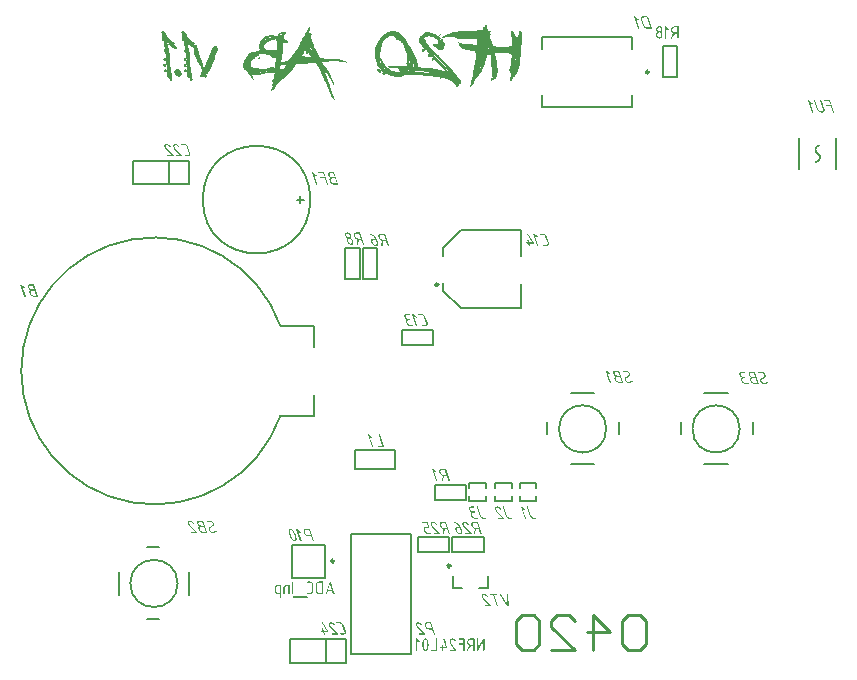
<source format=gbo>
G04*
G04 #@! TF.GenerationSoftware,Altium Limited,Altium Designer,20.0.10 (225)*
G04*
G04 Layer_Color=32896*
%FSLAX44Y44*%
%MOMM*%
G71*
G01*
G75*
%ADD10C,0.2500*%
%ADD11C,0.2000*%
%ADD94C,0.1500*%
%ADD95C,0.2540*%
G36*
X418633Y564845D02*
X418855Y564771D01*
X419151Y564475D01*
X419299Y564105D01*
X419373Y564030D01*
Y563956D01*
X419522Y562549D01*
X419818Y561068D01*
X420145Y559761D01*
X420410Y559735D01*
X421077Y559661D01*
X421521Y559586D01*
X421818Y559512D01*
X422040Y559438D01*
X422114D01*
X421966Y559068D01*
X421818Y558698D01*
X421670Y558475D01*
X421521Y558327D01*
X421225Y558179D01*
X421151Y558105D01*
X420781Y558031D01*
X420624D01*
X420653Y557930D01*
X420707Y557957D01*
X420855D01*
X421151Y558105D01*
X421299D01*
X421521Y558031D01*
X421744Y557957D01*
X422114Y557587D01*
X422262Y557142D01*
X422336Y557068D01*
Y556994D01*
X421892Y556698D01*
X421521Y556402D01*
X421246Y556264D01*
X421299Y556105D01*
X421373Y555735D01*
X421521Y555439D01*
X421595Y555291D01*
Y555217D01*
X422040Y554031D01*
X422484Y552995D01*
X422855Y552032D01*
X423151Y551217D01*
X423447Y550402D01*
X423669Y549736D01*
X423891Y549143D01*
X424040Y548699D01*
X424188Y548254D01*
X424336Y547884D01*
X424484Y547366D01*
X424558Y547069D01*
Y546995D01*
X426039Y546699D01*
X427447Y546551D01*
X428780Y546403D01*
X429965Y546255D01*
X431002D01*
X431817Y546180D01*
X432483D01*
X434039Y546255D01*
X435520Y546329D01*
X436779Y546477D01*
X437964Y546699D01*
X438853Y546847D01*
X439594Y546995D01*
X440038Y547069D01*
X440112Y547143D01*
X440186D01*
X440260Y547958D01*
Y548847D01*
Y549217D01*
Y549514D01*
Y549662D01*
Y549736D01*
X440186Y551069D01*
X440038Y552624D01*
X439890Y554106D01*
X439668Y555587D01*
X439445Y556920D01*
X439371Y557513D01*
X439223Y558031D01*
X439149Y558401D01*
Y558772D01*
X439075Y558920D01*
Y558994D01*
X439149Y559438D01*
X439371Y559735D01*
X439668Y559957D01*
X439964Y560031D01*
X440334Y560105D01*
X440927D01*
X441445Y559512D01*
X441890Y558920D01*
X442260Y558179D01*
X442556Y557513D01*
X442778Y556920D01*
X442926Y556402D01*
X443075Y556105D01*
Y555957D01*
X443223Y555069D01*
X443297Y554328D01*
X443371Y553661D01*
Y553143D01*
X443445Y552698D01*
Y552402D01*
Y552180D01*
Y552106D01*
X443519Y553365D01*
X443593Y553883D01*
X443741Y554402D01*
X443815Y554846D01*
X443964Y555143D01*
X444038Y555365D01*
Y555439D01*
X444186Y554180D01*
X444334Y552846D01*
Y551587D01*
Y550476D01*
Y549514D01*
Y548699D01*
X444260Y548402D01*
Y548180D01*
Y548106D01*
Y548032D01*
X444112D01*
X444260Y547958D01*
X444394Y547891D01*
X444556Y548106D01*
X444704Y548477D01*
X444778Y548847D01*
Y549143D01*
Y549439D01*
X444704Y549662D01*
X444630Y549810D01*
Y549884D01*
X444778Y550476D01*
X444852Y551143D01*
X445000Y551958D01*
X445075Y552772D01*
X445223Y553513D01*
X445297Y554106D01*
X445371Y554550D01*
Y554624D01*
Y554698D01*
X445519Y555735D01*
X445741Y556698D01*
X445963Y557513D01*
X446185Y558179D01*
X446408Y558772D01*
X446556Y559142D01*
X446630Y559438D01*
X446704Y559512D01*
X447741D01*
X448185Y559438D01*
X448481Y559290D01*
X448630Y559142D01*
X448704Y559068D01*
X448852Y558772D01*
X448926Y558475D01*
Y558253D01*
Y558179D01*
Y557883D01*
Y557661D01*
X449000Y557513D01*
X448778Y554846D01*
X448630Y552254D01*
X448408Y549810D01*
X448333Y548625D01*
X448259Y547588D01*
X448185Y546625D01*
Y545736D01*
X448111Y544995D01*
X448037Y544329D01*
Y543810D01*
X447963Y543366D01*
Y543144D01*
Y543070D01*
X447741Y540107D01*
X447593Y538774D01*
X447445Y537441D01*
X447296Y536256D01*
X447222Y535070D01*
X447074Y534034D01*
X447000Y533071D01*
X446852Y532256D01*
X446778Y531515D01*
X446704Y530849D01*
X446630Y530256D01*
X446556Y529886D01*
X446482Y529516D01*
Y529367D01*
Y529293D01*
X446037Y528108D01*
X445593Y526997D01*
X445149Y526034D01*
X444704Y525146D01*
X444260Y524331D01*
X443815Y523590D01*
X443445Y522924D01*
X443075Y522405D01*
X442704Y521887D01*
X442408Y521516D01*
X441890Y520850D01*
X441593Y520554D01*
X441445Y520405D01*
X441890Y522479D01*
X442186Y524405D01*
X442482Y526257D01*
X442704Y527886D01*
X442853Y528627D01*
X442926Y529293D01*
X443001Y529886D01*
X443075Y530330D01*
Y530775D01*
X443112Y530923D01*
X443001Y530701D01*
X442853Y530552D01*
Y530478D01*
X442556Y529738D01*
X442334Y528849D01*
X442112Y527812D01*
X441964Y526775D01*
X441890Y525812D01*
X441816Y524997D01*
X441741Y524701D01*
Y524479D01*
Y524331D01*
Y524257D01*
X441593Y522701D01*
X441445Y521368D01*
X441149Y520331D01*
X440853Y519442D01*
X440556Y518776D01*
X440260Y518331D01*
X440112Y518035D01*
X440038Y517961D01*
X439742Y517665D01*
X439445Y517517D01*
X439223Y517443D01*
X439149D01*
X439001Y517517D01*
X438779Y517665D01*
X438334Y518035D01*
X437890Y518480D01*
X437816Y518554D01*
X437742Y518628D01*
X438186Y518924D01*
X438483Y519220D01*
X438705Y519665D01*
X438853Y520109D01*
X439001Y520480D01*
X439075Y520850D01*
Y521072D01*
Y521146D01*
Y522627D01*
Y523294D01*
Y523886D01*
Y524331D01*
Y524775D01*
Y524849D01*
X439223Y524923D01*
Y524997D01*
X439149D01*
X439075Y525072D01*
Y524997D01*
Y524849D01*
X438927Y524775D01*
X438853Y524701D01*
X438483Y524627D01*
X438186Y524701D01*
X437964Y524849D01*
X437890Y524923D01*
X438038Y525294D01*
X438334Y525664D01*
X438557Y525960D01*
X438631Y526034D01*
X438927Y526479D01*
X439075Y526775D01*
X439149Y526923D01*
Y526997D01*
X439223Y527071D01*
X439297Y527145D01*
X439149D01*
Y526997D01*
X439075Y526923D01*
X438631Y526553D01*
X438186Y526257D01*
X438038Y526183D01*
X437964Y526109D01*
X438705Y528553D01*
X438927Y529738D01*
X439149Y530775D01*
X439297Y531738D01*
X439445Y532404D01*
Y532700D01*
X439520Y532923D01*
Y532997D01*
Y533071D01*
X439594Y533367D01*
Y533737D01*
X439668Y534700D01*
X439742Y535737D01*
X439816Y536848D01*
X439890Y537885D01*
Y538700D01*
X439964Y539070D01*
Y539292D01*
Y539440D01*
Y539515D01*
X439520Y539959D01*
X438927Y540329D01*
X438334Y540625D01*
X437668Y540774D01*
X437075Y540922D01*
X436631Y540996D01*
X436335Y541070D01*
X436186D01*
X434483Y541144D01*
X433668Y541218D01*
X433002D01*
X432409Y541292D01*
X429965D01*
X428706Y541218D01*
X427743Y541144D01*
X426928Y541070D01*
X426410Y540996D01*
X426039Y540922D01*
X425817Y540848D01*
X425743D01*
X425817Y540477D01*
X425965Y539959D01*
X426262Y538922D01*
X426410Y538404D01*
X426484Y537959D01*
X426632Y537663D01*
Y537589D01*
X426854Y536774D01*
X427002Y536033D01*
X427150Y535367D01*
X427225Y534848D01*
X427299Y534404D01*
X427373Y534108D01*
Y533960D01*
Y533885D01*
X427595Y532256D01*
X427817Y530849D01*
X427965Y529590D01*
X428039Y528553D01*
Y527738D01*
X428113Y527145D01*
Y526849D01*
Y526701D01*
X428039Y525294D01*
X427891Y524109D01*
X427669Y522998D01*
X427447Y522109D01*
X427225Y521368D01*
X427002Y520850D01*
X426854Y520554D01*
X426780Y520405D01*
X426336Y519887D01*
X425743Y519442D01*
X425299Y519146D01*
X425225Y518998D01*
X425151D01*
X424336Y518480D01*
X423521Y518035D01*
X423225Y517887D01*
X423003Y517739D01*
X422855Y517665D01*
X422780D01*
Y517961D01*
X422706Y518331D01*
X422410Y518850D01*
X422040Y519146D01*
X421966Y519294D01*
X421892D01*
X423151Y519739D01*
X423225Y519887D01*
X423447Y520109D01*
X423669Y520257D01*
X423743Y520331D01*
X424040Y520554D01*
X424188Y520628D01*
X424262Y520702D01*
X424040Y520776D01*
X423965Y520850D01*
X423891D01*
Y520924D01*
X423965Y520998D01*
X423447Y520628D01*
Y520702D01*
X423373Y520776D01*
X423151Y521072D01*
X423003Y521294D01*
X422929Y521442D01*
Y521887D01*
Y522331D01*
X423003Y522627D01*
Y522850D01*
X423077Y523072D01*
X423151Y523146D01*
Y524035D01*
Y524849D01*
Y525220D01*
Y525516D01*
Y525738D01*
Y525812D01*
Y526479D01*
X423077Y527294D01*
Y528256D01*
X423003Y529293D01*
X422855Y530404D01*
X422780Y531589D01*
X422558Y533960D01*
X422484Y535145D01*
X422410Y536256D01*
X422262Y537219D01*
X422188Y538107D01*
X422114Y538848D01*
Y539440D01*
X422040Y539737D01*
Y539885D01*
X421818Y540181D01*
X421670Y540403D01*
X421447Y540625D01*
X421373Y540700D01*
X421077Y540625D01*
X421003Y540551D01*
X420929Y540477D01*
Y540403D01*
Y540181D01*
X421003Y539589D01*
X421077Y539070D01*
X421151Y538922D01*
Y538848D01*
X419307Y541284D01*
X419151Y539959D01*
X418781Y537589D01*
X418262Y535441D01*
X417744Y533441D01*
X417151Y531589D01*
X416485Y529960D01*
X415818Y528479D01*
X415152Y527145D01*
X414485Y526034D01*
X413893Y524997D01*
X413300Y524183D01*
X412856Y523516D01*
X412411Y522998D01*
X412159Y522682D01*
X409417Y519845D01*
X409078Y518998D01*
X408708Y518109D01*
X408486Y517443D01*
X408264Y516924D01*
X408041Y516554D01*
X407967Y516258D01*
X407893Y516184D01*
Y516110D01*
X407375Y515221D01*
X406782Y514406D01*
X406190Y513739D01*
X405597Y513147D01*
X405079Y512628D01*
X404634Y512258D01*
X404338Y512036D01*
X404264Y511962D01*
X404634Y513221D01*
X404930Y514332D01*
X405153Y515295D01*
X405449Y516184D01*
X405671Y516998D01*
X405819Y517665D01*
X405967Y518257D01*
X406115Y518702D01*
X406264Y519146D01*
X406338Y519442D01*
X406486Y519961D01*
X406560Y520183D01*
Y520257D01*
X406930Y522035D01*
X407226Y523664D01*
X407449Y525146D01*
X407597Y526479D01*
X407745Y527590D01*
Y528034D01*
Y528405D01*
X407819Y528701D01*
Y528923D01*
Y528997D01*
Y529071D01*
X408412Y530552D01*
X408856Y532034D01*
X409152Y533515D01*
X409375Y534848D01*
X409523Y536107D01*
Y536626D01*
X409597Y536996D01*
Y537367D01*
Y537663D01*
Y537811D01*
Y537885D01*
X409523Y539292D01*
Y539885D01*
X409449Y540477D01*
Y540922D01*
X409375Y541292D01*
Y541514D01*
Y541588D01*
X408782Y542477D01*
X406930Y542773D01*
X406115Y542922D01*
X405449Y543070D01*
X404856Y543218D01*
X404338Y543292D01*
X404042Y543366D01*
X403968D01*
X402634Y543662D01*
X401449Y543959D01*
X400412Y544255D01*
X399524Y544477D01*
X398783Y544773D01*
X398339Y544995D01*
X397968Y545070D01*
X397894Y545144D01*
X397005Y546255D01*
X396339Y547217D01*
X395820Y548106D01*
X395376Y548773D01*
X395154Y549365D01*
X394931Y549810D01*
X394857Y550106D01*
Y550180D01*
X396191Y549736D01*
X397524Y549365D01*
X398857Y549069D01*
X400042Y548847D01*
X401153Y548699D01*
X401968Y548625D01*
X402264Y548551D01*
X402709D01*
X404116Y548477D01*
X405449Y548402D01*
X406708D01*
X407819Y548328D01*
X410041D01*
X410411Y548625D01*
Y549069D01*
X410485Y549514D01*
X410560Y549958D01*
Y550032D01*
Y550106D01*
X410634Y550847D01*
Y551365D01*
Y551661D01*
Y551735D01*
Y552328D01*
X410560Y552698D01*
Y552920D01*
Y552995D01*
X409745D01*
X409597Y552920D01*
X408189D01*
X407375Y552846D01*
X406041D01*
X405449Y552772D01*
X403894D01*
X402931Y552698D01*
X400412D01*
X398635Y552772D01*
X397079Y552920D01*
X395746Y553069D01*
X394561Y553365D01*
X393672Y553587D01*
X393006Y553735D01*
X392561Y553883D01*
X392413Y553957D01*
X391747Y554328D01*
X391080Y554550D01*
X390414Y554772D01*
X389747Y554846D01*
X389228Y554920D01*
X388710Y554994D01*
X388340D01*
X387303Y554920D01*
X386118Y554772D01*
X384933Y554624D01*
X383747Y554402D01*
X382636Y554106D01*
X381748Y553957D01*
X381377Y553883D01*
X381155Y553809D01*
X381007Y553735D01*
X380933D01*
Y554846D01*
X382785Y555883D01*
X384340Y556624D01*
X385747Y557216D01*
X386858Y557587D01*
X387673Y557883D01*
X388265Y558031D01*
X388636Y558105D01*
X388784D01*
X390265Y558624D01*
X391821Y558994D01*
X393524Y559290D01*
X395080Y559438D01*
X396487Y559586D01*
X397079D01*
X397598Y559661D01*
X404930D01*
X406782Y559735D01*
X408412Y559809D01*
X409893Y560031D01*
X411152Y560253D01*
X412115Y560401D01*
X412930Y560623D01*
X413152Y560698D01*
X413374D01*
X413448Y560772D01*
X413522D01*
X414189Y560549D01*
X414855Y560401D01*
X415522Y560253D01*
X415816Y560188D01*
X415670Y560846D01*
X415596Y561438D01*
Y561957D01*
X415522Y562401D01*
Y562771D01*
Y562994D01*
Y563142D01*
Y563216D01*
X417114Y563068D01*
X417077Y563142D01*
Y563290D01*
X417003Y563438D01*
Y563512D01*
Y563808D01*
X417151Y564105D01*
X417300Y564327D01*
X417374Y564401D01*
X417670Y564697D01*
X417966Y564845D01*
X418262Y564919D01*
X418336D01*
X418633Y564845D01*
D02*
G37*
G36*
X378499Y555022D02*
X378341Y555122D01*
Y556105D01*
X379748Y556994D01*
X378499Y555022D01*
D02*
G37*
G36*
X268796Y563068D02*
X269093Y562771D01*
X269315Y562475D01*
X269463Y562253D01*
X269611Y561883D01*
Y561809D01*
Y561734D01*
X269537Y561216D01*
X269315Y560623D01*
X269167Y560179D01*
X269093Y560105D01*
Y560031D01*
X268796Y559364D01*
X268648Y558920D01*
Y558624D01*
Y558550D01*
Y558401D01*
X268722Y558327D01*
X268796Y558253D01*
X269389Y558105D01*
X269759Y557883D01*
X269981Y557587D01*
X270056Y557513D01*
X269832Y557097D01*
X270130Y557216D01*
X270500Y557365D01*
X270648D01*
X270574Y556772D01*
X270500Y556254D01*
X270352Y555957D01*
Y555809D01*
X270204Y555439D01*
X270056Y555143D01*
X269907Y554994D01*
X271018Y551365D01*
X271611Y549662D01*
X272278Y548032D01*
X272944Y546477D01*
X273685Y544995D01*
X274351Y543588D01*
X274944Y542329D01*
X275611Y541144D01*
X276203Y540107D01*
X276721Y539218D01*
X277166Y538404D01*
X277536Y537811D01*
X277833Y537367D01*
X277981Y537070D01*
X278055Y536996D01*
X279092Y536774D01*
X280351Y536626D01*
X281610Y536478D01*
X282869Y536404D01*
X283980Y536256D01*
X284869D01*
X285165Y536181D01*
X285684D01*
X286795Y536107D01*
X287831D01*
X288720Y536033D01*
X289609Y535959D01*
X290350D01*
X291016Y535885D01*
X291609D01*
X292053Y535811D01*
X292868Y535737D01*
X293461D01*
X293757Y535663D01*
X293831D01*
X295460Y535367D01*
X296942Y534996D01*
X298201Y534478D01*
X299312Y533960D01*
X300201Y533515D01*
X300867Y533071D01*
X301312Y532775D01*
X301460Y532700D01*
X300349Y532923D01*
X299460Y533145D01*
X298867Y533293D01*
X298423Y533367D01*
X298127Y533441D01*
X297608D01*
Y533293D01*
X297682Y532997D01*
Y532923D01*
Y532849D01*
X296349Y533367D01*
X295016Y533811D01*
X293757Y534108D01*
X292572Y534256D01*
X291609Y534404D01*
X290794Y534478D01*
X290128D01*
X288424Y534404D01*
X287609Y534330D01*
X286869Y534256D01*
X286202Y534182D01*
X285609Y534108D01*
X285313Y534034D01*
X285165D01*
X284795Y533885D01*
X284276Y533737D01*
X283314Y533589D01*
X282869Y533515D01*
X279981D01*
X279832Y533441D01*
X279758D01*
X280573Y532256D01*
X281314Y531145D01*
X282054Y530108D01*
X282647Y529145D01*
X283239Y528256D01*
X283758Y527516D01*
X284202Y526775D01*
X284573Y526183D01*
X284943Y525590D01*
X285239Y525146D01*
X285461Y524701D01*
X285684Y524405D01*
X285832Y524109D01*
X285906Y523961D01*
X285980Y523812D01*
X287091Y521590D01*
X287980Y519442D01*
X288720Y517369D01*
X289239Y515591D01*
X289461Y514702D01*
X289683Y514036D01*
X289831Y513369D01*
X289905Y512776D01*
X290054Y512332D01*
Y512036D01*
X290128Y511814D01*
Y511740D01*
X289609Y513295D01*
X288943Y514925D01*
X288202Y516554D01*
X287387Y518109D01*
X285609Y521220D01*
X284647Y522701D01*
X283758Y524035D01*
X282943Y525368D01*
X282128Y526479D01*
X281388Y527516D01*
X280721Y528405D01*
X280425Y528775D01*
X281091Y527220D01*
X281758Y525664D01*
X282276Y524183D01*
X282795Y522924D01*
X282943Y522331D01*
X283165Y521887D01*
X283239Y521442D01*
X283388Y521146D01*
X283462Y520998D01*
Y520924D01*
X283610Y520628D01*
X283758Y520109D01*
X283980Y519517D01*
X284202Y518850D01*
X284499Y518109D01*
X284721Y517295D01*
X285313Y515591D01*
X285832Y513962D01*
X286054Y513221D01*
X286276Y512554D01*
X286498Y512036D01*
X286572Y511591D01*
X286721Y511295D01*
Y511221D01*
X286869Y510777D01*
X287165Y510110D01*
X287461Y509370D01*
X287757Y508629D01*
X288054Y507888D01*
X288276Y507296D01*
X288424Y506851D01*
X288498Y506777D01*
Y506703D01*
X288943Y505518D01*
X289313Y504407D01*
X289609Y503444D01*
X289905Y502629D01*
X290054Y501963D01*
X290202Y501444D01*
X290276Y501074D01*
Y501000D01*
X289165Y502111D01*
X288202Y503370D01*
X287313Y504703D01*
X286646Y506036D01*
X286054Y507222D01*
X285832Y507740D01*
X285684Y508184D01*
X285535Y508555D01*
X285387Y508851D01*
X285313Y508999D01*
Y509073D01*
X284943Y510184D01*
X284573Y511221D01*
X284276Y512184D01*
X283980Y512999D01*
X283684Y513739D01*
X283462Y514406D01*
X283239Y514999D01*
X283091Y515443D01*
X282795Y516258D01*
X282573Y516776D01*
X282425Y517072D01*
Y517146D01*
X281758Y516628D01*
X281388Y518998D01*
X275685Y530182D01*
X275611Y530330D01*
X275462Y530552D01*
X275240Y530923D01*
X275018Y531293D01*
X274796Y531664D01*
X274574Y532034D01*
X274500Y532256D01*
X274426Y532330D01*
X274203Y532626D01*
X274055Y532775D01*
X273833Y533071D01*
X273685Y533145D01*
X273611D01*
X273389Y533071D01*
X273166Y532923D01*
X273018Y532775D01*
X272944Y532700D01*
X271907D01*
X270796Y532626D01*
X269611Y532552D01*
X268500Y532478D01*
X267463Y532404D01*
X266723Y532256D01*
X266426D01*
X266204Y532182D01*
X265982D01*
X264278Y531960D01*
X262797Y531738D01*
X261538Y531589D01*
X260575Y531515D01*
X259834D01*
X259316Y531441D01*
X258353D01*
X257983Y531515D01*
X257687D01*
X256946Y530552D01*
X256279Y529664D01*
X255687Y528923D01*
X255094Y528182D01*
X254650Y527590D01*
X254205Y526997D01*
X253465Y526183D01*
X253020Y525516D01*
X252650Y525146D01*
X252502Y524923D01*
X252428Y524849D01*
X251243Y523442D01*
X250058Y522257D01*
X249021Y521294D01*
X248132Y520480D01*
X247391Y519813D01*
X246799Y519369D01*
X246428Y519072D01*
X246280Y518998D01*
X245836Y518850D01*
X245466Y518628D01*
X244651Y518035D01*
X243836Y517369D01*
X243095Y516628D01*
X242429Y515887D01*
X241910Y515221D01*
X241614Y514776D01*
X241466Y514702D01*
Y514628D01*
X240873Y513814D01*
X240281Y513073D01*
X239762Y512406D01*
X239244Y511814D01*
X238355Y510851D01*
X237614Y510110D01*
X237096Y509592D01*
X236652Y509295D01*
X236355Y509147D01*
X236281Y509073D01*
X237466Y511443D01*
X238651Y513739D01*
X239762Y515887D01*
X240947Y517961D01*
X241984Y519887D01*
X243021Y521739D01*
X242429D01*
X242207Y521813D01*
X242059D01*
Y521739D01*
X242132Y521590D01*
X242207Y521368D01*
X242281Y521294D01*
X241318Y519887D01*
X240355Y518480D01*
X239540Y517072D01*
X238799Y515739D01*
X238207Y514554D01*
X237911Y514036D01*
X237689Y513591D01*
X237540Y513295D01*
X237392Y512999D01*
X237336Y512887D01*
X237985Y516850D01*
X237763Y516924D01*
X237022D01*
Y518109D01*
X237466Y518406D01*
X237837Y518628D01*
X238281Y519220D01*
X238577Y519665D01*
X238651Y519739D01*
Y519813D01*
X238725Y520109D01*
X238799Y520480D01*
X238874Y521220D01*
Y521590D01*
X238948Y521887D01*
Y522035D01*
Y522109D01*
Y522627D01*
X239022Y523072D01*
X239096Y523442D01*
X239170Y523664D01*
X239244Y523812D01*
Y523886D01*
X239318Y523961D01*
X239244D01*
X239096Y524035D01*
X238725Y524109D01*
X238355Y524183D01*
X238281Y524257D01*
X238207D01*
X237392Y524405D01*
X236800Y524553D01*
X236281D01*
X235392Y524479D01*
X234430Y524405D01*
X233319Y524183D01*
X232282Y524035D01*
X231319Y523812D01*
X230504Y523590D01*
X230208Y523516D01*
X229986D01*
X229837Y523442D01*
X229763D01*
X228134Y523072D01*
X226727Y522850D01*
X225468Y522627D01*
X224505Y522553D01*
X223690Y522479D01*
X223097Y522405D01*
X221987D01*
X221468Y522479D01*
X221024D01*
X220579Y522553D01*
X220283D01*
X220061Y522627D01*
X219913D01*
X219987Y522553D01*
X220135Y522405D01*
X220357Y521887D01*
X220653Y521442D01*
X220727Y521294D01*
Y521220D01*
X221098Y520257D01*
X221394Y519442D01*
X221468Y519146D01*
X221542Y518924D01*
Y518776D01*
Y518702D01*
X220209Y519961D01*
X219098Y521220D01*
X218209Y522331D01*
X217468Y523294D01*
X216950Y524109D01*
X216580Y524775D01*
X216357Y525146D01*
X216283Y525294D01*
X216135Y525442D01*
X215839Y525664D01*
X215172Y526331D01*
X214802Y526553D01*
X214506Y526849D01*
X214284Y526997D01*
X214209Y527071D01*
X213617Y527664D01*
X213173Y528182D01*
X212802Y528701D01*
X212654Y529219D01*
X212506Y529590D01*
X212432Y529886D01*
Y530108D01*
Y530182D01*
X212506Y531367D01*
X212728Y532478D01*
X213024Y533589D01*
X213395Y534552D01*
X213765Y535441D01*
X214209Y536256D01*
X214728Y536996D01*
X215246Y537663D01*
X215691Y538255D01*
X216209Y538774D01*
X216654Y539218D01*
X217024Y539515D01*
X217191Y539681D01*
X217024Y539737D01*
X216728Y539885D01*
X216580Y539959D01*
X216506Y540033D01*
X217246Y541218D01*
X217987Y541292D01*
X218802Y541440D01*
X219690Y541662D01*
X220505Y541885D01*
X221246Y542033D01*
X221912Y542255D01*
X222283Y542329D01*
X222357Y542403D01*
X222431D01*
X223616Y542773D01*
X224579Y542996D01*
X225468Y543218D01*
X226134Y543366D01*
X226653Y543440D01*
X227023Y543514D01*
X227319D01*
X226801Y544033D01*
X226653Y544181D01*
X226579Y544255D01*
X226356Y545292D01*
X226282Y546106D01*
X226208Y546403D01*
Y546625D01*
Y546773D01*
Y546847D01*
X226282Y547810D01*
X226430Y548699D01*
X226653Y549514D01*
X226875Y550328D01*
X227616Y551735D01*
X228430Y552846D01*
X229319Y553735D01*
X229986Y554402D01*
X230282Y554624D01*
X230504Y554772D01*
X230652Y554920D01*
X230726D01*
X231837Y555291D01*
X232800Y555587D01*
X233245Y555661D01*
X233541Y555735D01*
X233689Y555809D01*
X233763D01*
X235096Y556180D01*
X235615Y556254D01*
X236133Y556328D01*
X236504Y556402D01*
X237022D01*
X237763Y556328D01*
X238503Y556254D01*
X239096Y556105D01*
X239540Y555883D01*
X239985Y555661D01*
X240281Y555513D01*
X240429Y555439D01*
X240503Y555365D01*
Y555291D01*
X240651D01*
X240873Y554920D01*
Y554994D01*
X240947Y555143D01*
Y555217D01*
X240873Y555291D01*
X240651D01*
X240429Y555661D01*
X242780Y555875D01*
X242577Y556180D01*
X242429Y556550D01*
X242355Y556846D01*
Y556920D01*
X242429Y557290D01*
X242577Y557587D01*
X243021Y558031D01*
X243540Y558327D01*
X243688Y558401D01*
X243762D01*
X244429Y558550D01*
X245095Y558624D01*
X245836D01*
X246058Y558698D01*
X246428Y558772D01*
X246651Y558920D01*
X246799D01*
X247243Y559068D01*
X247613Y559216D01*
X247836D01*
X248058Y559142D01*
X248354Y559068D01*
X248650Y558698D01*
X248873Y558253D01*
X248947Y558179D01*
Y558105D01*
X248354Y557290D01*
X247910Y556624D01*
X247613Y556180D01*
X247539Y556105D01*
Y556031D01*
X247169Y555365D01*
X246947Y554846D01*
X246873Y554476D01*
Y554328D01*
X246947Y553883D01*
X247021Y553587D01*
X247169Y553365D01*
X247243Y553291D01*
X247539Y553143D01*
X247836Y552920D01*
X248058Y552698D01*
X248206Y552624D01*
X248724Y552328D01*
X249243Y552180D01*
X249761D01*
Y551661D01*
X249909Y551291D01*
X250132Y551069D01*
X250206Y550995D01*
X250280Y550476D01*
X250206Y550106D01*
X250058Y549958D01*
X249984Y549884D01*
X249687Y549736D01*
X249391Y549588D01*
X249095Y549514D01*
X249021Y549439D01*
X248502Y549810D01*
X248058Y550106D01*
X247687Y550328D01*
X247391Y550476D01*
X247021Y550625D01*
X246873D01*
X246799Y548847D01*
X246651Y546847D01*
X246502Y544847D01*
X246206Y542996D01*
X246132Y542107D01*
X245984Y541292D01*
X245910Y540551D01*
X245836Y539959D01*
X245762Y539440D01*
X245688Y538996D01*
X245614Y538774D01*
Y538700D01*
X245392Y537293D01*
X245169Y535959D01*
X244947Y534774D01*
X244799Y533663D01*
X244715Y533298D01*
X245095Y533367D01*
X245836Y533515D01*
X246428Y533663D01*
X246725Y533737D01*
X246873D01*
X247984Y534034D01*
X249021Y534404D01*
X249835Y534774D01*
X250576Y535145D01*
X251169Y535441D01*
X251539Y535737D01*
X251835Y535885D01*
X251909Y535959D01*
X252724Y536922D01*
X253613Y537885D01*
X255242Y540033D01*
X256724Y542255D01*
X258131Y544403D01*
X258723Y545366D01*
X259242Y546329D01*
X259760Y547143D01*
X260131Y547810D01*
X260501Y548402D01*
X260723Y548847D01*
X260871Y549143D01*
X260945Y549217D01*
X262279Y551810D01*
X263538Y554328D01*
X264797Y556698D01*
X265389Y557809D01*
X265982Y558846D01*
X266426Y559809D01*
X266945Y560698D01*
X267315Y561438D01*
X267685Y562105D01*
X267982Y562623D01*
X268204Y563068D01*
X268278Y563290D01*
X268352Y563364D01*
X268796Y563068D01*
D02*
G37*
G36*
X342715Y559290D02*
X344122Y558624D01*
X345307Y557809D01*
X346270Y556994D01*
X347085Y556180D01*
X347603Y555513D01*
X347899Y555069D01*
X348047Y554994D01*
Y554920D01*
X349381Y553513D01*
X350566Y552032D01*
X351677Y550550D01*
X352640Y549069D01*
X353454Y547736D01*
X353825Y547217D01*
X354121Y546699D01*
X354343Y546329D01*
X354491Y545958D01*
X354565Y545810D01*
X354639Y545736D01*
X355602Y543884D01*
X356491Y542181D01*
X357306Y540477D01*
X358046Y538996D01*
X358713Y537737D01*
X358935Y537219D01*
X359157Y536774D01*
X359380Y536478D01*
X359454Y536181D01*
X359602Y536033D01*
Y535959D01*
X359898Y535070D01*
X360120Y534256D01*
X360268Y533515D01*
X360342Y532849D01*
X360417Y532330D01*
X360491Y531886D01*
Y531589D01*
Y531515D01*
X360417Y530626D01*
X360342Y529812D01*
X360140Y529205D01*
X362342Y529071D01*
X364638Y528849D01*
X365675Y528775D01*
X366638Y528701D01*
X367527Y528627D01*
X368342Y528553D01*
X369082Y528479D01*
X369675Y528405D01*
X370193D01*
X370564Y528330D01*
X370860D01*
X371897Y528182D01*
X373008Y528034D01*
X374119Y527886D01*
X375230Y527664D01*
X376193Y527442D01*
X377007Y527294D01*
X377230Y527220D01*
X377452D01*
X377600Y527145D01*
X377674D01*
X378563Y526923D01*
X379378Y526775D01*
X380044Y526627D01*
X380711Y526479D01*
X381303Y526331D01*
X381748Y526257D01*
X382562Y526109D01*
X383155Y525960D01*
X383525D01*
X383673Y525886D01*
X383747D01*
X373526Y537293D01*
X373304Y537515D01*
X373082Y537811D01*
X372341Y538626D01*
X371548Y539419D01*
X371601Y539737D01*
X371526Y540255D01*
X371452Y540329D01*
X371230Y540403D01*
X371008Y540477D01*
X370786Y540551D01*
X370490D01*
X370486Y540549D01*
X371378Y539589D01*
X371548Y539419D01*
X371526Y539292D01*
X371378Y538626D01*
X371082Y538181D01*
X371008Y538033D01*
X370786Y537885D01*
X370490D01*
X369823Y537959D01*
X369527Y538033D01*
X369230Y538107D01*
X369082Y538181D01*
X369008D01*
X369082Y538996D01*
X369230Y539589D01*
X369379Y539885D01*
X369453Y540033D01*
X369675Y540107D01*
X369823Y540181D01*
X369971Y540255D01*
X370045D01*
X370267Y540403D01*
X370486Y540549D01*
X370415Y540625D01*
X369527Y541662D01*
X368712Y542477D01*
X368416Y542848D01*
X368194Y543070D01*
X368045Y543218D01*
X367971Y543292D01*
X367083Y544033D01*
X366268Y544699D01*
X364935Y546106D01*
X363750Y547366D01*
X362935Y548477D01*
X362268Y549365D01*
X361824Y550106D01*
X361602Y550550D01*
X361528Y550625D01*
Y550699D01*
X361379Y551217D01*
X361305Y551587D01*
Y551884D01*
Y552032D01*
X361379Y552698D01*
X361528Y553365D01*
X361750Y553957D01*
X361972Y554402D01*
X362194Y554846D01*
X362416Y555143D01*
X362565Y555291D01*
X362639Y555365D01*
X363009Y555513D01*
X363453Y555735D01*
X364194Y556254D01*
X364564Y556550D01*
X364861Y556772D01*
X365009Y556920D01*
X365083Y556994D01*
X365749Y557735D01*
X366416Y558327D01*
X366934Y558698D01*
X367453Y558920D01*
X367823Y559068D01*
X368120Y559142D01*
X368416D01*
X370045Y558772D01*
X371526Y558327D01*
X372934Y557883D01*
X374193Y557365D01*
X375378Y556846D01*
X376415Y556328D01*
X377378Y555735D01*
X378192Y555217D01*
X378341Y555122D01*
Y554772D01*
X378499Y555022D01*
X379007Y554698D01*
X379600Y554254D01*
X380192Y553809D01*
X380563Y553365D01*
X380933Y553069D01*
X381155Y552846D01*
X381303Y552698D01*
X381377Y552624D01*
X381970Y552698D01*
Y552402D01*
X382044Y551958D01*
X382192Y551365D01*
X382266Y550699D01*
X382414Y550106D01*
X382562Y549662D01*
X382623Y549359D01*
X382636Y549365D01*
X382785Y549514D01*
X383155Y549736D01*
X383229Y549884D01*
X383303D01*
Y549217D01*
X383229Y548551D01*
Y548032D01*
X383155Y547588D01*
Y547217D01*
X383081Y546921D01*
Y546773D01*
Y546699D01*
X383007Y546106D01*
X382859Y545514D01*
X382636Y544995D01*
X382414Y544625D01*
X382192Y544329D01*
X381970Y544107D01*
X381896Y543959D01*
X381822Y543884D01*
X381229Y543736D01*
X380711Y543662D01*
X380192D01*
X379378Y543736D01*
X378637Y543884D01*
X378044Y544107D01*
X377526Y544329D01*
X377081Y544551D01*
X376785Y544773D01*
X376563Y544921D01*
X376489Y544995D01*
X376341Y545292D01*
X376119Y545588D01*
X375600Y546106D01*
X375230Y546403D01*
X375082Y546477D01*
X375008D01*
X374415Y546773D01*
X373971Y547143D01*
X373526Y547440D01*
X373230Y547736D01*
X373008Y547958D01*
X372860Y548180D01*
X372786Y548254D01*
Y548328D01*
X373526Y548477D01*
X374193Y548625D01*
X375304D01*
X375896Y548551D01*
X376193D01*
X376415Y548477D01*
X377081D01*
X377378Y548402D01*
X378118D01*
Y548477D01*
Y548551D01*
Y548625D01*
X378044Y548995D01*
X377970Y549439D01*
X377896Y549810D01*
Y549884D01*
Y549958D01*
X377748Y550625D01*
X377600Y551143D01*
Y551513D01*
Y551587D01*
X377304Y552106D01*
X376933Y552550D01*
X376637Y552846D01*
X376489Y552920D01*
X376193Y553069D01*
X375822Y553291D01*
X375008Y553661D01*
X374563Y553883D01*
X374267Y554031D01*
X374045Y554180D01*
X373971D01*
X374489Y554846D01*
X374119Y554920D01*
X373675Y554994D01*
X372712D01*
X372267Y554920D01*
X372045D01*
X371378Y554994D01*
X370934Y555143D01*
X370564Y555217D01*
X370490Y555291D01*
X369527Y555143D01*
X368712Y554994D01*
X368416D01*
X368120Y554920D01*
X367897D01*
X367379Y554772D01*
X366934Y554624D01*
X366564Y554402D01*
X366268Y554180D01*
X365897Y553809D01*
X365823Y553735D01*
Y553661D01*
X365675Y553365D01*
Y553291D01*
X365749Y553143D01*
X365897Y552995D01*
X366120Y552920D01*
X366194Y552846D01*
X366564Y552624D01*
X366860Y552402D01*
X367231Y552106D01*
X367379Y551884D01*
X367453Y551810D01*
Y551439D01*
X367305Y551217D01*
X367083Y550921D01*
X366860Y550773D01*
X366712D01*
X366490Y550847D01*
X366342Y550921D01*
X366265Y550959D01*
X373675Y543218D01*
X373897D01*
X374119Y543070D01*
X374267Y542996D01*
X374341Y542848D01*
X374415Y542625D01*
Y542477D01*
X375008Y541885D01*
X375526Y541366D01*
X375896Y540996D01*
X375970Y540922D01*
X376045Y540848D01*
X376859Y540107D01*
X377526Y539589D01*
X377822Y539366D01*
X378044Y539218D01*
X378118Y539144D01*
X378192D01*
Y538552D01*
X387673Y529145D01*
X388414Y528405D01*
X389080Y527738D01*
X389599Y526997D01*
X390043Y526405D01*
X390414Y525812D01*
X390636Y525368D01*
X390710Y525072D01*
X390784Y524997D01*
X397079Y517146D01*
Y516406D01*
X396709Y515739D01*
X396339Y515295D01*
X395968Y514999D01*
X395524Y514776D01*
X395228Y514628D01*
X395037Y514581D01*
X395154Y514406D01*
X395228Y514184D01*
Y514036D01*
Y513962D01*
X395154Y513591D01*
X394931Y513295D01*
X394635Y513073D01*
X394265Y512851D01*
X393895Y512702D01*
X393524Y512554D01*
X393302Y512480D01*
X393228D01*
X392561Y513739D01*
X391821Y514850D01*
X390932Y515813D01*
X390043Y516554D01*
X389302Y517146D01*
X388636Y517591D01*
X388191Y517813D01*
X388117Y517887D01*
X388043D01*
X386784Y518331D01*
X385525Y518776D01*
X384340Y519220D01*
X383303Y519591D01*
X382488Y519887D01*
X381822Y520109D01*
X381377Y520257D01*
X381229Y520331D01*
X381155Y520257D01*
X380859Y520109D01*
X380637Y519961D01*
X380563Y519887D01*
X379970Y519665D01*
X379452Y519517D01*
X378933Y519369D01*
X378785D01*
X378933Y519739D01*
X379155Y520035D01*
X379304Y520257D01*
X379526Y520405D01*
X379748Y520554D01*
X379896D01*
X378267Y520776D01*
X376489Y520998D01*
X374637Y521220D01*
X372860Y521368D01*
X372045Y521442D01*
X371230Y521516D01*
X370564Y521590D01*
X369971Y521665D01*
X369453D01*
X369082Y521739D01*
X368786D01*
X367231Y521887D01*
X365749Y522035D01*
X364416Y522109D01*
X363231Y522257D01*
X362194Y522331D01*
X361231Y522405D01*
X360417Y522479D01*
X359676Y522553D01*
X359009Y522627D01*
X358491Y522701D01*
X358046Y522775D01*
X357750D01*
X357454Y522850D01*
X357158D01*
X356491Y522627D01*
X355750Y522553D01*
X355528Y522479D01*
X354639D01*
X354121Y522553D01*
X353158Y522701D01*
X352714Y522775D01*
X352343Y522850D01*
X352121Y522924D01*
X352047D01*
X351306Y523072D01*
X350714Y523220D01*
X350344Y523146D01*
X350195D01*
X349603Y522627D01*
X349010Y522183D01*
X348344Y521813D01*
X347677Y521516D01*
X347085Y521294D01*
X346566Y521146D01*
X346270Y521072D01*
X346122D01*
X345159Y520924D01*
X344270Y520850D01*
X343381D01*
X342418Y520924D01*
X341456Y520998D01*
X339678Y521368D01*
X337900Y521887D01*
X336345Y522479D01*
X335678Y522775D01*
X335012Y523072D01*
X334493Y523368D01*
X333975Y523590D01*
X333605Y523812D01*
X333308Y523961D01*
X333160Y524109D01*
X333086D01*
Y523812D01*
Y523516D01*
X333160Y523294D01*
Y523146D01*
X332790Y522775D01*
X332494Y522553D01*
X332197Y522479D01*
X332123D01*
X331753Y522553D01*
X331605Y522627D01*
X331531D01*
X331012Y522775D01*
X330790D01*
X330642Y523516D01*
X330568Y524183D01*
X330642Y524627D01*
X330716Y524997D01*
X330864Y525220D01*
X331012Y525368D01*
X331086Y525442D01*
X331160D01*
X330420Y526183D01*
X329753Y526923D01*
X329161Y527516D01*
X328642Y528034D01*
X327753Y528923D01*
X327161Y529590D01*
X326790Y530034D01*
X326494Y530330D01*
X326346Y530478D01*
Y530552D01*
X325605Y532849D01*
X325013Y534996D01*
X324642Y536922D01*
X324346Y538626D01*
X324272Y539366D01*
X324198Y539959D01*
X324124Y540551D01*
X324050Y541070D01*
Y541440D01*
Y541736D01*
Y541885D01*
Y541959D01*
X324124Y543292D01*
X324272Y544551D01*
X324494Y545736D01*
X324791Y546847D01*
X325161Y547884D01*
X325605Y548773D01*
X325976Y549662D01*
X326420Y550402D01*
X326939Y551069D01*
X327309Y551661D01*
X327753Y552180D01*
X328124Y552550D01*
X328420Y552846D01*
X328642Y553143D01*
X328790Y553217D01*
X328864Y553291D01*
X329531Y554402D01*
X330272Y555439D01*
X331160Y556254D01*
X331975Y556994D01*
X332716Y557513D01*
X333382Y557957D01*
X333827Y558179D01*
X333901Y558253D01*
X333975D01*
X335160Y558772D01*
X336419Y559142D01*
X337604Y559438D01*
X338715Y559586D01*
X339678Y559735D01*
X340493Y559809D01*
X341159D01*
X342715Y559290D01*
D02*
G37*
G36*
X145106Y559661D02*
X145698Y559364D01*
X145994Y558994D01*
X146216Y558624D01*
X146291Y558550D01*
Y558475D01*
X146365Y558179D01*
Y558031D01*
X146434Y557824D01*
X147031Y557957D01*
X147698Y556846D01*
X148364Y555809D01*
X149031Y554846D01*
X149698Y554031D01*
X150364Y553291D01*
X151031Y552624D01*
X151623Y552032D01*
X152216Y551587D01*
X152734Y551143D01*
X153253Y550847D01*
X154068Y550328D01*
X154364Y550180D01*
X154586Y550032D01*
X154734Y549958D01*
X154808D01*
Y549514D01*
X154734Y549143D01*
X154660Y548847D01*
X154512Y548625D01*
X154364Y548402D01*
X154290Y548328D01*
X154586Y548032D01*
X154956Y547662D01*
X155327Y547366D01*
X155401Y547291D01*
X155475Y547217D01*
X156141Y546551D01*
X156586Y546032D01*
X156808Y545662D01*
X156882Y545588D01*
Y545514D01*
X156734Y545144D01*
X156512Y544921D01*
X156141Y544625D01*
X155771Y544477D01*
X154882D01*
X154438Y544699D01*
X153919Y545070D01*
X153475Y545366D01*
X153401Y545514D01*
X153327D01*
X153031Y545736D01*
X152809Y545810D01*
X152660Y545884D01*
X152290D01*
X152068Y545810D01*
X151994D01*
X151698Y546180D01*
X151327Y546699D01*
X150883Y547291D01*
X150512Y547958D01*
X150142Y548477D01*
X149920Y548995D01*
X149698Y549291D01*
X149624Y549439D01*
X149179Y550180D01*
X148883Y550847D01*
X148587Y551365D01*
X148364Y551810D01*
X148216Y552106D01*
X148142Y552402D01*
X148079Y552466D01*
X148142Y551958D01*
X148290Y551217D01*
X148587Y549662D01*
X148735Y548995D01*
X148883Y548402D01*
X148957Y547958D01*
X149031Y547884D01*
Y547810D01*
X149327Y546477D01*
X149624Y545366D01*
X149772Y544477D01*
X149920Y543736D01*
X150068Y543144D01*
Y542773D01*
X150142Y542551D01*
Y542477D01*
X150216Y542181D01*
X150290Y541736D01*
X150364Y541144D01*
X150438Y540477D01*
X150587Y539885D01*
X150660Y539440D01*
X150735Y539070D01*
Y538922D01*
X150883Y537811D01*
X150957Y537293D01*
Y536848D01*
X151031Y536552D01*
Y536256D01*
Y536107D01*
Y536033D01*
X150957Y535070D01*
X150809Y534330D01*
Y534034D01*
X150735Y533885D01*
X150660Y533737D01*
Y533663D01*
X150735Y532478D01*
X150883Y531219D01*
X151031Y529960D01*
X151253Y528775D01*
X151401Y527738D01*
X151475Y526849D01*
X151549Y526553D01*
X151623Y526331D01*
Y526183D01*
Y526109D01*
X151846Y524701D01*
X152068Y523294D01*
X152290Y521961D01*
X152512Y520776D01*
X152660Y519739D01*
X152809Y518924D01*
Y518628D01*
X152882Y518406D01*
Y518331D01*
Y518257D01*
X151698Y517591D01*
X151179Y517739D01*
X150809Y517887D01*
X150587Y518183D01*
X150512Y518480D01*
X150438Y518776D01*
Y519072D01*
Y519220D01*
Y519294D01*
X150290Y519665D01*
X150142Y519887D01*
X149846Y520035D01*
X149550Y520109D01*
X149253Y520183D01*
X148735D01*
X148364Y522479D01*
X148142Y524849D01*
X148038Y525959D01*
X148068Y526109D01*
Y526257D01*
X147997Y526399D01*
X147920Y527220D01*
X147798Y529047D01*
X147994Y529145D01*
X148364Y529516D01*
Y529590D01*
X148290Y529812D01*
X148216Y530182D01*
X148068Y530552D01*
X147846Y530997D01*
X147633Y531252D01*
X147624Y531367D01*
Y532182D01*
X147550Y532923D01*
Y533515D01*
Y533960D01*
Y534256D01*
Y534330D01*
X147503Y534978D01*
X147624Y535219D01*
X147698Y535515D01*
Y535589D01*
Y535737D01*
X147624Y536033D01*
X147476Y536330D01*
X147468Y536337D01*
X147402Y537070D01*
X147327Y537885D01*
X147254Y538552D01*
X147179Y539144D01*
X147031Y540181D01*
X146883Y540996D01*
X146735Y541514D01*
X146705Y541574D01*
X146587Y541514D01*
X146439D01*
X146143Y541588D01*
X145920Y541885D01*
X145846Y542107D01*
X145772Y542181D01*
X145920Y543366D01*
X145994Y543959D01*
Y544477D01*
X146068Y544921D01*
Y545218D01*
Y545440D01*
Y545514D01*
Y545958D01*
X145994Y546551D01*
X145846Y547810D01*
X145624Y549143D01*
X145402Y550550D01*
X145180Y551810D01*
X145031Y552328D01*
X145013Y552458D01*
X144957Y552180D01*
X144587Y551661D01*
X144291Y551291D01*
X144217Y551143D01*
X144069D01*
X143846Y552180D01*
X143772Y552995D01*
X143698Y553365D01*
Y553587D01*
Y553735D01*
Y553809D01*
Y554328D01*
X143772Y554846D01*
X143920Y556105D01*
X143995Y556698D01*
X144069Y557142D01*
X144143Y557439D01*
Y557587D01*
X143698Y558031D01*
X143476Y558401D01*
X143402Y558624D01*
Y558698D01*
Y558846D01*
X143476Y559068D01*
X143550Y559216D01*
Y559290D01*
X143772Y559586D01*
X144069Y559661D01*
X144291Y559735D01*
X144957D01*
X145106Y559661D01*
D02*
G37*
G36*
X365823Y544773D02*
X366194Y544551D01*
X366490Y544329D01*
X366564Y544181D01*
X366638Y543810D01*
X366564Y543514D01*
X366416Y542996D01*
X366120Y542699D01*
X366046Y542551D01*
X365527Y542255D01*
X365083Y542107D01*
X364712Y542033D01*
X364046D01*
X363824Y542107D01*
X363750Y542181D01*
X363675D01*
Y542922D01*
X363898Y543514D01*
X364046Y543884D01*
X364120Y544033D01*
X364268Y544329D01*
X364490Y544551D01*
X364935Y544847D01*
X365231Y544921D01*
X365379D01*
X365823Y544773D01*
D02*
G37*
G36*
X373304Y537144D02*
X373600Y536922D01*
X373823Y536626D01*
X373897Y536552D01*
X374119Y536107D01*
X374193Y535737D01*
Y535441D01*
Y535367D01*
X373971Y535145D01*
X373749Y534922D01*
X373304Y534774D01*
X372860D01*
X372564Y535070D01*
X372415Y535367D01*
X372193Y535811D01*
Y536107D01*
Y536181D01*
Y536552D01*
X372341Y536774D01*
X372564Y537070D01*
X372786Y537219D01*
X372934D01*
X373304Y537144D01*
D02*
G37*
G36*
X163770Y537219D02*
X164067D01*
X164363Y536626D01*
X164437Y536404D01*
X164503Y536337D01*
X164511Y536256D01*
Y535367D01*
X164539Y534978D01*
X164511Y534922D01*
X164437Y534774D01*
X164363Y534700D01*
X164067Y534478D01*
X163844Y534404D01*
X163622Y534330D01*
X163548D01*
X163178Y534404D01*
X162882Y534700D01*
X162733Y534922D01*
X162659Y534996D01*
X162437Y535441D01*
X162215Y535811D01*
X162141Y535959D01*
X162067Y536033D01*
X162289Y536552D01*
X162511Y536848D01*
X162882Y537070D01*
X163178Y537219D01*
X163548Y537293D01*
X163770Y537219D01*
D02*
G37*
G36*
X146735D02*
X147031D01*
X147327Y536626D01*
X147402Y536404D01*
X147468Y536337D01*
X147476Y536256D01*
Y535367D01*
X147503Y534978D01*
X147476Y534922D01*
X147402Y534774D01*
X147327Y534700D01*
X147031Y534478D01*
X146809Y534404D01*
X146587Y534330D01*
X146513D01*
X146143Y534404D01*
X145846Y534700D01*
X145698Y534922D01*
X145624Y534996D01*
X145402Y535441D01*
X145180Y535811D01*
X145106Y535959D01*
X145031Y536033D01*
X145254Y536552D01*
X145476Y536848D01*
X145846Y537070D01*
X146143Y537219D01*
X146513Y537293D01*
X146735Y537219D01*
D02*
G37*
G36*
X164067Y531812D02*
X164511Y531441D01*
X164669Y531252D01*
X164733Y530478D01*
X164807Y529441D01*
X164834Y529047D01*
X164733Y528997D01*
X164511Y528923D01*
X164437D01*
X164141Y528997D01*
X163918Y529145D01*
X163844Y529219D01*
X163770Y529293D01*
X163622Y529590D01*
X163474Y529664D01*
Y529738D01*
X163400D01*
X163252Y529664D01*
X163104Y529590D01*
X163030D01*
X162733Y529960D01*
X162437Y530330D01*
X162215Y530849D01*
X162067Y531145D01*
Y531293D01*
X162215Y531589D01*
X162437Y531738D01*
X162882Y532034D01*
X163326Y532108D01*
X163474D01*
X164067Y531812D01*
D02*
G37*
G36*
X147031D02*
X147476Y531441D01*
X147633Y531252D01*
X147698Y530478D01*
X147772Y529441D01*
X147798Y529047D01*
X147698Y528997D01*
X147476Y528923D01*
X147402D01*
X147105Y528997D01*
X146883Y529145D01*
X146809Y529219D01*
X146735Y529293D01*
X146587Y529590D01*
X146439Y529664D01*
Y529738D01*
X146365D01*
X146216Y529664D01*
X146068Y529590D01*
X145994D01*
X145698Y529960D01*
X145402Y530330D01*
X145180Y530849D01*
X145031Y531145D01*
Y531293D01*
X145180Y531589D01*
X145402Y531738D01*
X145846Y532034D01*
X146291Y532108D01*
X146439D01*
X147031Y531812D01*
D02*
G37*
G36*
X164511Y527368D02*
X164733Y527071D01*
X164955Y526553D01*
X165032Y526399D01*
X165074Y525959D01*
X165029Y525738D01*
X164733Y525368D01*
X164511Y525146D01*
X164437Y525072D01*
X163770D01*
X163252Y525146D01*
X162956Y525368D01*
X162807Y525516D01*
Y525590D01*
X162733Y525960D01*
X162659Y526257D01*
Y526405D01*
Y526479D01*
X162733Y526849D01*
X162882Y527145D01*
X163178Y527368D01*
X163400Y527516D01*
X163993Y527664D01*
X164215D01*
X164511Y527368D01*
D02*
G37*
G36*
X147476D02*
X147698Y527071D01*
X147920Y526553D01*
X147997Y526399D01*
X148038Y525959D01*
X147994Y525738D01*
X147698Y525368D01*
X147476Y525146D01*
X147402Y525072D01*
X146735D01*
X146216Y525146D01*
X145920Y525368D01*
X145772Y525516D01*
Y525590D01*
X145698Y525960D01*
X145624Y526257D01*
Y526405D01*
Y526479D01*
X145698Y526849D01*
X145846Y527145D01*
X146143Y527368D01*
X146365Y527516D01*
X146957Y527664D01*
X147179D01*
X147476Y527368D01*
D02*
G37*
G36*
X327013Y527960D02*
X327457Y527812D01*
X327753Y527738D01*
X327827D01*
X328272Y527516D01*
X328568Y527294D01*
X328864Y527145D01*
X328938Y527071D01*
X329012Y526849D01*
X329161Y526627D01*
X329235Y526405D01*
X329309Y526331D01*
X329457Y526034D01*
X329531Y525738D01*
X329605Y525516D01*
Y525442D01*
X329531Y525146D01*
X329383Y524849D01*
X329309Y524553D01*
X329235Y524479D01*
X328642Y524405D01*
X328198D01*
X327976Y524479D01*
X327901Y524553D01*
X327531Y524849D01*
X327235Y524997D01*
X327013Y525146D01*
X326939Y525220D01*
X326642Y525664D01*
X326494Y526183D01*
X326346Y526627D01*
Y527145D01*
Y527516D01*
Y527812D01*
X326420Y528034D01*
Y528108D01*
X327013Y527960D01*
D02*
G37*
G36*
X158363Y527294D02*
X159104Y526701D01*
X159400Y526405D01*
X159623Y526183D01*
X159697Y526034D01*
X159771Y525960D01*
X160067Y525516D01*
X160363Y525072D01*
X160660Y524183D01*
X160734Y523812D01*
X160808Y523516D01*
Y523294D01*
Y523220D01*
X160289Y522627D01*
X159919Y522183D01*
X159474Y521813D01*
X159178Y521516D01*
X158882Y521368D01*
X158660Y521220D01*
X158586Y521146D01*
X158512D01*
X157993Y521220D01*
X157475Y521368D01*
X156956Y521590D01*
X156512Y521961D01*
X155771Y522701D01*
X155179Y523516D01*
X154660Y524331D01*
X154364Y525072D01*
X154216Y525294D01*
X154142Y525516D01*
X154068Y525664D01*
Y525738D01*
X154512Y526034D01*
X155030Y526479D01*
X155401Y526775D01*
X155475Y526923D01*
X155549D01*
X155845Y527220D01*
X156141Y527442D01*
X156734Y527738D01*
X157178Y527812D01*
X157326D01*
X158363Y527294D01*
D02*
G37*
G36*
X162141Y559661D02*
X162733Y559364D01*
X163030Y558994D01*
X163252Y558624D01*
X163326Y558550D01*
Y558475D01*
X163400Y558179D01*
Y558031D01*
X163469Y557824D01*
X164067Y557957D01*
X164733Y556846D01*
X165400Y555809D01*
X166066Y554846D01*
X166733Y554031D01*
X167400Y553291D01*
X168066Y552624D01*
X168659Y552032D01*
X169251Y551587D01*
X169770Y551143D01*
X170288Y550847D01*
X171103Y550328D01*
X171399Y550180D01*
X171621Y550032D01*
X171770Y549958D01*
X171843D01*
Y549514D01*
X171770Y549143D01*
X171695Y548847D01*
X171547Y548625D01*
X171399Y548402D01*
X171325Y548328D01*
X171597Y548057D01*
X171621Y548180D01*
X171695Y548328D01*
X172214Y548180D01*
X172658Y547958D01*
X173029Y547736D01*
X173325Y547514D01*
X173473Y547217D01*
X173621Y547069D01*
X173695Y546921D01*
Y546847D01*
X173843Y545884D01*
X174140Y544773D01*
X174510Y543514D01*
X174880Y542255D01*
X175251Y541144D01*
X175399Y540625D01*
X175547Y540255D01*
X175695Y539885D01*
X175769Y539589D01*
X175843Y539440D01*
Y539366D01*
X176362Y538033D01*
X176806Y536774D01*
X177250Y535663D01*
X177621Y534626D01*
X177917Y533811D01*
X178139Y533219D01*
X178287Y532849D01*
X178361Y532700D01*
X178584Y531960D01*
X178732Y531367D01*
X178954Y530849D01*
X179028Y530330D01*
X179250Y529590D01*
X179398Y529071D01*
X179472Y528775D01*
Y528553D01*
Y528479D01*
X179620Y528849D01*
X179843Y529367D01*
X180065Y529960D01*
X180361Y530552D01*
X180880Y531960D01*
X181472Y533441D01*
X182065Y534774D01*
X182287Y535367D01*
X182509Y535885D01*
X182657Y536330D01*
X182805Y536700D01*
X182953Y536922D01*
Y536996D01*
X183398Y538181D01*
X183916Y539218D01*
X184287Y540255D01*
X184731Y541144D01*
X185101Y542033D01*
X185472Y542773D01*
X185842Y543440D01*
X186138Y544107D01*
X186360Y544625D01*
X186657Y545070D01*
X187027Y545810D01*
X187249Y546180D01*
X187323Y546329D01*
X187546Y546403D01*
X187768Y546477D01*
X187916Y546551D01*
X187990D01*
X188138Y546699D01*
X188360Y546773D01*
X188508D01*
X188879Y546699D01*
X189027Y546551D01*
X188953Y546477D01*
X188879Y546403D01*
X188953Y546329D01*
X189175D01*
Y546403D01*
X189027Y546551D01*
X189323Y546773D01*
X189545Y546847D01*
X189694Y546921D01*
X189990D01*
X190138Y546847D01*
X190286Y546773D01*
X190360Y546699D01*
X190656Y546255D01*
X190879Y545884D01*
X191175Y545292D01*
X191323Y544847D01*
Y544773D01*
Y544699D01*
X191249Y544329D01*
Y544181D01*
Y544107D01*
X190508Y541959D01*
X189768Y539885D01*
X189101Y538033D01*
X188434Y536330D01*
X188212Y535589D01*
X187916Y534922D01*
X187694Y534330D01*
X187546Y533811D01*
X187397Y533367D01*
X187249Y533071D01*
X187175Y532923D01*
Y532849D01*
X186657Y531441D01*
X186064Y530182D01*
X185546Y529071D01*
X185027Y528034D01*
X184583Y527071D01*
X184065Y526257D01*
X183620Y525590D01*
X183250Y524923D01*
X182879Y524405D01*
X182509Y523961D01*
X182213Y523590D01*
X181991Y523294D01*
X181620Y522998D01*
X181472Y522850D01*
X181546Y522553D01*
X181694Y522405D01*
X181768Y522257D01*
X181842Y522183D01*
Y521961D01*
X181917Y521442D01*
X181991Y520998D01*
Y520850D01*
Y520776D01*
X181768Y520554D01*
X181472Y520405D01*
X181028Y520257D01*
X180657Y520331D01*
X180509D01*
X180435Y520776D01*
Y521146D01*
X180361Y521442D01*
Y521590D01*
X180287Y521813D01*
X180213Y521961D01*
X180139Y522109D01*
X179991Y522257D01*
Y522331D01*
X179620Y521368D01*
X178954Y521146D01*
X178361Y521072D01*
X177695D01*
X177176Y521146D01*
X176658Y521220D01*
X176287Y521368D01*
X176065Y521442D01*
X175991D01*
X176287Y521961D01*
X176510Y522405D01*
X176732Y522701D01*
X176806Y522924D01*
X176954Y523146D01*
Y523220D01*
Y523442D01*
Y523590D01*
Y523812D01*
Y523961D01*
Y524183D01*
X177102Y524479D01*
X177324Y525146D01*
X177621Y525590D01*
X177695Y525738D01*
X177769Y525812D01*
X177991Y526627D01*
X177843Y526923D01*
X177695Y527368D01*
X177250Y528330D01*
X176658Y529516D01*
X176065Y530701D01*
X175547Y531812D01*
X175028Y532700D01*
X174880Y533071D01*
X174732Y533367D01*
X174584Y533515D01*
Y533589D01*
X173991Y534626D01*
X173547Y535663D01*
X173103Y536552D01*
X172658Y537367D01*
X172362Y538107D01*
X172066Y538700D01*
X171770Y539292D01*
X171547Y539811D01*
X171251Y540625D01*
X171029Y541144D01*
X170881Y541514D01*
Y541588D01*
X170732Y542255D01*
X170658Y542848D01*
Y543292D01*
Y543366D01*
Y543440D01*
X170732Y544181D01*
X170807Y544921D01*
X170847Y545142D01*
X170510Y545366D01*
X170436Y545514D01*
X170362D01*
X170066Y545736D01*
X169844Y545810D01*
X169696Y545884D01*
X169325D01*
X169103Y545810D01*
X169029D01*
X168733Y546180D01*
X168362Y546699D01*
X167918Y547291D01*
X167548Y547958D01*
X167177Y548477D01*
X166955Y548995D01*
X166733Y549291D01*
X166659Y549439D01*
X166215Y550180D01*
X165918Y550847D01*
X165622Y551365D01*
X165400Y551810D01*
X165252Y552106D01*
X165177Y552402D01*
X165114Y552466D01*
X165177Y551958D01*
X165326Y551217D01*
X165622Y549662D01*
X165770Y548995D01*
X165918Y548402D01*
X165992Y547958D01*
X166066Y547884D01*
Y547810D01*
X166363Y546477D01*
X166659Y545366D01*
X166807Y544477D01*
X166955Y543736D01*
X167103Y543144D01*
Y542773D01*
X167177Y542551D01*
Y542477D01*
X167251Y542181D01*
X167325Y541736D01*
X167400Y541144D01*
X167474Y540477D01*
X167622Y539885D01*
X167696Y539440D01*
X167770Y539070D01*
Y538922D01*
X167918Y537811D01*
X167992Y537293D01*
Y536848D01*
X168066Y536552D01*
Y536256D01*
Y536107D01*
Y536033D01*
X167992Y535070D01*
X167844Y534330D01*
Y534034D01*
X167770Y533885D01*
X167696Y533737D01*
Y533663D01*
X167770Y532478D01*
X167918Y531219D01*
X168066Y529960D01*
X168288Y528775D01*
X168437Y527738D01*
X168510Y526849D01*
X168585Y526553D01*
X168659Y526331D01*
Y526183D01*
Y526109D01*
X168881Y524701D01*
X169103Y523294D01*
X169325Y521961D01*
X169548Y520776D01*
X169696Y519739D01*
X169844Y518924D01*
Y518628D01*
X169918Y518406D01*
Y518331D01*
Y518257D01*
X168733Y517591D01*
X168214Y517739D01*
X167844Y517887D01*
X167622Y518183D01*
X167548Y518480D01*
X167474Y518776D01*
Y519072D01*
Y519220D01*
Y519294D01*
X167325Y519665D01*
X167177Y519887D01*
X166881Y520035D01*
X166585Y520109D01*
X166289Y520183D01*
X165770D01*
X165400Y522479D01*
X165177Y524849D01*
X165074Y525959D01*
X165103Y526109D01*
Y526257D01*
X165032Y526399D01*
X164955Y527220D01*
X164834Y529047D01*
X165029Y529145D01*
X165400Y529516D01*
Y529590D01*
X165326Y529812D01*
X165252Y530182D01*
X165103Y530552D01*
X164881Y530997D01*
X164669Y531252D01*
X164659Y531367D01*
Y532182D01*
X164585Y532923D01*
Y533515D01*
Y533960D01*
Y534256D01*
Y534330D01*
X164539Y534978D01*
X164659Y535219D01*
X164733Y535515D01*
Y535589D01*
Y535737D01*
X164659Y536033D01*
X164511Y536330D01*
X164503Y536337D01*
X164437Y537070D01*
X164363Y537885D01*
X164289Y538552D01*
X164215Y539144D01*
X164067Y540181D01*
X163918Y540996D01*
X163770Y541514D01*
X163741Y541574D01*
X163622Y541514D01*
X163474D01*
X163178Y541588D01*
X162956Y541885D01*
X162882Y542107D01*
X162807Y542181D01*
X162956Y543366D01*
X163030Y543959D01*
Y544477D01*
X163104Y544921D01*
Y545218D01*
Y545440D01*
Y545514D01*
Y545958D01*
X163030Y546551D01*
X162882Y547810D01*
X162659Y549143D01*
X162437Y550550D01*
X162215Y551810D01*
X162067Y552328D01*
X162048Y552458D01*
X161993Y552180D01*
X161622Y551661D01*
X161326Y551291D01*
X161252Y551143D01*
X161104D01*
X160882Y552180D01*
X160808Y552995D01*
X160734Y553365D01*
Y553587D01*
Y553735D01*
Y553809D01*
Y554328D01*
X160808Y554846D01*
X160956Y556105D01*
X161030Y556698D01*
X161104Y557142D01*
X161178Y557439D01*
Y557587D01*
X160734Y558031D01*
X160511Y558401D01*
X160437Y558624D01*
Y558698D01*
Y558846D01*
X160511Y559068D01*
X160585Y559216D01*
Y559290D01*
X160808Y559586D01*
X161104Y559661D01*
X161326Y559735D01*
X161993D01*
X162141Y559661D01*
D02*
G37*
G36*
X390466Y45517D02*
X390743Y45462D01*
X391003Y45369D01*
X391243Y45240D01*
X391466Y45092D01*
X391688Y44925D01*
X391873Y44758D01*
X392058Y44592D01*
X392206Y44406D01*
X392354Y44240D01*
X392466Y44073D01*
X392558Y43925D01*
X392651Y43814D01*
X392706Y43703D01*
X392725Y43647D01*
X392743Y43629D01*
X392780Y43555D01*
X392799Y43499D01*
Y43444D01*
Y43425D01*
X392780Y43240D01*
X392706Y43110D01*
X392632Y43018D01*
X392521Y42962D01*
X392429Y42925D01*
X392336Y42888D01*
X392262D01*
X392151Y42907D01*
X392058Y42925D01*
X391928Y43018D01*
X391836Y43110D01*
X391817Y43129D01*
Y43147D01*
X391669Y43388D01*
X391521Y43592D01*
X391391Y43758D01*
X391243Y43925D01*
X391095Y44055D01*
X390966Y44147D01*
X390836Y44240D01*
X390706Y44314D01*
X390484Y44406D01*
X390318Y44462D01*
X390206Y44481D01*
X390169D01*
X389929Y44462D01*
X389706Y44406D01*
X389521Y44332D01*
X389355Y44258D01*
X389225Y44166D01*
X389114Y44092D01*
X389058Y44036D01*
X389040Y44018D01*
X388892Y43832D01*
X388781Y43647D01*
X388688Y43462D01*
X388633Y43277D01*
X388596Y43129D01*
X388577Y42999D01*
Y42925D01*
Y42888D01*
X388596Y42721D01*
X388614Y42573D01*
X388651Y42425D01*
X388707Y42295D01*
X388762Y42184D01*
X388799Y42092D01*
X388818Y42036D01*
X388836Y42018D01*
X392706Y35815D01*
X392762Y35722D01*
X392780Y35611D01*
X392799Y35556D01*
Y35519D01*
X392780Y35352D01*
X392706Y35222D01*
X392632Y35130D01*
X392521Y35074D01*
X392429Y35037D01*
X392336Y35000D01*
X388059D01*
X387873Y35018D01*
X387744Y35074D01*
X387651Y35167D01*
X387596Y35259D01*
X387540Y35352D01*
X387522Y35444D01*
Y35500D01*
Y35519D01*
X387540Y35704D01*
X387596Y35833D01*
X387688Y35926D01*
X387781Y35981D01*
X387892Y36037D01*
X387966Y36056D01*
X391317D01*
X388003Y41370D01*
X387836Y41666D01*
X387725Y41944D01*
X387633Y42184D01*
X387577Y42425D01*
X387540Y42610D01*
X387522Y42758D01*
Y42851D01*
Y42888D01*
X387559Y43277D01*
X387651Y43647D01*
X387762Y43962D01*
X387910Y44240D01*
X388059Y44462D01*
X388170Y44629D01*
X388262Y44721D01*
X388299Y44758D01*
X388596Y45017D01*
X388910Y45203D01*
X389225Y45351D01*
X389521Y45443D01*
X389781Y45499D01*
X389984Y45517D01*
X390058Y45536D01*
X390169D01*
X390466Y45517D01*
D02*
G37*
G36*
X359802Y45480D02*
X359932Y45406D01*
X360024Y45332D01*
X360043Y45314D01*
X360061Y45295D01*
X362117Y43240D01*
X362209Y43129D01*
X362246Y42999D01*
X362265Y42907D01*
Y42888D01*
Y42870D01*
X362246Y42703D01*
X362191Y42573D01*
X362098Y42481D01*
X362006Y42425D01*
X361913Y42388D01*
X361820Y42351D01*
X361746D01*
X361598Y42370D01*
X361469Y42425D01*
X361395Y42481D01*
X361376Y42499D01*
X360154Y43721D01*
Y35519D01*
X360135Y35352D01*
X360080Y35222D01*
X359987Y35130D01*
X359895Y35074D01*
X359802Y35037D01*
X359710Y35000D01*
X359636D01*
X359450Y35018D01*
X359321Y35074D01*
X359228Y35167D01*
X359173Y35259D01*
X359117Y35352D01*
X359099Y35444D01*
Y35500D01*
Y35519D01*
Y44981D01*
X359117Y45166D01*
X359173Y45295D01*
X359265Y45388D01*
X359358Y45443D01*
X359469Y45499D01*
X359543Y45517D01*
X359710D01*
X359802Y45480D01*
D02*
G37*
G36*
X382911Y45499D02*
X383041Y45462D01*
X383115Y45388D01*
X383189Y45332D01*
X383244Y45258D01*
X383281Y45184D01*
X383300Y45147D01*
Y45129D01*
X385411Y37778D01*
Y37685D01*
Y37648D01*
Y37629D01*
X385392Y37463D01*
X385337Y37333D01*
X385244Y37241D01*
X385151Y37185D01*
X385059Y37148D01*
X384966Y37111D01*
X381726D01*
Y35519D01*
X381707Y35352D01*
X381652Y35222D01*
X381559Y35130D01*
X381467Y35074D01*
X381374Y35037D01*
X381282Y35000D01*
X381207D01*
X381022Y35018D01*
X380893Y35074D01*
X380800Y35167D01*
X380745Y35259D01*
X380689Y35352D01*
X380670Y35444D01*
Y35500D01*
Y35519D01*
Y37111D01*
X379633D01*
X379448Y37129D01*
X379319Y37185D01*
X379226Y37278D01*
X379171Y37370D01*
X379115Y37463D01*
X379096Y37555D01*
Y37611D01*
Y37629D01*
X379115Y37815D01*
X379171Y37944D01*
X379263Y38037D01*
X379356Y38092D01*
X379467Y38148D01*
X379541Y38166D01*
X380670D01*
Y39740D01*
X380689Y39907D01*
X380745Y40037D01*
X380837Y40129D01*
X380930Y40203D01*
X381041Y40240D01*
X381115Y40259D01*
X381207D01*
X381374Y40240D01*
X381504Y40185D01*
X381596Y40092D01*
X381652Y39999D01*
X381689Y39907D01*
X381726Y39814D01*
Y39759D01*
Y39740D01*
Y38166D01*
X384207D01*
X382281Y44832D01*
X382263Y44943D01*
Y44962D01*
Y44981D01*
X382281Y45166D01*
X382337Y45295D01*
X382430Y45388D01*
X382522Y45443D01*
X382615Y45499D01*
X382707Y45517D01*
X382781D01*
X382911Y45499D01*
D02*
G37*
G36*
X416648D02*
X416778Y45443D01*
X416870Y45351D01*
X416926Y45258D01*
X416963Y45147D01*
X417000Y45073D01*
Y44999D01*
Y44981D01*
Y35519D01*
X416982Y35352D01*
X416926Y35222D01*
X416833Y35130D01*
X416741Y35074D01*
X416648Y35037D01*
X416556Y35000D01*
X416482D01*
X416296Y35018D01*
X416167Y35074D01*
X416074Y35167D01*
X416019Y35259D01*
X415963Y35352D01*
X415945Y35444D01*
Y35500D01*
Y35519D01*
Y42962D01*
X411686Y35259D01*
X411630Y35167D01*
X411556Y35111D01*
X411408Y35037D01*
X411334Y35018D01*
X411278Y35000D01*
X411223D01*
X411038Y35018D01*
X410908Y35074D01*
X410816Y35167D01*
X410760Y35259D01*
X410704Y35352D01*
X410686Y35444D01*
Y35500D01*
Y35519D01*
Y44981D01*
X410704Y45166D01*
X410760Y45295D01*
X410853Y45388D01*
X410945Y45443D01*
X411056Y45499D01*
X411130Y45517D01*
X411223D01*
X411390Y45499D01*
X411519Y45443D01*
X411612Y45351D01*
X411667Y45258D01*
X411704Y45147D01*
X411741Y45073D01*
Y44999D01*
Y44981D01*
Y37555D01*
X415982Y45203D01*
X416056Y45314D01*
X416130Y45388D01*
X416222Y45443D01*
X416296Y45480D01*
X416370Y45499D01*
X416426Y45517D01*
X416482D01*
X416648Y45499D01*
D02*
G37*
G36*
X408223Y45517D02*
X408353Y45462D01*
X408445Y45369D01*
X408501Y45277D01*
X408538Y45166D01*
X408575Y45092D01*
Y45017D01*
Y44999D01*
Y35519D01*
X408556Y35352D01*
X408501Y35222D01*
X408408Y35130D01*
X408316Y35074D01*
X408223Y35037D01*
X408131Y35000D01*
X408056D01*
X407871Y35018D01*
X407742Y35074D01*
X407649Y35167D01*
X407594Y35259D01*
X407538Y35352D01*
X407519Y35444D01*
Y35500D01*
Y35519D01*
Y39203D01*
X405223D01*
X403261Y35278D01*
X403205Y35185D01*
X403131Y35111D01*
X403057Y35074D01*
X402983Y35037D01*
X402909Y35018D01*
X402853Y35000D01*
X402798D01*
X402650Y35018D01*
X402538Y35074D01*
X402464Y35130D01*
X402427Y35148D01*
X402335Y35278D01*
X402279Y35389D01*
X402261Y35481D01*
Y35519D01*
Y35611D01*
X402279Y35685D01*
X402298Y35741D01*
X402316Y35759D01*
X404168Y39425D01*
X403835Y39592D01*
X403538Y39777D01*
X403279Y39981D01*
X403057Y40203D01*
X402872Y40444D01*
X402724Y40685D01*
X402594Y40944D01*
X402501Y41185D01*
X402427Y41425D01*
X402353Y41648D01*
X402316Y41833D01*
X402298Y42018D01*
X402279Y42166D01*
X402261Y42277D01*
Y42351D01*
Y42370D01*
X402279Y42610D01*
X402298Y42851D01*
X402409Y43277D01*
X402557Y43666D01*
X402724Y43981D01*
X402890Y44240D01*
X402964Y44351D01*
X403038Y44443D01*
X403094Y44517D01*
X403150Y44573D01*
X403168Y44592D01*
X403187Y44610D01*
X403372Y44777D01*
X403557Y44925D01*
X403742Y45036D01*
X403927Y45147D01*
X404298Y45314D01*
X404649Y45425D01*
X404964Y45480D01*
X405094Y45517D01*
X405205D01*
X405298Y45536D01*
X408056D01*
X408223Y45517D01*
D02*
G37*
G36*
X399798D02*
X399928Y45462D01*
X400020Y45369D01*
X400076Y45277D01*
X400113Y45166D01*
X400150Y45092D01*
Y45017D01*
Y44999D01*
Y35519D01*
X400131Y35352D01*
X400076Y35222D01*
X399983Y35130D01*
X399891Y35074D01*
X399798Y35037D01*
X399706Y35000D01*
X399631D01*
X399446Y35018D01*
X399317Y35074D01*
X399224Y35167D01*
X399169Y35259D01*
X399113Y35352D01*
X399095Y35444D01*
Y35500D01*
Y35519D01*
Y40259D01*
X395428D01*
X395243Y40277D01*
X395113Y40333D01*
X395021Y40425D01*
X394965Y40518D01*
X394910Y40610D01*
X394891Y40703D01*
Y40759D01*
Y40777D01*
X394910Y40962D01*
X394965Y41092D01*
X395058Y41185D01*
X395150Y41240D01*
X395261Y41296D01*
X395336Y41314D01*
X399095D01*
Y44481D01*
X395428D01*
X395243Y44499D01*
X395113Y44555D01*
X395021Y44647D01*
X394965Y44740D01*
X394910Y44832D01*
X394891Y44925D01*
Y44981D01*
Y44999D01*
X394910Y45184D01*
X394965Y45314D01*
X395058Y45406D01*
X395150Y45462D01*
X395261Y45517D01*
X395336Y45536D01*
X399631D01*
X399798Y45517D01*
D02*
G37*
G36*
X376634Y45499D02*
X376763Y45443D01*
X376856Y45351D01*
X376912Y45258D01*
X376949Y45147D01*
X376986Y45073D01*
Y44999D01*
Y44981D01*
Y35519D01*
X376967Y35352D01*
X376912Y35222D01*
X376819Y35130D01*
X376726Y35074D01*
X376634Y35037D01*
X376541Y35000D01*
X372264D01*
X372079Y35018D01*
X371949Y35074D01*
X371856Y35167D01*
X371801Y35259D01*
X371745Y35352D01*
X371727Y35444D01*
Y35500D01*
Y35519D01*
X371745Y35704D01*
X371801Y35833D01*
X371894Y35926D01*
X371986Y35981D01*
X372097Y36037D01*
X372171Y36056D01*
X375930D01*
Y44981D01*
X375949Y45166D01*
X376004Y45295D01*
X376097Y45388D01*
X376189Y45443D01*
X376301Y45499D01*
X376375Y45517D01*
X376467D01*
X376634Y45499D01*
D02*
G37*
G36*
X367264Y45517D02*
X367505Y45443D01*
X367746Y45351D01*
X367968Y45221D01*
X368153Y45073D01*
X368338Y44906D01*
X368635Y44536D01*
X368875Y44166D01*
X368968Y43981D01*
X369042Y43832D01*
X369098Y43703D01*
X369135Y43610D01*
X369172Y43536D01*
Y43518D01*
X369320Y42981D01*
X369431Y42425D01*
X369505Y41888D01*
X369561Y41370D01*
X369579Y41147D01*
X369598Y40925D01*
Y40740D01*
X369616Y40574D01*
Y40444D01*
Y40351D01*
Y40277D01*
Y40259D01*
X369598Y39574D01*
X369542Y38963D01*
X369505Y38666D01*
X369468Y38407D01*
X369431Y38148D01*
X369394Y37926D01*
X369357Y37722D01*
X369320Y37537D01*
X369283Y37370D01*
X369246Y37241D01*
X369209Y37148D01*
X369190Y37055D01*
X369172Y37018D01*
Y37000D01*
X369042Y36648D01*
X368875Y36333D01*
X368709Y36074D01*
X368542Y35852D01*
X368357Y35648D01*
X368172Y35481D01*
X368005Y35352D01*
X367820Y35259D01*
X367653Y35167D01*
X367505Y35111D01*
X367357Y35056D01*
X367227Y35037D01*
X367135Y35018D01*
X367061Y35000D01*
X366987D01*
X366709Y35018D01*
X366468Y35093D01*
X366227Y35185D01*
X366024Y35315D01*
X365820Y35463D01*
X365653Y35630D01*
X365339Y36000D01*
X365117Y36370D01*
X365024Y36537D01*
X364950Y36685D01*
X364894Y36815D01*
X364857Y36907D01*
X364820Y36981D01*
Y37000D01*
X364672Y37537D01*
X364561Y38092D01*
X364468Y38629D01*
X364413Y39148D01*
X364394Y39370D01*
X364376Y39592D01*
Y39777D01*
X364357Y39944D01*
Y40074D01*
Y40185D01*
Y40240D01*
Y40259D01*
X364376Y40944D01*
X364431Y41573D01*
X364468Y41851D01*
X364505Y42129D01*
X364543Y42370D01*
X364580Y42592D01*
X364635Y42796D01*
X364672Y42981D01*
X364709Y43147D01*
X364746Y43277D01*
X364783Y43388D01*
X364802Y43462D01*
X364820Y43499D01*
Y43518D01*
X364950Y43870D01*
X365117Y44184D01*
X365283Y44462D01*
X365450Y44684D01*
X365635Y44888D01*
X365802Y45036D01*
X365987Y45184D01*
X366153Y45277D01*
X366320Y45369D01*
X366487Y45425D01*
X366616Y45480D01*
X366746Y45499D01*
X366838Y45517D01*
X366913Y45536D01*
X366987D01*
X367264Y45517D01*
D02*
G37*
G36*
X286445Y93665D02*
X286556Y93610D01*
X286649Y93554D01*
X286704Y93480D01*
X286760Y93387D01*
X286797Y93332D01*
X286834Y93276D01*
Y93258D01*
X289963Y83851D01*
X290000Y83740D01*
Y83703D01*
Y83685D01*
X289981Y83518D01*
X289907Y83389D01*
X289833Y83296D01*
X289722Y83240D01*
X289630Y83203D01*
X289537Y83166D01*
X289463D01*
X289333Y83185D01*
X289222Y83222D01*
X289148Y83277D01*
X289074Y83351D01*
X288982Y83463D01*
X288963Y83500D01*
Y83518D01*
X288204Y85796D01*
X284408D01*
X283649Y83518D01*
X283593Y83407D01*
X283519Y83315D01*
X283445Y83259D01*
X283353Y83203D01*
X283279Y83185D01*
X283204Y83166D01*
X283149D01*
X282982Y83185D01*
X282853Y83240D01*
X282760Y83333D01*
X282686Y83426D01*
X282649Y83518D01*
X282630Y83611D01*
Y83666D01*
Y83685D01*
Y83796D01*
X282649Y83833D01*
Y83851D01*
X285797Y93276D01*
X285852Y93406D01*
X285926Y93517D01*
X286019Y93591D01*
X286112Y93628D01*
X286186Y93665D01*
X286260Y93684D01*
X286315D01*
X286445Y93665D01*
D02*
G37*
G36*
X280149Y93684D02*
X280279Y93628D01*
X280371Y93536D01*
X280427Y93443D01*
X280464Y93332D01*
X280501Y93258D01*
Y93184D01*
Y93165D01*
Y83685D01*
X280483Y83518D01*
X280427Y83389D01*
X280334Y83296D01*
X280242Y83240D01*
X280149Y83203D01*
X280057Y83166D01*
X276835D01*
X276446Y83203D01*
X276075Y83277D01*
X275761Y83407D01*
X275483Y83555D01*
X275261Y83685D01*
X275094Y83814D01*
X275002Y83889D01*
X274965Y83926D01*
X274705Y84222D01*
X274520Y84555D01*
X274372Y84851D01*
X274279Y85148D01*
X274224Y85407D01*
X274205Y85611D01*
X274187Y85685D01*
Y85740D01*
Y85777D01*
Y85796D01*
Y91054D01*
X274224Y91462D01*
X274316Y91814D01*
X274428Y92128D01*
X274576Y92406D01*
X274724Y92628D01*
X274835Y92795D01*
X274928Y92887D01*
X274965Y92925D01*
X275261Y93184D01*
X275576Y93369D01*
X275890Y93517D01*
X276187Y93610D01*
X276446Y93665D01*
X276649Y93684D01*
X276724Y93702D01*
X279982D01*
X280149Y93684D01*
D02*
G37*
G36*
X269835Y93665D02*
X270206Y93573D01*
X270520Y93462D01*
X270798Y93313D01*
X271021Y93165D01*
X271169Y93054D01*
X271280Y92962D01*
X271317Y92925D01*
X271576Y92628D01*
X271761Y92313D01*
X271891Y91999D01*
X271983Y91702D01*
X272039Y91443D01*
X272057Y91240D01*
X272076Y91166D01*
Y91110D01*
Y91073D01*
Y91054D01*
Y85796D01*
X272039Y85407D01*
X271965Y85036D01*
X271835Y84722D01*
X271687Y84444D01*
X271558Y84222D01*
X271428Y84074D01*
X271354Y83962D01*
X271317Y83926D01*
X271021Y83666D01*
X270687Y83481D01*
X270391Y83351D01*
X270095Y83259D01*
X269835Y83203D01*
X269632Y83185D01*
X269558Y83166D01*
X267354D01*
X267169Y83185D01*
X267039Y83240D01*
X266947Y83333D01*
X266891Y83426D01*
X266836Y83518D01*
X266817Y83611D01*
Y83666D01*
Y83685D01*
X266836Y83870D01*
X266891Y84000D01*
X266984Y84092D01*
X267076Y84148D01*
X267188Y84203D01*
X267262Y84222D01*
X269447D01*
X269687Y84240D01*
X269909Y84296D01*
X270095Y84370D01*
X270261Y84444D01*
X270391Y84518D01*
X270483Y84592D01*
X270558Y84648D01*
X270576Y84666D01*
X270724Y84851D01*
X270835Y85036D01*
X270909Y85222D01*
X270965Y85407D01*
X271002Y85555D01*
X271021Y85685D01*
Y85759D01*
Y85796D01*
Y91054D01*
X271002Y91295D01*
X270946Y91517D01*
X270872Y91702D01*
X270798Y91869D01*
X270724Y91999D01*
X270650Y92110D01*
X270595Y92165D01*
X270576Y92184D01*
X270391Y92332D01*
X270206Y92443D01*
X270021Y92536D01*
X269835Y92591D01*
X269687Y92628D01*
X269558Y92647D01*
X267354D01*
X267169Y92665D01*
X267039Y92721D01*
X266947Y92814D01*
X266891Y92906D01*
X266836Y92999D01*
X266817Y93091D01*
Y93147D01*
Y93165D01*
X266836Y93350D01*
X266891Y93480D01*
X266984Y93573D01*
X267076Y93628D01*
X267188Y93684D01*
X267262Y93702D01*
X269447D01*
X269835Y93665D01*
D02*
G37*
G36*
X254874D02*
X255004Y93610D01*
X255096Y93517D01*
X255152Y93425D01*
X255189Y93313D01*
X255226Y93239D01*
Y93165D01*
Y93147D01*
Y83685D01*
X255207Y83518D01*
X255152Y83389D01*
X255059Y83296D01*
X254967Y83240D01*
X254874Y83203D01*
X254781Y83166D01*
X254707D01*
X254522Y83185D01*
X254393Y83240D01*
X254300Y83333D01*
X254244Y83426D01*
X254189Y83518D01*
X254170Y83611D01*
Y83666D01*
Y83685D01*
Y93147D01*
X254189Y93332D01*
X254244Y93462D01*
X254337Y93554D01*
X254430Y93610D01*
X254541Y93665D01*
X254615Y93684D01*
X254707D01*
X254874Y93665D01*
D02*
G37*
G36*
X251708Y90517D02*
X251837Y90462D01*
X251930Y90369D01*
X251985Y90277D01*
X252022Y90166D01*
X252059Y90091D01*
Y90017D01*
Y89999D01*
Y83685D01*
X252041Y83518D01*
X251985Y83389D01*
X251893Y83296D01*
X251800Y83240D01*
X251708Y83203D01*
X251615Y83166D01*
X251541D01*
X251356Y83185D01*
X251226Y83240D01*
X251134Y83333D01*
X251078Y83426D01*
X251023Y83518D01*
X251004Y83611D01*
Y83666D01*
Y83685D01*
Y89480D01*
X248912D01*
X248745Y89462D01*
X248615Y89425D01*
X248486Y89388D01*
X248375Y89332D01*
X248282Y89258D01*
X248227Y89221D01*
X248190Y89184D01*
X248171Y89166D01*
X248060Y89055D01*
X247986Y88925D01*
X247930Y88795D01*
X247893Y88684D01*
X247875Y88573D01*
X247856Y88499D01*
Y88444D01*
Y88425D01*
Y83685D01*
X247838Y83518D01*
X247782Y83389D01*
X247690Y83296D01*
X247597Y83240D01*
X247504Y83203D01*
X247412Y83166D01*
X247338D01*
X247153Y83185D01*
X247023Y83240D01*
X246930Y83333D01*
X246875Y83426D01*
X246819Y83518D01*
X246801Y83611D01*
Y83666D01*
Y83685D01*
Y88425D01*
X246819Y88740D01*
X246893Y89036D01*
X246986Y89295D01*
X247097Y89517D01*
X247227Y89684D01*
X247319Y89814D01*
X247393Y89906D01*
X247412Y89925D01*
X247652Y90129D01*
X247912Y90277D01*
X248153Y90388D01*
X248393Y90462D01*
X248597Y90499D01*
X248764Y90536D01*
X251541D01*
X251708Y90517D01*
D02*
G37*
G36*
X266984Y81037D02*
X267113Y80981D01*
X267206Y80889D01*
X267262Y80796D01*
X267299Y80704D01*
X267336Y80611D01*
Y80555D01*
Y80537D01*
X267317Y80352D01*
X267243Y80222D01*
X267169Y80130D01*
X267058Y80074D01*
X266965Y80037D01*
X266873Y80000D01*
X255244D01*
X255078Y80019D01*
X254948Y80093D01*
X254855Y80167D01*
X254781Y80278D01*
X254744Y80370D01*
X254726Y80463D01*
Y80519D01*
Y80537D01*
X254744Y80704D01*
X254800Y80833D01*
X254893Y80926D01*
X254985Y81000D01*
X255078Y81037D01*
X255170Y81055D01*
X266799D01*
X266984Y81037D01*
D02*
G37*
G36*
X244338Y90517D02*
X244468Y90462D01*
X244560Y90369D01*
X244616Y90277D01*
X244653Y90166D01*
X244690Y90091D01*
Y90017D01*
Y89999D01*
Y80537D01*
X244671Y80352D01*
X244616Y80222D01*
X244523Y80130D01*
X244431Y80074D01*
X244338Y80037D01*
X244245Y80000D01*
X244171D01*
X243986Y80019D01*
X243857Y80093D01*
X243764Y80167D01*
X243708Y80278D01*
X243653Y80370D01*
X243634Y80463D01*
Y80519D01*
Y80537D01*
Y83166D01*
X241542D01*
X241227Y83185D01*
X240931Y83259D01*
X240672Y83351D01*
X240450Y83481D01*
X240283Y83592D01*
X240153Y83685D01*
X240061Y83759D01*
X240042Y83777D01*
X239839Y84018D01*
X239690Y84259D01*
X239579Y84518D01*
X239505Y84740D01*
X239468Y84944D01*
X239431Y85111D01*
Y85222D01*
Y85240D01*
Y85259D01*
Y88425D01*
X239450Y88740D01*
X239524Y89036D01*
X239616Y89295D01*
X239727Y89517D01*
X239857Y89684D01*
X239950Y89814D01*
X240024Y89906D01*
X240042Y89925D01*
X240283Y90129D01*
X240542Y90277D01*
X240783Y90388D01*
X241024Y90462D01*
X241227Y90499D01*
X241394Y90536D01*
X244171D01*
X244338Y90517D01*
D02*
G37*
G36*
X570471Y563880D02*
X570600Y563806D01*
X570693Y563732D01*
X570712Y563714D01*
X570730Y563695D01*
X572785Y561640D01*
X572878Y561529D01*
X572915Y561399D01*
X572934Y561307D01*
Y561288D01*
Y561270D01*
X572915Y561103D01*
X572859Y560973D01*
X572767Y560881D01*
X572674Y560825D01*
X572582Y560788D01*
X572489Y560751D01*
X572415D01*
X572267Y560770D01*
X572137Y560825D01*
X572063Y560881D01*
X572045Y560899D01*
X570823Y562121D01*
Y553918D01*
X570804Y553752D01*
X570748Y553622D01*
X570656Y553530D01*
X570563Y553474D01*
X570471Y553437D01*
X570378Y553400D01*
X570304D01*
X570119Y553419D01*
X569989Y553474D01*
X569897Y553567D01*
X569841Y553659D01*
X569786Y553752D01*
X569767Y553844D01*
Y553900D01*
Y553918D01*
Y563381D01*
X569786Y563566D01*
X569841Y563695D01*
X569934Y563788D01*
X570026Y563843D01*
X570137Y563899D01*
X570211Y563917D01*
X570378D01*
X570471Y563880D01*
D02*
G37*
G36*
X580988Y563917D02*
X581118Y563862D01*
X581210Y563769D01*
X581266Y563677D01*
X581303Y563566D01*
X581340Y563492D01*
Y563418D01*
Y563399D01*
Y553918D01*
X581321Y553752D01*
X581266Y553622D01*
X581173Y553530D01*
X581081Y553474D01*
X580988Y553437D01*
X580896Y553400D01*
X580821D01*
X580636Y553419D01*
X580507Y553474D01*
X580414Y553567D01*
X580359Y553659D01*
X580303Y553752D01*
X580285Y553844D01*
Y553900D01*
Y553918D01*
Y557603D01*
X577989D01*
X576026Y553678D01*
X575970Y553585D01*
X575896Y553511D01*
X575822Y553474D01*
X575748Y553437D01*
X575674Y553419D01*
X575618Y553400D01*
X575563D01*
X575415Y553419D01*
X575304Y553474D01*
X575229Y553530D01*
X575192Y553548D01*
X575100Y553678D01*
X575044Y553789D01*
X575026Y553881D01*
Y553918D01*
Y554011D01*
X575044Y554085D01*
X575063Y554141D01*
X575081Y554159D01*
X576933Y557826D01*
X576600Y557992D01*
X576303Y558177D01*
X576044Y558381D01*
X575822Y558603D01*
X575637Y558844D01*
X575489Y559085D01*
X575359Y559344D01*
X575267Y559585D01*
X575192Y559825D01*
X575118Y560047D01*
X575081Y560233D01*
X575063Y560418D01*
X575044Y560566D01*
X575026Y560677D01*
Y560751D01*
Y560770D01*
X575044Y561010D01*
X575063Y561251D01*
X575174Y561677D01*
X575322Y562066D01*
X575489Y562381D01*
X575655Y562640D01*
X575729Y562751D01*
X575803Y562844D01*
X575859Y562918D01*
X575915Y562973D01*
X575933Y562992D01*
X575952Y563010D01*
X576137Y563177D01*
X576322Y563325D01*
X576507Y563436D01*
X576692Y563547D01*
X577063Y563714D01*
X577415Y563825D01*
X577729Y563880D01*
X577859Y563917D01*
X577970D01*
X578063Y563936D01*
X580821D01*
X580988Y563917D01*
D02*
G37*
G36*
X565416Y563880D02*
X565786Y563788D01*
X566101Y563677D01*
X566379Y563529D01*
X566601Y563381D01*
X566749Y563269D01*
X566860Y563177D01*
X566897Y563140D01*
X567156Y562844D01*
X567341Y562529D01*
X567471Y562214D01*
X567564Y561918D01*
X567619Y561677D01*
X567638Y561473D01*
X567656Y561399D01*
Y561344D01*
Y561307D01*
Y561288D01*
X567638Y561047D01*
X567619Y560825D01*
X567564Y560603D01*
X567490Y560399D01*
X567323Y560047D01*
X567119Y559733D01*
X566934Y559492D01*
X566767Y559325D01*
X566693Y559251D01*
X566638Y559214D01*
X566619Y559196D01*
X566601Y559177D01*
X566786Y559029D01*
X566953Y558862D01*
X567082Y558696D01*
X567212Y558511D01*
X567304Y558344D01*
X567397Y558159D01*
X567527Y557826D01*
X567601Y557529D01*
X567619Y557400D01*
X567638Y557289D01*
X567656Y557196D01*
Y557122D01*
Y557085D01*
Y557066D01*
Y556029D01*
X567619Y555640D01*
X567545Y555270D01*
X567416Y554955D01*
X567267Y554678D01*
X567138Y554455D01*
X567008Y554307D01*
X566934Y554196D01*
X566897Y554159D01*
X566601Y553900D01*
X566268Y553715D01*
X565971Y553585D01*
X565675Y553493D01*
X565416Y553437D01*
X565212Y553419D01*
X565138Y553400D01*
X565027D01*
X564638Y553437D01*
X564286Y553511D01*
X563971Y553641D01*
X563694Y553789D01*
X563471Y553918D01*
X563305Y554048D01*
X563212Y554122D01*
X563175Y554159D01*
X562916Y554455D01*
X562731Y554789D01*
X562583Y555085D01*
X562490Y555381D01*
X562435Y555640D01*
X562416Y555844D01*
X562397Y555918D01*
Y555974D01*
Y556011D01*
Y556029D01*
Y556270D01*
Y556474D01*
Y556677D01*
X562416Y556863D01*
X562435Y557159D01*
Y557400D01*
X562453Y557566D01*
X562472Y557677D01*
X562490Y557751D01*
Y557770D01*
X562583Y558066D01*
X562731Y558344D01*
X562879Y558585D01*
X563046Y558788D01*
X563194Y558955D01*
X563323Y559066D01*
X563416Y559159D01*
X563453Y559177D01*
X563268Y559325D01*
X563101Y559492D01*
X562971Y559677D01*
X562842Y559844D01*
X562731Y560029D01*
X562657Y560196D01*
X562527Y560529D01*
X562453Y560825D01*
X562435Y560955D01*
X562416Y561066D01*
X562397Y561158D01*
Y561232D01*
Y561270D01*
Y561288D01*
X562435Y561677D01*
X562527Y562029D01*
X562638Y562343D01*
X562786Y562621D01*
X562934Y562844D01*
X563046Y563010D01*
X563138Y563103D01*
X563175Y563140D01*
X563471Y563399D01*
X563786Y563584D01*
X564101Y563732D01*
X564397Y563825D01*
X564638Y563880D01*
X564842Y563899D01*
X564916Y563917D01*
X565027D01*
X565416Y563880D01*
D02*
G37*
G36*
X258306Y138212D02*
X258473Y138138D01*
X258584Y138064D01*
X258621Y138046D01*
X258639Y138027D01*
X261398Y135972D01*
X261509Y135861D01*
X261602Y135731D01*
X261639Y135639D01*
X261657Y135620D01*
Y135602D01*
X261695Y135435D01*
X261676Y135305D01*
X261639Y135213D01*
X261565Y135157D01*
X261472Y135120D01*
X261398Y135083D01*
X261324D01*
X261157Y135102D01*
X261028Y135157D01*
X260935Y135213D01*
X260898Y135231D01*
X259269Y136453D01*
X262065Y128251D01*
X262102Y128084D01*
X262083Y127954D01*
X262028Y127862D01*
X261954Y127806D01*
X261861Y127769D01*
X261787Y127732D01*
X261713D01*
X261528Y127751D01*
X261380Y127806D01*
X261250Y127899D01*
X261157Y127991D01*
X261083Y128084D01*
X261046Y128176D01*
X261009Y128232D01*
Y128251D01*
X257787Y137712D01*
X257750Y137898D01*
X257769Y138027D01*
X257824Y138120D01*
X257899Y138175D01*
X257973Y138231D01*
X258065Y138250D01*
X258232D01*
X258306Y138212D01*
D02*
G37*
G36*
X268842Y138250D02*
X268990Y138194D01*
X269101Y138101D01*
X269194Y138009D01*
X269268Y137898D01*
X269323Y137824D01*
X269342Y137750D01*
X269360Y137731D01*
X272582Y128251D01*
X272619Y128084D01*
X272601Y127954D01*
X272545Y127862D01*
X272471Y127806D01*
X272379Y127769D01*
X272304Y127732D01*
X272230D01*
X272045Y127751D01*
X271897Y127806D01*
X271768Y127899D01*
X271675Y127991D01*
X271601Y128084D01*
X271564Y128176D01*
X271527Y128232D01*
Y128251D01*
X270268Y131935D01*
X268175D01*
X267916Y131954D01*
X267657Y131972D01*
X267175Y132065D01*
X266749Y132213D01*
X266361Y132380D01*
X266194Y132454D01*
X266046Y132528D01*
X265916Y132602D01*
X265805Y132676D01*
X265713Y132732D01*
X265657Y132768D01*
X265620Y132806D01*
X265602D01*
X265194Y133157D01*
X264842Y133546D01*
X264546Y133917D01*
X264324Y134287D01*
X264157Y134602D01*
X264083Y134750D01*
X264028Y134861D01*
X263990Y134972D01*
X263953Y135046D01*
X263935Y135083D01*
Y135102D01*
X263861Y135342D01*
X263805Y135583D01*
X263787Y135805D01*
X263768Y136009D01*
X263787Y136398D01*
X263842Y136713D01*
X263935Y136972D01*
X263972Y137083D01*
X264009Y137176D01*
X264046Y137250D01*
X264083Y137305D01*
X264102Y137324D01*
Y137342D01*
X264231Y137509D01*
X264361Y137657D01*
X264509Y137768D01*
X264657Y137879D01*
X264972Y138046D01*
X265287Y138157D01*
X265583Y138212D01*
X265694Y138250D01*
X265805D01*
X265898Y138268D01*
X268657D01*
X268842Y138250D01*
D02*
G37*
G36*
X253140D02*
X253418Y138175D01*
X253677Y138083D01*
X253936Y137953D01*
X254195Y137805D01*
X254417Y137638D01*
X254843Y137268D01*
X255028Y137064D01*
X255214Y136898D01*
X255362Y136713D01*
X255473Y136564D01*
X255584Y136435D01*
X255658Y136342D01*
X255695Y136268D01*
X255714Y136250D01*
X256047Y135713D01*
X256343Y135157D01*
X256621Y134620D01*
X256843Y134102D01*
X256954Y133879D01*
X257028Y133657D01*
X257102Y133472D01*
X257176Y133306D01*
X257213Y133176D01*
X257250Y133083D01*
X257288Y133009D01*
Y132991D01*
X257510Y132306D01*
X257658Y131695D01*
X257732Y131398D01*
X257769Y131139D01*
X257824Y130880D01*
X257861Y130658D01*
X257880Y130454D01*
X257899Y130269D01*
X257917Y130102D01*
Y129972D01*
X257936Y129880D01*
Y129787D01*
Y129750D01*
Y129732D01*
X257917Y129380D01*
X257861Y129065D01*
X257787Y128806D01*
X257695Y128584D01*
X257584Y128380D01*
X257454Y128214D01*
X257325Y128084D01*
X257176Y127991D01*
X257047Y127899D01*
X256917Y127843D01*
X256677Y127769D01*
X256565Y127751D01*
X256491Y127732D01*
X256436D01*
X256158Y127751D01*
X255880Y127825D01*
X255621Y127917D01*
X255362Y128047D01*
X255121Y128195D01*
X254880Y128362D01*
X254454Y128732D01*
X254269Y128917D01*
X254103Y129102D01*
X253955Y129269D01*
X253843Y129417D01*
X253732Y129547D01*
X253658Y129639D01*
X253621Y129713D01*
X253603Y129732D01*
X253269Y130269D01*
X252955Y130824D01*
X252695Y131361D01*
X252455Y131880D01*
X252362Y132102D01*
X252269Y132324D01*
X252195Y132509D01*
X252140Y132676D01*
X252084Y132806D01*
X252066Y132917D01*
X252029Y132972D01*
Y132991D01*
X251807Y133676D01*
X251658Y134305D01*
X251584Y134583D01*
X251547Y134861D01*
X251492Y135102D01*
X251455Y135324D01*
X251436Y135527D01*
X251418Y135713D01*
X251399Y135879D01*
Y136009D01*
X251381Y136120D01*
Y136194D01*
Y136231D01*
Y136250D01*
X251399Y136601D01*
X251436Y136916D01*
X251510Y137194D01*
X251603Y137416D01*
X251733Y137620D01*
X251844Y137768D01*
X251992Y137916D01*
X252121Y138009D01*
X252251Y138101D01*
X252399Y138157D01*
X252621Y138231D01*
X252732Y138250D01*
X252806Y138268D01*
X252862D01*
X253140Y138250D01*
D02*
G37*
G36*
X416825Y83250D02*
X417121Y83194D01*
X417418Y83101D01*
X417714Y82972D01*
X417992Y82824D01*
X418251Y82657D01*
X418510Y82490D01*
X418751Y82324D01*
X418954Y82139D01*
X419158Y81972D01*
X419325Y81805D01*
X419473Y81657D01*
X419584Y81546D01*
X419677Y81435D01*
X419732Y81379D01*
X419751Y81361D01*
X419806Y81287D01*
X419843Y81231D01*
X419880Y81176D01*
Y81157D01*
X419917Y80972D01*
X419899Y80842D01*
X419843Y80750D01*
X419769Y80694D01*
X419695Y80657D01*
X419603Y80620D01*
X419528D01*
X419417Y80639D01*
X419306Y80657D01*
X419140Y80750D01*
X419029Y80842D01*
X419010Y80861D01*
X418992Y80879D01*
X418769Y81120D01*
X418547Y81324D01*
X418343Y81490D01*
X418158Y81657D01*
X417973Y81787D01*
X417806Y81879D01*
X417640Y81972D01*
X417492Y82046D01*
X417251Y82139D01*
X417047Y82194D01*
X416992Y82212D01*
X416899D01*
X416658Y82194D01*
X416473Y82139D01*
X416307Y82064D01*
X416158Y81990D01*
X416066Y81898D01*
X415992Y81824D01*
X415955Y81768D01*
X415936Y81750D01*
X415844Y81565D01*
X415788Y81379D01*
X415770Y81194D01*
Y81009D01*
X415788Y80861D01*
X415807Y80731D01*
X415825Y80657D01*
X415844Y80620D01*
X415918Y80454D01*
X415992Y80305D01*
X416084Y80157D01*
X416177Y80028D01*
X416269Y79917D01*
X416325Y79824D01*
X416381Y79768D01*
X416399Y79750D01*
X422380Y73547D01*
X422454Y73454D01*
X422528Y73343D01*
X422547Y73288D01*
X422565Y73250D01*
X422602Y73084D01*
X422584Y72954D01*
X422528Y72862D01*
X422454Y72806D01*
X422380Y72769D01*
X422287Y72732D01*
X418010D01*
X417825Y72751D01*
X417677Y72806D01*
X417547Y72899D01*
X417455Y72991D01*
X417380Y73084D01*
X417343Y73176D01*
X417307Y73232D01*
Y73250D01*
X417269Y73436D01*
X417288Y73565D01*
X417325Y73658D01*
X417399Y73713D01*
X417492Y73769D01*
X417566Y73787D01*
X420917D01*
X415788Y79102D01*
X415529Y79398D01*
X415325Y79676D01*
X415140Y79917D01*
X415010Y80157D01*
X414918Y80342D01*
X414844Y80491D01*
X414807Y80583D01*
X414788Y80620D01*
X414733Y80824D01*
X414696Y81009D01*
X414659Y81379D01*
X414677Y81694D01*
X414714Y81972D01*
X414788Y82194D01*
X414862Y82361D01*
X414918Y82453D01*
X414936Y82490D01*
X415140Y82750D01*
X415399Y82935D01*
X415658Y83083D01*
X415918Y83175D01*
X416158Y83231D01*
X416344Y83250D01*
X416418Y83268D01*
X416529D01*
X416825Y83250D01*
D02*
G37*
G36*
X436730Y83231D02*
X436879Y83175D01*
X437008Y83083D01*
X437101Y82990D01*
X437175Y82879D01*
X437212Y82805D01*
X437249Y82731D01*
Y82712D01*
X437286Y82601D01*
Y82564D01*
Y82546D01*
X437341Y73121D01*
X437323Y72991D01*
X437286Y72899D01*
X437230Y72825D01*
X437156Y72788D01*
X437027Y72732D01*
X436971D01*
X436823Y72751D01*
X436693Y72788D01*
X436490Y72936D01*
X436416Y72991D01*
X436360Y73065D01*
X436323Y73102D01*
X436305Y73121D01*
X429972Y82546D01*
X429898Y82657D01*
X429879Y82694D01*
Y82712D01*
X429842Y82898D01*
X429861Y83027D01*
X429916Y83120D01*
X429990Y83175D01*
X430083Y83231D01*
X430157Y83250D01*
X430231D01*
X430361Y83231D01*
X430490Y83194D01*
X430694Y83064D01*
X430768Y82990D01*
X430824Y82935D01*
X430842Y82898D01*
X430861Y82879D01*
X436212Y74917D01*
X436175Y82879D01*
X436193Y83009D01*
X436230Y83101D01*
X436286Y83157D01*
X436360Y83212D01*
X436490Y83250D01*
X436545D01*
X436730Y83231D01*
D02*
G37*
G36*
X427250Y83250D02*
X427398Y83194D01*
X427509Y83101D01*
X427602Y83009D01*
X427676Y82898D01*
X427731Y82824D01*
X427750Y82750D01*
X427768Y82731D01*
X427805Y82564D01*
X427787Y82435D01*
X427731Y82342D01*
X427657Y82287D01*
X427583Y82250D01*
X427491Y82212D01*
X425306D01*
X428361Y73250D01*
X428398Y73084D01*
X428379Y72954D01*
X428324Y72862D01*
X428250Y72806D01*
X428157Y72769D01*
X428083Y72732D01*
X428009D01*
X427824Y72751D01*
X427676Y72806D01*
X427546Y72899D01*
X427454Y72991D01*
X427379Y73084D01*
X427342Y73176D01*
X427305Y73232D01*
Y73250D01*
X424250Y82212D01*
X422158D01*
X421973Y82231D01*
X421824Y82287D01*
X421695Y82379D01*
X421602Y82472D01*
X421528Y82564D01*
X421491Y82657D01*
X421454Y82712D01*
Y82731D01*
X421417Y82916D01*
X421436Y83046D01*
X421473Y83138D01*
X421547Y83194D01*
X421639Y83250D01*
X421713Y83268D01*
X427065D01*
X427250Y83250D01*
D02*
G37*
G36*
X400445Y144249D02*
X400741Y144194D01*
X401037Y144101D01*
X401334Y143972D01*
X401611Y143824D01*
X401870Y143657D01*
X402130Y143490D01*
X402370Y143324D01*
X402574Y143139D01*
X402778Y142972D01*
X402944Y142805D01*
X403093Y142657D01*
X403204Y142546D01*
X403296Y142435D01*
X403352Y142379D01*
X403370Y142361D01*
X403426Y142287D01*
X403463Y142231D01*
X403500Y142176D01*
Y142157D01*
X403537Y141972D01*
X403518Y141842D01*
X403463Y141750D01*
X403389Y141694D01*
X403315Y141657D01*
X403222Y141620D01*
X403148D01*
X403037Y141639D01*
X402926Y141657D01*
X402759Y141750D01*
X402648Y141842D01*
X402630Y141861D01*
X402611Y141879D01*
X402389Y142120D01*
X402167Y142324D01*
X401963Y142490D01*
X401778Y142657D01*
X401593Y142787D01*
X401426Y142879D01*
X401259Y142972D01*
X401111Y143046D01*
X400871Y143139D01*
X400667Y143194D01*
X400611Y143212D01*
X400519D01*
X400278Y143194D01*
X400093Y143139D01*
X399926Y143064D01*
X399778Y142990D01*
X399686Y142898D01*
X399612Y142824D01*
X399574Y142768D01*
X399556Y142750D01*
X399463Y142564D01*
X399408Y142379D01*
X399389Y142194D01*
Y142009D01*
X399408Y141861D01*
X399426Y141731D01*
X399445Y141657D01*
X399463Y141620D01*
X399537Y141454D01*
X399612Y141305D01*
X399704Y141157D01*
X399797Y141028D01*
X399889Y140917D01*
X399945Y140824D01*
X400000Y140768D01*
X400019Y140750D01*
X406000Y134547D01*
X406074Y134454D01*
X406148Y134343D01*
X406166Y134288D01*
X406185Y134250D01*
X406222Y134084D01*
X406203Y133954D01*
X406148Y133862D01*
X406074Y133806D01*
X406000Y133769D01*
X405907Y133732D01*
X401630D01*
X401445Y133751D01*
X401297Y133806D01*
X401167Y133899D01*
X401074Y133991D01*
X401000Y134084D01*
X400963Y134176D01*
X400926Y134232D01*
Y134250D01*
X400889Y134436D01*
X400908Y134565D01*
X400945Y134658D01*
X401019Y134713D01*
X401111Y134769D01*
X401185Y134788D01*
X404537D01*
X399408Y140102D01*
X399149Y140398D01*
X398945Y140676D01*
X398760Y140917D01*
X398630Y141157D01*
X398537Y141342D01*
X398463Y141490D01*
X398426Y141583D01*
X398408Y141620D01*
X398352Y141824D01*
X398315Y142009D01*
X398278Y142379D01*
X398297Y142694D01*
X398334Y142972D01*
X398408Y143194D01*
X398482Y143361D01*
X398537Y143453D01*
X398556Y143490D01*
X398760Y143750D01*
X399019Y143935D01*
X399278Y144083D01*
X399537Y144175D01*
X399778Y144231D01*
X399963Y144249D01*
X400037Y144268D01*
X400149D01*
X400445Y144249D01*
D02*
G37*
G36*
X410870D02*
X411018Y144194D01*
X411129Y144101D01*
X411221Y144009D01*
X411295Y143898D01*
X411351Y143824D01*
X411370Y143750D01*
X411388Y143731D01*
X414610Y134250D01*
X414647Y134084D01*
X414628Y133954D01*
X414573Y133862D01*
X414499Y133806D01*
X414406Y133769D01*
X414332Y133732D01*
X414258D01*
X414073Y133751D01*
X413925Y133806D01*
X413795Y133899D01*
X413703Y133991D01*
X413629Y134084D01*
X413591Y134176D01*
X413554Y134232D01*
Y134250D01*
X412295Y137935D01*
X409999D01*
X409370Y134010D01*
X409351Y133917D01*
X409296Y133843D01*
X409240Y133806D01*
X409166Y133769D01*
X409055Y133732D01*
X408999D01*
X408851Y133751D01*
X408722Y133806D01*
X408629Y133862D01*
X408592Y133880D01*
X408444Y134010D01*
X408351Y134121D01*
X408314Y134213D01*
X408296Y134250D01*
X408277Y134343D01*
X408259Y134417D01*
Y134473D01*
Y134491D01*
X408851Y138158D01*
X408462Y138324D01*
X408111Y138509D01*
X407777Y138713D01*
X407500Y138935D01*
X407222Y139176D01*
X407000Y139417D01*
X406777Y139676D01*
X406592Y139917D01*
X406444Y140157D01*
X406315Y140379D01*
X406203Y140565D01*
X406111Y140750D01*
X406037Y140898D01*
X406000Y141009D01*
X405963Y141083D01*
Y141102D01*
X405889Y141342D01*
X405833Y141583D01*
X405815Y141805D01*
X405796Y142009D01*
X405815Y142398D01*
X405870Y142713D01*
X405963Y142972D01*
X406000Y143083D01*
X406037Y143175D01*
X406074Y143250D01*
X406111Y143305D01*
X406129Y143324D01*
Y143342D01*
X406259Y143509D01*
X406389Y143657D01*
X406537Y143768D01*
X406685Y143879D01*
X407000Y144046D01*
X407314Y144157D01*
X407611Y144212D01*
X407722Y144249D01*
X407833D01*
X407925Y144268D01*
X410684D01*
X410870Y144249D01*
D02*
G37*
G36*
X391890Y144231D02*
X392057Y144194D01*
X392131Y144157D01*
X392205Y144138D01*
X392242Y144120D01*
X392260D01*
X392723Y143935D01*
X393168Y143694D01*
X393594Y143453D01*
X393982Y143212D01*
X394316Y142990D01*
X394445Y142898D01*
X394556Y142805D01*
X394649Y142731D01*
X394723Y142676D01*
X394760Y142657D01*
X394779Y142639D01*
X395075Y142379D01*
X395353Y142120D01*
X395593Y141842D01*
X395816Y141583D01*
X396019Y141305D01*
X396204Y141046D01*
X396371Y140805D01*
X396519Y140565D01*
X396649Y140343D01*
X396741Y140139D01*
X396834Y139972D01*
X396908Y139805D01*
X396945Y139676D01*
X396982Y139583D01*
X397019Y139528D01*
Y139509D01*
X398112Y136343D01*
X398167Y136139D01*
X398204Y135954D01*
X398241Y135602D01*
Y135269D01*
X398186Y135010D01*
X398112Y134788D01*
X398056Y134621D01*
X398000Y134528D01*
X397982Y134491D01*
X397760Y134232D01*
X397501Y134047D01*
X397241Y133917D01*
X396964Y133825D01*
X396723Y133769D01*
X396538Y133751D01*
X396464Y133732D01*
X396353D01*
X395945Y133769D01*
X395575Y133843D01*
X395205Y133973D01*
X394890Y134121D01*
X394631Y134250D01*
X394427Y134380D01*
X394353Y134417D01*
X394279Y134454D01*
X394260Y134491D01*
X394242D01*
X393890Y134788D01*
X393575Y135102D01*
X393334Y135417D01*
X393149Y135713D01*
X393001Y135972D01*
X392909Y136176D01*
X392871Y136250D01*
X392853Y136306D01*
X392834Y136343D01*
Y136361D01*
X392483Y137398D01*
X392427Y137602D01*
X392390Y137806D01*
X392353Y138158D01*
Y138472D01*
X392408Y138750D01*
X392464Y138972D01*
X392538Y139139D01*
X392594Y139232D01*
X392612Y139269D01*
X392816Y139528D01*
X393075Y139713D01*
X393334Y139861D01*
X393594Y139954D01*
X393834Y140009D01*
X394038Y140028D01*
X394112Y140046D01*
X395760D01*
X395575Y140398D01*
X395353Y140731D01*
X395112Y141028D01*
X394871Y141305D01*
X394668Y141528D01*
X394501Y141713D01*
X394427Y141768D01*
X394371Y141824D01*
X394353Y141842D01*
X394334Y141861D01*
X394094Y142065D01*
X393871Y142250D01*
X393408Y142546D01*
X392982Y142787D01*
X392594Y142990D01*
X392279Y143120D01*
X392149Y143157D01*
X392038Y143212D01*
X391946Y143231D01*
X391871Y143250D01*
X391834Y143268D01*
X391816D01*
X391705Y143305D01*
X391631Y143361D01*
X391483Y143509D01*
X391446Y143583D01*
X391409Y143657D01*
X391390Y143694D01*
Y143713D01*
X391353Y143898D01*
X391372Y144027D01*
X391427Y144120D01*
X391501Y144175D01*
X391575Y144231D01*
X391668Y144249D01*
X391742D01*
X391890Y144231D01*
D02*
G37*
G36*
X373713Y144249D02*
X374010Y144194D01*
X374306Y144101D01*
X374602Y143972D01*
X374880Y143824D01*
X375139Y143657D01*
X375398Y143490D01*
X375639Y143324D01*
X375843Y143139D01*
X376046Y142972D01*
X376213Y142805D01*
X376361Y142657D01*
X376472Y142546D01*
X376565Y142435D01*
X376620Y142379D01*
X376639Y142361D01*
X376694Y142287D01*
X376731Y142231D01*
X376768Y142176D01*
Y142157D01*
X376805Y141972D01*
X376787Y141842D01*
X376731Y141750D01*
X376657Y141694D01*
X376583Y141657D01*
X376491Y141620D01*
X376417D01*
X376306Y141639D01*
X376194Y141657D01*
X376028Y141750D01*
X375917Y141842D01*
X375898Y141861D01*
X375880Y141879D01*
X375657Y142120D01*
X375435Y142324D01*
X375232Y142490D01*
X375046Y142657D01*
X374861Y142787D01*
X374695Y142879D01*
X374528Y142972D01*
X374380Y143046D01*
X374139Y143139D01*
X373935Y143194D01*
X373880Y143212D01*
X373787D01*
X373546Y143194D01*
X373361Y143139D01*
X373195Y143064D01*
X373047Y142990D01*
X372954Y142898D01*
X372880Y142824D01*
X372843Y142768D01*
X372824Y142750D01*
X372732Y142564D01*
X372676Y142379D01*
X372658Y142194D01*
Y142009D01*
X372676Y141861D01*
X372695Y141731D01*
X372713Y141657D01*
X372732Y141620D01*
X372806Y141454D01*
X372880Y141305D01*
X372972Y141157D01*
X373065Y141028D01*
X373158Y140917D01*
X373213Y140824D01*
X373269Y140768D01*
X373287Y140750D01*
X379268Y134547D01*
X379342Y134454D01*
X379416Y134343D01*
X379435Y134288D01*
X379453Y134250D01*
X379490Y134084D01*
X379472Y133954D01*
X379416Y133862D01*
X379342Y133806D01*
X379268Y133769D01*
X379176Y133732D01*
X374898D01*
X374713Y133751D01*
X374565Y133806D01*
X374435Y133899D01*
X374343Y133991D01*
X374269Y134084D01*
X374232Y134176D01*
X374195Y134232D01*
Y134250D01*
X374158Y134436D01*
X374176Y134565D01*
X374213Y134658D01*
X374287Y134713D01*
X374380Y134769D01*
X374454Y134788D01*
X377805D01*
X372676Y140102D01*
X372417Y140398D01*
X372213Y140676D01*
X372028Y140917D01*
X371899Y141157D01*
X371806Y141342D01*
X371732Y141490D01*
X371695Y141583D01*
X371676Y141620D01*
X371621Y141824D01*
X371584Y142009D01*
X371547Y142379D01*
X371565Y142694D01*
X371602Y142972D01*
X371676Y143194D01*
X371750Y143361D01*
X371806Y143453D01*
X371824Y143490D01*
X372028Y143750D01*
X372287Y143935D01*
X372547Y144083D01*
X372806Y144175D01*
X373047Y144231D01*
X373232Y144249D01*
X373306Y144268D01*
X373417D01*
X373713Y144249D01*
D02*
G37*
G36*
X384138D02*
X384286Y144194D01*
X384397Y144101D01*
X384490Y144009D01*
X384564Y143898D01*
X384619Y143824D01*
X384638Y143750D01*
X384656Y143731D01*
X387878Y134250D01*
X387915Y134084D01*
X387897Y133954D01*
X387841Y133862D01*
X387767Y133806D01*
X387675Y133769D01*
X387601Y133732D01*
X387527D01*
X387341Y133751D01*
X387193Y133806D01*
X387064Y133899D01*
X386971Y133991D01*
X386897Y134084D01*
X386860Y134176D01*
X386823Y134232D01*
Y134250D01*
X385564Y137935D01*
X383268D01*
X382638Y134010D01*
X382620Y133917D01*
X382564Y133843D01*
X382509Y133806D01*
X382435Y133769D01*
X382323Y133732D01*
X382268D01*
X382120Y133751D01*
X381990Y133806D01*
X381898Y133862D01*
X381861Y133880D01*
X381712Y134010D01*
X381620Y134121D01*
X381583Y134213D01*
X381564Y134250D01*
X381546Y134343D01*
X381527Y134417D01*
Y134473D01*
Y134491D01*
X382120Y138158D01*
X381731Y138324D01*
X381379Y138509D01*
X381046Y138713D01*
X380768Y138935D01*
X380490Y139176D01*
X380268Y139417D01*
X380046Y139676D01*
X379861Y139917D01*
X379713Y140157D01*
X379583Y140379D01*
X379472Y140565D01*
X379379Y140750D01*
X379305Y140898D01*
X379268Y141009D01*
X379231Y141083D01*
Y141102D01*
X379157Y141342D01*
X379101Y141583D01*
X379083Y141805D01*
X379064Y142009D01*
X379083Y142398D01*
X379139Y142713D01*
X379231Y142972D01*
X379268Y143083D01*
X379305Y143175D01*
X379342Y143250D01*
X379379Y143305D01*
X379398Y143324D01*
Y143342D01*
X379527Y143509D01*
X379657Y143657D01*
X379805Y143768D01*
X379953Y143879D01*
X380268Y144046D01*
X380583Y144157D01*
X380879Y144212D01*
X380990Y144249D01*
X381101D01*
X381194Y144268D01*
X383953D01*
X384138Y144249D01*
D02*
G37*
G36*
X368343D02*
X368492Y144194D01*
X368603Y144101D01*
X368695Y144009D01*
X368769Y143898D01*
X368825Y143824D01*
X368843Y143750D01*
X368862Y143731D01*
X370288Y139509D01*
X370325Y139343D01*
X370306Y139213D01*
X370269Y139120D01*
X370195Y139065D01*
X370103Y139028D01*
X370028Y138991D01*
X367843D01*
X367621Y138972D01*
X367418Y138917D01*
X367251Y138843D01*
X367121Y138769D01*
X367029Y138676D01*
X366955Y138602D01*
X366918Y138546D01*
X366899Y138528D01*
X366806Y138343D01*
X366751Y138158D01*
X366732Y137972D01*
Y137787D01*
X366751Y137639D01*
X366769Y137509D01*
X366788Y137435D01*
X366806Y137398D01*
X367158Y136361D01*
X367251Y136121D01*
X367380Y135899D01*
X367529Y135713D01*
X367658Y135547D01*
X367806Y135417D01*
X367899Y135324D01*
X367973Y135250D01*
X368010Y135232D01*
X368232Y135084D01*
X368473Y134973D01*
X368677Y134899D01*
X368862Y134843D01*
X369029Y134806D01*
X369158Y134788D01*
X371380D01*
X371565Y134769D01*
X371713Y134713D01*
X371824Y134621D01*
X371917Y134528D01*
X371991Y134417D01*
X372047Y134343D01*
X372065Y134269D01*
X372084Y134250D01*
X372121Y134084D01*
X372102Y133954D01*
X372047Y133862D01*
X371973Y133806D01*
X371880Y133769D01*
X371806Y133732D01*
X369621D01*
X369214Y133769D01*
X368843Y133843D01*
X368473Y133973D01*
X368158Y134121D01*
X367899Y134250D01*
X367695Y134380D01*
X367621Y134417D01*
X367547Y134454D01*
X367529Y134491D01*
X367510D01*
X367158Y134788D01*
X366843Y135121D01*
X366603Y135417D01*
X366418Y135713D01*
X366269Y135972D01*
X366177Y136176D01*
X366140Y136250D01*
X366121Y136306D01*
X366103Y136343D01*
Y136361D01*
X365751Y137398D01*
X365695Y137602D01*
X365658Y137787D01*
X365621Y138158D01*
X365640Y138472D01*
X365677Y138750D01*
X365751Y138972D01*
X365825Y139139D01*
X365881Y139232D01*
X365899Y139269D01*
X366103Y139528D01*
X366362Y139713D01*
X366621Y139861D01*
X366881Y139954D01*
X367103Y140009D01*
X367288Y140028D01*
X367362Y140046D01*
X369066D01*
X367973Y143212D01*
X364825D01*
X364640Y143231D01*
X364492Y143287D01*
X364381Y143379D01*
X364270Y143472D01*
X364214Y143564D01*
X364159Y143657D01*
X364122Y143713D01*
Y143731D01*
X364085Y143916D01*
X364103Y144046D01*
X364159Y144138D01*
X364233Y144194D01*
X364325Y144249D01*
X364399Y144268D01*
X368158D01*
X368343Y144249D01*
D02*
G37*
G36*
X287093Y59250D02*
X287389Y59194D01*
X287685Y59101D01*
X287982Y58972D01*
X288259Y58824D01*
X288519Y58657D01*
X288778Y58490D01*
X289018Y58324D01*
X289222Y58138D01*
X289426Y57972D01*
X289592Y57805D01*
X289741Y57657D01*
X289852Y57546D01*
X289944Y57435D01*
X290000Y57379D01*
X290018Y57361D01*
X290074Y57287D01*
X290111Y57231D01*
X290148Y57176D01*
Y57157D01*
X290185Y56972D01*
X290167Y56842D01*
X290111Y56750D01*
X290037Y56694D01*
X289963Y56657D01*
X289870Y56620D01*
X289796D01*
X289685Y56639D01*
X289574Y56657D01*
X289407Y56750D01*
X289296Y56842D01*
X289278Y56861D01*
X289259Y56879D01*
X289037Y57120D01*
X288815Y57324D01*
X288611Y57490D01*
X288426Y57657D01*
X288241Y57787D01*
X288074Y57879D01*
X287908Y57972D01*
X287759Y58046D01*
X287519Y58138D01*
X287315Y58194D01*
X287259Y58212D01*
X287167D01*
X286926Y58194D01*
X286741Y58138D01*
X286574Y58064D01*
X286426Y57990D01*
X286334Y57898D01*
X286259Y57824D01*
X286222Y57768D01*
X286204Y57750D01*
X286111Y57565D01*
X286056Y57379D01*
X286037Y57194D01*
Y57009D01*
X286056Y56861D01*
X286074Y56731D01*
X286093Y56657D01*
X286111Y56620D01*
X286185Y56453D01*
X286259Y56305D01*
X286352Y56157D01*
X286445Y56028D01*
X286537Y55917D01*
X286593Y55824D01*
X286648Y55768D01*
X286667Y55750D01*
X292648Y49547D01*
X292722Y49454D01*
X292796Y49343D01*
X292814Y49288D01*
X292833Y49250D01*
X292870Y49084D01*
X292852Y48954D01*
X292796Y48862D01*
X292722Y48806D01*
X292648Y48769D01*
X292555Y48732D01*
X288278D01*
X288093Y48751D01*
X287945Y48806D01*
X287815Y48899D01*
X287722Y48991D01*
X287648Y49084D01*
X287611Y49176D01*
X287574Y49232D01*
Y49250D01*
X287537Y49436D01*
X287556Y49565D01*
X287593Y49658D01*
X287667Y49713D01*
X287759Y49769D01*
X287833Y49788D01*
X291185D01*
X286056Y55102D01*
X285797Y55398D01*
X285593Y55676D01*
X285408Y55917D01*
X285278Y56157D01*
X285186Y56342D01*
X285112Y56491D01*
X285075Y56583D01*
X285056Y56620D01*
X285000Y56824D01*
X284963Y57009D01*
X284926Y57379D01*
X284945Y57694D01*
X284982Y57972D01*
X285056Y58194D01*
X285130Y58361D01*
X285186Y58453D01*
X285204Y58490D01*
X285408Y58749D01*
X285667Y58935D01*
X285926Y59083D01*
X286185Y59175D01*
X286426Y59231D01*
X286611Y59250D01*
X286685Y59268D01*
X286796D01*
X287093Y59250D01*
D02*
G37*
G36*
X279575Y59231D02*
X279705Y59194D01*
X279816Y59120D01*
X279908Y59064D01*
X279982Y58990D01*
X280038Y58916D01*
X280056Y58879D01*
X280075Y58861D01*
X284686Y51509D01*
X284723Y51417D01*
X284741Y51380D01*
Y51361D01*
X284778Y51195D01*
X284760Y51065D01*
X284704Y50972D01*
X284630Y50917D01*
X284556Y50880D01*
X284463Y50843D01*
X281242D01*
X281779Y49250D01*
X281816Y49084D01*
X281797Y48954D01*
X281742Y48862D01*
X281667Y48806D01*
X281575Y48769D01*
X281501Y48732D01*
X281427D01*
X281242Y48751D01*
X281093Y48806D01*
X280964Y48899D01*
X280871Y48991D01*
X280797Y49084D01*
X280760Y49176D01*
X280723Y49232D01*
Y49250D01*
X280186Y50843D01*
X279131D01*
X278946Y50861D01*
X278797Y50917D01*
X278668Y51010D01*
X278575Y51102D01*
X278501Y51195D01*
X278464Y51287D01*
X278427Y51343D01*
Y51361D01*
X278390Y51547D01*
X278409Y51676D01*
X278464Y51769D01*
X278538Y51824D01*
X278612Y51880D01*
X278705Y51898D01*
X279816D01*
X279279Y53472D01*
X279242Y53639D01*
X279260Y53769D01*
X279316Y53861D01*
X279390Y53935D01*
X279482Y53972D01*
X279557Y53991D01*
X279631D01*
X279816Y53972D01*
X279964Y53917D01*
X280093Y53824D01*
X280186Y53731D01*
X280260Y53639D01*
X280297Y53546D01*
X280334Y53491D01*
Y53472D01*
X280871Y51898D01*
X283334D01*
X279168Y58564D01*
X279112Y58675D01*
X279094Y58694D01*
Y58713D01*
X279057Y58898D01*
X279075Y59027D01*
X279112Y59120D01*
X279186Y59175D01*
X279279Y59231D01*
X279353Y59250D01*
X279427D01*
X279575Y59231D01*
D02*
G37*
G36*
X294573D02*
X294962Y59138D01*
X295314Y59027D01*
X295648Y58879D01*
X295907Y58731D01*
X296018Y58675D01*
X296110Y58620D01*
X296184Y58564D01*
X296240Y58527D01*
X296277Y58509D01*
X296296Y58490D01*
X296647Y58194D01*
X296944Y57879D01*
X297184Y57565D01*
X297369Y57268D01*
X297518Y57009D01*
X297610Y56805D01*
X297647Y56731D01*
X297666Y56676D01*
X297684Y56639D01*
Y56620D01*
X299480Y51361D01*
X299536Y51158D01*
X299573Y50972D01*
X299610Y50602D01*
Y50287D01*
X299555Y50010D01*
X299480Y49788D01*
X299425Y49639D01*
X299369Y49528D01*
X299351Y49491D01*
X299129Y49232D01*
X298888Y49047D01*
X298610Y48917D01*
X298351Y48825D01*
X298110Y48769D01*
X297925Y48751D01*
X297851Y48732D01*
X295648D01*
X295462Y48751D01*
X295314Y48806D01*
X295185Y48899D01*
X295092Y48991D01*
X295018Y49084D01*
X294962Y49176D01*
X294925Y49232D01*
Y49250D01*
X294888Y49436D01*
X294907Y49565D01*
X294962Y49658D01*
X295036Y49713D01*
X295129Y49769D01*
X295203Y49788D01*
X297388D01*
X297610Y49806D01*
X297814Y49861D01*
X297981Y49936D01*
X298110Y50010D01*
X298221Y50084D01*
X298295Y50158D01*
X298332Y50213D01*
X298351Y50232D01*
X298444Y50417D01*
X298480Y50602D01*
X298499Y50787D01*
Y50972D01*
X298480Y51121D01*
X298462Y51250D01*
X298425Y51324D01*
Y51361D01*
X296629Y56620D01*
X296536Y56861D01*
X296407Y57083D01*
X296259Y57268D01*
X296129Y57435D01*
X295999Y57565D01*
X295888Y57676D01*
X295814Y57731D01*
X295796Y57750D01*
X295573Y57898D01*
X295333Y58009D01*
X295129Y58101D01*
X294925Y58157D01*
X294759Y58194D01*
X294629Y58212D01*
X292426D01*
X292240Y58231D01*
X292092Y58287D01*
X291963Y58379D01*
X291870Y58472D01*
X291796Y58564D01*
X291740Y58657D01*
X291703Y58713D01*
Y58731D01*
X291666Y58916D01*
X291685Y59046D01*
X291740Y59138D01*
X291814Y59194D01*
X291907Y59250D01*
X291981Y59268D01*
X294166D01*
X294573Y59231D01*
D02*
G37*
G36*
X544121Y572212D02*
X544288Y572138D01*
X544399Y572064D01*
X544436Y572046D01*
X544454Y572027D01*
X547213Y569972D01*
X547324Y569861D01*
X547417Y569731D01*
X547454Y569639D01*
X547473Y569620D01*
Y569602D01*
X547510Y569435D01*
X547491Y569305D01*
X547454Y569213D01*
X547380Y569157D01*
X547287Y569120D01*
X547213Y569083D01*
X547139D01*
X546973Y569102D01*
X546843Y569157D01*
X546750Y569213D01*
X546713Y569231D01*
X545084Y570453D01*
X547880Y562251D01*
X547917Y562084D01*
X547898Y561954D01*
X547843Y561862D01*
X547769Y561806D01*
X547676Y561769D01*
X547602Y561732D01*
X547528D01*
X547343Y561751D01*
X547195Y561806D01*
X547065Y561899D01*
X546973Y561991D01*
X546899Y562084D01*
X546861Y562176D01*
X546824Y562232D01*
Y562251D01*
X543603Y571712D01*
X543566Y571898D01*
X543584Y572027D01*
X543640Y572120D01*
X543714Y572175D01*
X543788Y572231D01*
X543880Y572249D01*
X544047D01*
X544121Y572212D01*
D02*
G37*
G36*
X554657Y572249D02*
X554805Y572194D01*
X554916Y572101D01*
X555009Y572009D01*
X555083Y571898D01*
X555138Y571824D01*
X555157Y571749D01*
X555176Y571731D01*
X558397Y562251D01*
X558434Y562084D01*
X558416Y561954D01*
X558360Y561862D01*
X558286Y561806D01*
X558194Y561769D01*
X558120Y561732D01*
X554898D01*
X554490Y561769D01*
X554101Y561843D01*
X553750Y561973D01*
X553416Y562121D01*
X553157Y562251D01*
X553046Y562325D01*
X552953Y562380D01*
X552879Y562417D01*
X552805Y562454D01*
X552787Y562491D01*
X552768D01*
X552416Y562788D01*
X552102Y563121D01*
X551861Y563417D01*
X551676Y563713D01*
X551528Y563973D01*
X551435Y564176D01*
X551398Y564250D01*
X551380Y564306D01*
X551361Y564343D01*
Y564361D01*
X549565Y569620D01*
X549509Y569824D01*
X549472Y570028D01*
X549435Y570379D01*
Y570694D01*
X549491Y570972D01*
X549546Y571194D01*
X549621Y571361D01*
X549676Y571453D01*
X549695Y571490D01*
X549898Y571749D01*
X550158Y571935D01*
X550417Y572083D01*
X550695Y572175D01*
X550935Y572231D01*
X551120Y572249D01*
X551194Y572268D01*
X554472D01*
X554657Y572249D01*
D02*
G37*
G36*
X691436Y501212D02*
X691603Y501138D01*
X691714Y501064D01*
X691751Y501046D01*
X691770Y501027D01*
X694529Y498972D01*
X694640Y498861D01*
X694732Y498731D01*
X694769Y498639D01*
X694788Y498620D01*
Y498602D01*
X694825Y498435D01*
X694806Y498305D01*
X694769Y498213D01*
X694695Y498157D01*
X694603Y498120D01*
X694529Y498083D01*
X694454D01*
X694288Y498102D01*
X694158Y498157D01*
X694066Y498213D01*
X694029Y498231D01*
X692399Y499453D01*
X695195Y491250D01*
X695232Y491084D01*
X695214Y490954D01*
X695158Y490862D01*
X695084Y490806D01*
X694991Y490769D01*
X694917Y490732D01*
X694843D01*
X694658Y490751D01*
X694510Y490806D01*
X694380Y490899D01*
X694288Y490991D01*
X694214Y491084D01*
X694177Y491176D01*
X694140Y491232D01*
Y491250D01*
X690918Y500713D01*
X690881Y500898D01*
X690899Y501027D01*
X690955Y501120D01*
X691029Y501175D01*
X691103Y501231D01*
X691196Y501250D01*
X691362D01*
X691436Y501212D01*
D02*
G37*
G36*
X701972Y501231D02*
X702120Y501175D01*
X702231Y501083D01*
X702324Y500990D01*
X702398Y500879D01*
X702454Y500805D01*
X702472Y500731D01*
X702491Y500713D01*
X704824Y493880D01*
X704898Y493639D01*
X704935Y493398D01*
X704972Y493176D01*
X704990Y492972D01*
X704972Y492602D01*
X704898Y492269D01*
X704824Y492010D01*
X704787Y491899D01*
X704750Y491806D01*
X704713Y491732D01*
X704676Y491676D01*
X704657Y491658D01*
Y491639D01*
X704528Y491473D01*
X704398Y491343D01*
X704250Y491213D01*
X704102Y491121D01*
X703787Y490954D01*
X703472Y490843D01*
X703176Y490788D01*
X703046Y490769D01*
X702954Y490751D01*
X702861Y490732D01*
X702731D01*
X702491Y490751D01*
X702250Y490769D01*
X701787Y490880D01*
X701343Y491028D01*
X700972Y491195D01*
X700806Y491269D01*
X700658Y491362D01*
X700509Y491436D01*
X700398Y491491D01*
X700324Y491565D01*
X700250Y491602D01*
X700213Y491621D01*
X700195Y491639D01*
X699972Y491824D01*
X699769Y492010D01*
X699398Y492380D01*
X699121Y492750D01*
X698880Y493102D01*
X698713Y493417D01*
X698658Y493547D01*
X698602Y493658D01*
X698565Y493750D01*
X698528Y493824D01*
X698510Y493861D01*
Y493880D01*
X696177Y500713D01*
X696140Y500898D01*
X696158Y501027D01*
X696214Y501120D01*
X696288Y501175D01*
X696362Y501231D01*
X696454Y501250D01*
X696528D01*
X696713Y501231D01*
X696862Y501175D01*
X696973Y501083D01*
X697065Y500990D01*
X697139Y500879D01*
X697195Y500805D01*
X697213Y500731D01*
X697232Y500713D01*
X699565Y493880D01*
X699695Y493565D01*
X699861Y493269D01*
X700046Y493010D01*
X700232Y492806D01*
X700398Y492621D01*
X700546Y492491D01*
X700639Y492417D01*
X700658Y492380D01*
X700676D01*
X700991Y492176D01*
X701287Y492047D01*
X701565Y491936D01*
X701824Y491862D01*
X702046Y491824D01*
X702231Y491806D01*
X702343Y491787D01*
X702380D01*
X702676Y491806D01*
X702954Y491880D01*
X703157Y491973D01*
X703342Y492084D01*
X703491Y492195D01*
X703583Y492287D01*
X703639Y492361D01*
X703657Y492380D01*
X703787Y492621D01*
X703842Y492880D01*
X703879Y493121D01*
X703861Y493361D01*
X703842Y493565D01*
X703805Y493732D01*
X703787Y493843D01*
X703768Y493861D01*
Y493880D01*
X701435Y500713D01*
X701398Y500898D01*
X701417Y501027D01*
X701472Y501120D01*
X701546Y501175D01*
X701620Y501231D01*
X701713Y501250D01*
X701787D01*
X701972Y501231D01*
D02*
G37*
G36*
X709342Y501250D02*
X709490Y501194D01*
X709601Y501101D01*
X709694Y501009D01*
X709768Y500898D01*
X709823Y500824D01*
X709842Y500750D01*
X709860Y500731D01*
X713082Y491250D01*
X713119Y491084D01*
X713101Y490954D01*
X713045Y490862D01*
X712971Y490806D01*
X712878Y490769D01*
X712804Y490732D01*
X712730D01*
X712545Y490751D01*
X712397Y490806D01*
X712267Y490899D01*
X712175Y490991D01*
X712101Y491084D01*
X712064Y491176D01*
X712027Y491232D01*
Y491250D01*
X710416Y495991D01*
X706731D01*
X706546Y496009D01*
X706398Y496065D01*
X706287Y496157D01*
X706176Y496250D01*
X706120Y496343D01*
X706064Y496435D01*
X706027Y496491D01*
Y496509D01*
X705990Y496694D01*
X706009Y496824D01*
X706064Y496917D01*
X706138Y496972D01*
X706212Y497028D01*
X706305Y497046D01*
X710064D01*
X708971Y500213D01*
X705305D01*
X705120Y500231D01*
X704972Y500287D01*
X704842Y500379D01*
X704750Y500472D01*
X704676Y500564D01*
X704620Y500657D01*
X704583Y500713D01*
Y500731D01*
X704546Y500916D01*
X704565Y501046D01*
X704620Y501138D01*
X704694Y501194D01*
X704787Y501250D01*
X704861Y501268D01*
X709157D01*
X709342Y501250D01*
D02*
G37*
G36*
X651916Y271231D02*
X652305Y271138D01*
X652657Y271027D01*
X652990Y270879D01*
X653249Y270731D01*
X653360Y270676D01*
X653453Y270620D01*
X653527Y270564D01*
X653582Y270527D01*
X653620Y270509D01*
X653638Y270490D01*
X653990Y270194D01*
X654286Y269879D01*
X654527Y269564D01*
X654712Y269268D01*
X654860Y269009D01*
X654953Y268805D01*
X654990Y268731D01*
X655008Y268676D01*
X655027Y268639D01*
Y268620D01*
X655119Y268324D01*
X655156Y268065D01*
X655175Y267805D01*
X655156Y267583D01*
X655119Y267379D01*
X655064Y267176D01*
X655008Y267009D01*
X654916Y266861D01*
X654823Y266731D01*
X654749Y266602D01*
X654564Y266435D01*
X654508Y266361D01*
X654453Y266324D01*
X654416Y266306D01*
X654397Y266287D01*
X651972Y264769D01*
X651842Y264676D01*
X651749Y264583D01*
X651657Y264472D01*
X651601Y264361D01*
X651509Y264121D01*
X651490Y263898D01*
Y263695D01*
X651527Y263528D01*
X651546Y263398D01*
X651564Y263380D01*
Y263361D01*
X651657Y263121D01*
X651786Y262917D01*
X651935Y262732D01*
X652064Y262565D01*
X652212Y262436D01*
X652305Y262325D01*
X652379Y262269D01*
X652416Y262250D01*
X652638Y262102D01*
X652879Y261991D01*
X653083Y261899D01*
X653268Y261843D01*
X653434Y261806D01*
X653564Y261787D01*
X653675D01*
X653953Y261806D01*
X654212Y261824D01*
X654434Y261862D01*
X654619Y261899D01*
X654786Y261936D01*
X654897Y261973D01*
X654990Y262010D01*
X655008D01*
X655304Y262176D01*
X655545Y262306D01*
X655749Y262436D01*
X655916Y262547D01*
X656045Y262621D01*
X656138Y262676D01*
X656193Y262713D01*
X656212Y262732D01*
X656323Y262787D01*
X656397Y262806D01*
X656452Y262824D01*
X656471D01*
X656638Y262806D01*
X656767Y262750D01*
X656878Y262695D01*
X656897Y262676D01*
X656915D01*
X657045Y262565D01*
X657119Y262436D01*
X657156Y262343D01*
X657175Y262325D01*
Y262306D01*
X657193Y262213D01*
Y262139D01*
X657175Y261991D01*
X657119Y261917D01*
X657101Y261880D01*
X656878Y261676D01*
X656656Y261510D01*
X656397Y261343D01*
X656156Y261213D01*
X655897Y261102D01*
X655638Y261010D01*
X655156Y260880D01*
X654934Y260825D01*
X654712Y260788D01*
X654527Y260769D01*
X654360Y260751D01*
X654230Y260732D01*
X654045D01*
X653638Y260769D01*
X653249Y260843D01*
X652897Y260973D01*
X652564Y261121D01*
X652305Y261250D01*
X652194Y261325D01*
X652101Y261380D01*
X652027Y261417D01*
X651953Y261454D01*
X651935Y261491D01*
X651916D01*
X651564Y261787D01*
X651249Y262121D01*
X651009Y262417D01*
X650824Y262713D01*
X650675Y262973D01*
X650583Y263176D01*
X650546Y263250D01*
X650527Y263306D01*
X650509Y263343D01*
Y263361D01*
X650435Y263658D01*
X650379Y263917D01*
X650360Y264176D01*
X650379Y264398D01*
X650416Y264602D01*
X650472Y264806D01*
X650546Y264972D01*
X650638Y265121D01*
X650712Y265269D01*
X650805Y265380D01*
X650972Y265546D01*
X651046Y265620D01*
X651101Y265658D01*
X651138Y265695D01*
X651157D01*
X653601Y267213D01*
X653712Y267305D01*
X653823Y267398D01*
X653897Y267509D01*
X653953Y267620D01*
X654027Y267861D01*
X654045Y268083D01*
Y268287D01*
X654008Y268472D01*
X653990Y268583D01*
X653971Y268602D01*
Y268620D01*
X653879Y268861D01*
X653749Y269083D01*
X653601Y269268D01*
X653471Y269435D01*
X653342Y269564D01*
X653231Y269676D01*
X653157Y269731D01*
X653138Y269750D01*
X652916Y269898D01*
X652675Y270009D01*
X652471Y270101D01*
X652268Y270157D01*
X652101Y270194D01*
X651972Y270212D01*
X651860D01*
X651416Y270194D01*
X651009Y270138D01*
X650638Y270064D01*
X650286Y269972D01*
X650009Y269879D01*
X649898Y269842D01*
X649805Y269805D01*
X649731Y269768D01*
X649675Y269750D01*
X649638Y269731D01*
X649620D01*
X649527Y269694D01*
X649472Y269676D01*
X649416D01*
X649268Y269694D01*
X649138Y269750D01*
X649046Y269805D01*
X649009Y269824D01*
X648861Y269953D01*
X648768Y270083D01*
X648731Y270175D01*
X648713Y270194D01*
Y270212D01*
X648694Y270305D01*
Y270398D01*
X648750Y270546D01*
X648824Y270638D01*
X648842Y270676D01*
X648861D01*
X649009Y270787D01*
X649194Y270879D01*
X649601Y271027D01*
X650046Y271120D01*
X650472Y271194D01*
X650879Y271231D01*
X651046Y271250D01*
X651212Y271268D01*
X651509D01*
X651916Y271231D01*
D02*
G37*
G36*
X645380Y271250D02*
X645528Y271194D01*
X645639Y271101D01*
X645731Y271009D01*
X645806Y270898D01*
X645861Y270824D01*
X645880Y270749D01*
X645898Y270731D01*
X649120Y261250D01*
X649157Y261084D01*
X649138Y260954D01*
X649083Y260862D01*
X649009Y260806D01*
X648916Y260769D01*
X648842Y260732D01*
X646120D01*
X645880Y260751D01*
X645639Y260769D01*
X645176Y260880D01*
X644750Y261028D01*
X644361Y261195D01*
X644194Y261269D01*
X644046Y261362D01*
X643917Y261436D01*
X643806Y261491D01*
X643713Y261565D01*
X643639Y261602D01*
X643602Y261621D01*
X643584Y261639D01*
X643361Y261824D01*
X643158Y262010D01*
X642787Y262380D01*
X642510Y262750D01*
X642269Y263102D01*
X642102Y263417D01*
X642047Y263547D01*
X641991Y263658D01*
X641954Y263750D01*
X641917Y263824D01*
X641898Y263861D01*
Y263880D01*
X641806Y264213D01*
X641750Y264509D01*
X641732Y264787D01*
Y265065D01*
X641769Y265306D01*
X641824Y265528D01*
X641880Y265713D01*
X641973Y265898D01*
X642047Y266046D01*
X642139Y266194D01*
X642232Y266306D01*
X642306Y266398D01*
X642380Y266472D01*
X642435Y266528D01*
X642473Y266546D01*
X642491Y266565D01*
X642269Y266713D01*
X642065Y266880D01*
X641713Y267231D01*
X641417Y267565D01*
X641195Y267898D01*
X641028Y268176D01*
X640954Y268305D01*
X640917Y268416D01*
X640880Y268491D01*
X640843Y268565D01*
X640825Y268602D01*
Y268620D01*
X640769Y268824D01*
X640713Y269028D01*
X640676Y269379D01*
X640695Y269694D01*
X640732Y269972D01*
X640806Y270194D01*
X640862Y270361D01*
X640917Y270453D01*
X640936Y270490D01*
X641139Y270749D01*
X641398Y270935D01*
X641658Y271083D01*
X641936Y271175D01*
X642176Y271231D01*
X642361Y271250D01*
X642435Y271268D01*
X645194D01*
X645380Y271250D01*
D02*
G37*
G36*
X636954D02*
X637103Y271194D01*
X637232Y271101D01*
X637325Y271009D01*
X637399Y270898D01*
X637436Y270824D01*
X637473Y270749D01*
Y270731D01*
X637510Y270564D01*
X637491Y270435D01*
X637436Y270342D01*
X637362Y270287D01*
X637288Y270250D01*
X637195Y270212D01*
X635029D01*
X634788Y270194D01*
X634603Y270138D01*
X634436Y270064D01*
X634288Y269972D01*
X634196Y269879D01*
X634122Y269805D01*
X634085Y269750D01*
X634066Y269731D01*
X633973Y269546D01*
X633936Y269361D01*
X633918Y269176D01*
Y269009D01*
X633936Y268842D01*
X633955Y268731D01*
X633973Y268657D01*
X633992Y268620D01*
X634085Y268379D01*
X634214Y268157D01*
X634344Y267972D01*
X634492Y267805D01*
X634621Y267676D01*
X634733Y267583D01*
X634807Y267509D01*
X634825Y267491D01*
X635047Y267342D01*
X635288Y267231D01*
X635492Y267157D01*
X635695Y267102D01*
X635862Y267065D01*
X635992Y267046D01*
X637158D01*
X637343Y267028D01*
X637491Y266972D01*
X637603Y266880D01*
X637695Y266787D01*
X637769Y266676D01*
X637825Y266602D01*
X637843Y266528D01*
X637862Y266509D01*
X637899Y266343D01*
X637880Y266213D01*
X637825Y266120D01*
X637751Y266065D01*
X637677Y266028D01*
X637584Y265991D01*
X636455D01*
X636232Y265972D01*
X636029Y265917D01*
X635862Y265843D01*
X635732Y265769D01*
X635640Y265676D01*
X635566Y265602D01*
X635529Y265546D01*
X635510Y265528D01*
X635418Y265343D01*
X635362Y265158D01*
X635344Y264972D01*
Y264787D01*
X635362Y264639D01*
X635381Y264509D01*
X635399Y264435D01*
X635418Y264398D01*
X635770Y263361D01*
X635862Y263121D01*
X635992Y262899D01*
X636140Y262713D01*
X636269Y262547D01*
X636418Y262417D01*
X636510Y262325D01*
X636584Y262250D01*
X636621Y262232D01*
X636843Y262084D01*
X637084Y261973D01*
X637288Y261899D01*
X637473Y261843D01*
X637640Y261806D01*
X637769Y261787D01*
X639991D01*
X640176Y261769D01*
X640325Y261713D01*
X640454Y261621D01*
X640547Y261528D01*
X640621Y261417D01*
X640658Y261343D01*
X640695Y261269D01*
Y261250D01*
X640732Y261084D01*
X640713Y260954D01*
X640658Y260862D01*
X640584Y260806D01*
X640510Y260769D01*
X640417Y260732D01*
X638251D01*
X637843Y260769D01*
X637454Y260843D01*
X637103Y260973D01*
X636769Y261121D01*
X636510Y261250D01*
X636399Y261325D01*
X636306Y261380D01*
X636232Y261417D01*
X636158Y261454D01*
X636140Y261491D01*
X636121D01*
X635770Y261787D01*
X635455Y262121D01*
X635214Y262417D01*
X635029Y262713D01*
X634881Y262973D01*
X634788Y263176D01*
X634751Y263250D01*
X634733Y263306D01*
X634714Y263343D01*
Y263361D01*
X634362Y264398D01*
X634288Y264639D01*
X634251Y264861D01*
X634233Y265083D01*
Y265287D01*
X634270Y265639D01*
X634362Y265954D01*
X634473Y266194D01*
X634584Y266361D01*
X634659Y266472D01*
X634696Y266509D01*
X634455Y266657D01*
X634251Y266824D01*
X634047Y267009D01*
X633862Y267176D01*
X633566Y267528D01*
X633325Y267861D01*
X633140Y268157D01*
X633085Y268287D01*
X633029Y268398D01*
X632992Y268491D01*
X632955Y268565D01*
X632936Y268602D01*
Y268620D01*
X632881Y268824D01*
X632844Y269009D01*
X632807Y269379D01*
Y269694D01*
X632862Y269972D01*
X632918Y270194D01*
X632992Y270361D01*
X633047Y270453D01*
X633066Y270490D01*
X633270Y270749D01*
X633529Y270935D01*
X633788Y271083D01*
X634047Y271175D01*
X634288Y271231D01*
X634473Y271250D01*
X634547Y271268D01*
X636769D01*
X636954Y271250D01*
D02*
G37*
G36*
X167964Y145250D02*
X168260Y145194D01*
X168556Y145101D01*
X168853Y144972D01*
X169130Y144824D01*
X169390Y144657D01*
X169649Y144490D01*
X169890Y144324D01*
X170093Y144138D01*
X170297Y143972D01*
X170464Y143805D01*
X170612Y143657D01*
X170723Y143546D01*
X170816Y143435D01*
X170871Y143379D01*
X170890Y143361D01*
X170945Y143287D01*
X170982Y143231D01*
X171019Y143176D01*
Y143157D01*
X171056Y142972D01*
X171038Y142842D01*
X170982Y142750D01*
X170908Y142694D01*
X170834Y142657D01*
X170742Y142620D01*
X170667D01*
X170556Y142639D01*
X170445Y142657D01*
X170279Y142750D01*
X170168Y142842D01*
X170149Y142861D01*
X170130Y142879D01*
X169908Y143120D01*
X169686Y143324D01*
X169482Y143490D01*
X169297Y143657D01*
X169112Y143787D01*
X168945Y143879D01*
X168779Y143972D01*
X168631Y144046D01*
X168390Y144138D01*
X168186Y144194D01*
X168131Y144213D01*
X168038D01*
X167797Y144194D01*
X167612Y144138D01*
X167446Y144064D01*
X167297Y143990D01*
X167205Y143898D01*
X167131Y143824D01*
X167094Y143768D01*
X167075Y143750D01*
X166983Y143565D01*
X166927Y143379D01*
X166909Y143194D01*
Y143009D01*
X166927Y142861D01*
X166946Y142731D01*
X166964Y142657D01*
X166983Y142620D01*
X167057Y142453D01*
X167131Y142305D01*
X167223Y142157D01*
X167316Y142028D01*
X167409Y141917D01*
X167464Y141824D01*
X167520Y141768D01*
X167538Y141750D01*
X173519Y135547D01*
X173593Y135454D01*
X173667Y135343D01*
X173686Y135288D01*
X173704Y135251D01*
X173741Y135084D01*
X173723Y134954D01*
X173667Y134862D01*
X173593Y134806D01*
X173519Y134769D01*
X173426Y134732D01*
X169149D01*
X168964Y134751D01*
X168816Y134806D01*
X168686Y134899D01*
X168594Y134991D01*
X168519Y135084D01*
X168482Y135176D01*
X168445Y135232D01*
Y135251D01*
X168408Y135436D01*
X168427Y135565D01*
X168464Y135658D01*
X168538Y135713D01*
X168631Y135769D01*
X168705Y135787D01*
X172056D01*
X166927Y141102D01*
X166668Y141398D01*
X166464Y141676D01*
X166279Y141917D01*
X166149Y142157D01*
X166057Y142342D01*
X165983Y142491D01*
X165946Y142583D01*
X165927Y142620D01*
X165872Y142824D01*
X165835Y143009D01*
X165798Y143379D01*
X165816Y143694D01*
X165853Y143972D01*
X165927Y144194D01*
X166001Y144361D01*
X166057Y144453D01*
X166075Y144490D01*
X166279Y144749D01*
X166538Y144935D01*
X166798Y145083D01*
X167057Y145175D01*
X167297Y145231D01*
X167483Y145250D01*
X167557Y145268D01*
X167668D01*
X167964Y145250D01*
D02*
G37*
G36*
X184925Y145231D02*
X185314Y145138D01*
X185666Y145027D01*
X185999Y144879D01*
X186258Y144731D01*
X186369Y144676D01*
X186462Y144620D01*
X186536Y144564D01*
X186592Y144527D01*
X186629Y144509D01*
X186647Y144490D01*
X186999Y144194D01*
X187295Y143879D01*
X187536Y143565D01*
X187721Y143268D01*
X187869Y143009D01*
X187962Y142805D01*
X187999Y142731D01*
X188018Y142676D01*
X188036Y142639D01*
Y142620D01*
X188129Y142324D01*
X188166Y142065D01*
X188184Y141805D01*
X188166Y141583D01*
X188129Y141379D01*
X188073Y141176D01*
X188018Y141009D01*
X187925Y140861D01*
X187832Y140731D01*
X187758Y140602D01*
X187573Y140435D01*
X187518Y140361D01*
X187462Y140324D01*
X187425Y140306D01*
X187406Y140287D01*
X184981Y138769D01*
X184851Y138676D01*
X184759Y138583D01*
X184666Y138472D01*
X184610Y138361D01*
X184518Y138121D01*
X184499Y137898D01*
Y137695D01*
X184536Y137528D01*
X184555Y137398D01*
X184573Y137380D01*
Y137361D01*
X184666Y137121D01*
X184796Y136917D01*
X184944Y136732D01*
X185073Y136565D01*
X185222Y136436D01*
X185314Y136325D01*
X185388Y136269D01*
X185425Y136250D01*
X185647Y136102D01*
X185888Y135991D01*
X186092Y135899D01*
X186277Y135843D01*
X186444Y135806D01*
X186573Y135787D01*
X186684D01*
X186962Y135806D01*
X187221Y135824D01*
X187444Y135862D01*
X187629Y135899D01*
X187795Y135936D01*
X187906Y135973D01*
X187999Y136010D01*
X188018D01*
X188314Y136176D01*
X188554Y136306D01*
X188758Y136436D01*
X188925Y136547D01*
X189054Y136621D01*
X189147Y136676D01*
X189202Y136713D01*
X189221Y136732D01*
X189332Y136787D01*
X189406Y136806D01*
X189462Y136824D01*
X189480D01*
X189647Y136806D01*
X189777Y136750D01*
X189888Y136695D01*
X189906Y136676D01*
X189925D01*
X190054Y136565D01*
X190128Y136436D01*
X190165Y136343D01*
X190184Y136325D01*
Y136306D01*
X190202Y136213D01*
Y136139D01*
X190184Y135991D01*
X190128Y135917D01*
X190110Y135880D01*
X189888Y135676D01*
X189666Y135510D01*
X189406Y135343D01*
X189165Y135213D01*
X188906Y135102D01*
X188647Y135010D01*
X188166Y134880D01*
X187943Y134825D01*
X187721Y134788D01*
X187536Y134769D01*
X187369Y134751D01*
X187240Y134732D01*
X187055D01*
X186647Y134769D01*
X186258Y134843D01*
X185907Y134973D01*
X185573Y135121D01*
X185314Y135251D01*
X185203Y135325D01*
X185110Y135380D01*
X185036Y135417D01*
X184962Y135454D01*
X184944Y135491D01*
X184925D01*
X184573Y135787D01*
X184259Y136121D01*
X184018Y136417D01*
X183833Y136713D01*
X183685Y136973D01*
X183592Y137176D01*
X183555Y137250D01*
X183536Y137306D01*
X183518Y137343D01*
Y137361D01*
X183444Y137658D01*
X183388Y137917D01*
X183370Y138176D01*
X183388Y138398D01*
X183425Y138602D01*
X183481Y138806D01*
X183555Y138972D01*
X183648Y139121D01*
X183722Y139269D01*
X183814Y139380D01*
X183981Y139546D01*
X184055Y139620D01*
X184111Y139657D01*
X184147Y139694D01*
X184166D01*
X186610Y141213D01*
X186721Y141305D01*
X186832Y141398D01*
X186907Y141509D01*
X186962Y141620D01*
X187036Y141861D01*
X187055Y142083D01*
Y142287D01*
X187018Y142472D01*
X186999Y142583D01*
X186981Y142602D01*
Y142620D01*
X186888Y142861D01*
X186758Y143083D01*
X186610Y143268D01*
X186481Y143435D01*
X186351Y143565D01*
X186240Y143676D01*
X186166Y143731D01*
X186147Y143750D01*
X185925Y143898D01*
X185684Y144009D01*
X185481Y144101D01*
X185277Y144157D01*
X185110Y144194D01*
X184981Y144213D01*
X184870D01*
X184425Y144194D01*
X184018Y144138D01*
X183648Y144064D01*
X183296Y143972D01*
X183018Y143879D01*
X182907Y143842D01*
X182814Y143805D01*
X182740Y143768D01*
X182685Y143750D01*
X182648Y143731D01*
X182629D01*
X182537Y143694D01*
X182481Y143676D01*
X182425D01*
X182277Y143694D01*
X182148Y143750D01*
X182055Y143805D01*
X182018Y143824D01*
X181870Y143953D01*
X181777Y144083D01*
X181740Y144176D01*
X181722Y144194D01*
Y144213D01*
X181703Y144305D01*
Y144398D01*
X181759Y144546D01*
X181833Y144638D01*
X181852Y144676D01*
X181870D01*
X182018Y144787D01*
X182203Y144879D01*
X182611Y145027D01*
X183055Y145120D01*
X183481Y145194D01*
X183888Y145231D01*
X184055Y145250D01*
X184222Y145268D01*
X184518D01*
X184925Y145231D01*
D02*
G37*
G36*
X178389Y145250D02*
X178537Y145194D01*
X178648Y145101D01*
X178741Y145009D01*
X178815Y144898D01*
X178870Y144824D01*
X178889Y144749D01*
X178907Y144731D01*
X182129Y135251D01*
X182166Y135084D01*
X182148Y134954D01*
X182092Y134862D01*
X182018Y134806D01*
X181926Y134769D01*
X181852Y134732D01*
X179130D01*
X178889Y134751D01*
X178648Y134769D01*
X178185Y134880D01*
X177759Y135028D01*
X177370Y135195D01*
X177204Y135269D01*
X177056Y135362D01*
X176926Y135436D01*
X176815Y135491D01*
X176722Y135565D01*
X176648Y135602D01*
X176611Y135621D01*
X176593Y135639D01*
X176371Y135824D01*
X176167Y136010D01*
X175797Y136380D01*
X175519Y136750D01*
X175278Y137102D01*
X175111Y137417D01*
X175056Y137547D01*
X175000Y137658D01*
X174963Y137750D01*
X174926Y137824D01*
X174908Y137861D01*
Y137880D01*
X174815Y138213D01*
X174760Y138509D01*
X174741Y138787D01*
Y139065D01*
X174778Y139306D01*
X174834Y139528D01*
X174889Y139713D01*
X174982Y139898D01*
X175056Y140046D01*
X175148Y140194D01*
X175241Y140306D01*
X175315Y140398D01*
X175389Y140472D01*
X175445Y140528D01*
X175482Y140546D01*
X175500Y140565D01*
X175278Y140713D01*
X175074Y140880D01*
X174723Y141231D01*
X174426Y141565D01*
X174204Y141898D01*
X174037Y142176D01*
X173963Y142305D01*
X173926Y142416D01*
X173889Y142491D01*
X173852Y142565D01*
X173834Y142602D01*
Y142620D01*
X173778Y142824D01*
X173723Y143027D01*
X173686Y143379D01*
X173704Y143694D01*
X173741Y143972D01*
X173815Y144194D01*
X173871Y144361D01*
X173926Y144453D01*
X173945Y144490D01*
X174149Y144749D01*
X174408Y144935D01*
X174667Y145083D01*
X174945Y145175D01*
X175186Y145231D01*
X175371Y145250D01*
X175445Y145268D01*
X178204D01*
X178389Y145250D01*
D02*
G37*
G36*
X520103Y272212D02*
X520270Y272138D01*
X520381Y272064D01*
X520418Y272046D01*
X520436Y272027D01*
X523195Y269972D01*
X523306Y269861D01*
X523399Y269731D01*
X523436Y269639D01*
X523455Y269620D01*
Y269602D01*
X523492Y269435D01*
X523473Y269305D01*
X523436Y269213D01*
X523362Y269157D01*
X523269Y269120D01*
X523195Y269083D01*
X523121D01*
X522954Y269102D01*
X522825Y269157D01*
X522732Y269213D01*
X522695Y269231D01*
X521066Y270453D01*
X523862Y262250D01*
X523899Y262084D01*
X523880Y261954D01*
X523825Y261862D01*
X523751Y261806D01*
X523658Y261769D01*
X523584Y261732D01*
X523510D01*
X523325Y261751D01*
X523177Y261806D01*
X523047Y261899D01*
X522954Y261991D01*
X522881Y262084D01*
X522843Y262176D01*
X522806Y262232D01*
Y262250D01*
X519585Y271712D01*
X519548Y271898D01*
X519566Y272027D01*
X519622Y272120D01*
X519696Y272175D01*
X519770Y272231D01*
X519862Y272250D01*
X520029D01*
X520103Y272212D01*
D02*
G37*
G36*
X537175Y272231D02*
X537564Y272138D01*
X537916Y272027D01*
X538249Y271879D01*
X538508Y271731D01*
X538620Y271675D01*
X538712Y271620D01*
X538786Y271564D01*
X538842Y271527D01*
X538879Y271509D01*
X538897Y271490D01*
X539249Y271194D01*
X539545Y270879D01*
X539786Y270564D01*
X539971Y270268D01*
X540119Y270009D01*
X540212Y269805D01*
X540249Y269731D01*
X540268Y269676D01*
X540286Y269639D01*
Y269620D01*
X540379Y269324D01*
X540416Y269065D01*
X540434Y268805D01*
X540416Y268583D01*
X540379Y268379D01*
X540323Y268176D01*
X540268Y268009D01*
X540175Y267861D01*
X540082Y267731D01*
X540008Y267602D01*
X539823Y267435D01*
X539768Y267361D01*
X539712Y267324D01*
X539675Y267306D01*
X539656Y267287D01*
X537231Y265769D01*
X537101Y265676D01*
X537009Y265583D01*
X536916Y265472D01*
X536861Y265361D01*
X536768Y265121D01*
X536749Y264898D01*
Y264695D01*
X536786Y264528D01*
X536805Y264398D01*
X536824Y264380D01*
Y264361D01*
X536916Y264121D01*
X537046Y263917D01*
X537194Y263732D01*
X537323Y263565D01*
X537472Y263436D01*
X537564Y263325D01*
X537638Y263269D01*
X537675Y263250D01*
X537897Y263102D01*
X538138Y262991D01*
X538342Y262899D01*
X538527Y262843D01*
X538694Y262806D01*
X538823Y262787D01*
X538934D01*
X539212Y262806D01*
X539471Y262824D01*
X539693Y262862D01*
X539879Y262899D01*
X540045Y262936D01*
X540157Y262973D01*
X540249Y263010D01*
X540268D01*
X540564Y263176D01*
X540804Y263306D01*
X541008Y263436D01*
X541175Y263547D01*
X541305Y263621D01*
X541397Y263676D01*
X541453Y263713D01*
X541471Y263732D01*
X541582Y263787D01*
X541656Y263806D01*
X541712Y263824D01*
X541730D01*
X541897Y263806D01*
X542027Y263750D01*
X542138Y263695D01*
X542156Y263676D01*
X542175D01*
X542304Y263565D01*
X542378Y263436D01*
X542416Y263343D01*
X542434Y263325D01*
Y263306D01*
X542453Y263213D01*
Y263139D01*
X542434Y262991D01*
X542378Y262917D01*
X542360Y262880D01*
X542138Y262676D01*
X541916Y262510D01*
X541656Y262343D01*
X541416Y262213D01*
X541156Y262102D01*
X540897Y262010D01*
X540416Y261880D01*
X540193Y261825D01*
X539971Y261788D01*
X539786Y261769D01*
X539619Y261751D01*
X539490Y261732D01*
X539305D01*
X538897Y261769D01*
X538508Y261843D01*
X538157Y261973D01*
X537823Y262121D01*
X537564Y262250D01*
X537453Y262325D01*
X537360Y262380D01*
X537286Y262417D01*
X537212Y262454D01*
X537194Y262491D01*
X537175D01*
X536824Y262787D01*
X536509Y263121D01*
X536268Y263417D01*
X536083Y263713D01*
X535935Y263972D01*
X535842Y264176D01*
X535805Y264250D01*
X535787Y264306D01*
X535768Y264343D01*
Y264361D01*
X535694Y264658D01*
X535638Y264917D01*
X535620Y265176D01*
X535638Y265398D01*
X535675Y265602D01*
X535731Y265806D01*
X535805Y265972D01*
X535898Y266120D01*
X535972Y266269D01*
X536064Y266380D01*
X536231Y266546D01*
X536305Y266620D01*
X536361Y266658D01*
X536398Y266695D01*
X536416D01*
X538860Y268213D01*
X538971Y268305D01*
X539082Y268398D01*
X539157Y268509D01*
X539212Y268620D01*
X539286Y268861D01*
X539305Y269083D01*
Y269287D01*
X539268Y269472D01*
X539249Y269583D01*
X539231Y269602D01*
Y269620D01*
X539138Y269861D01*
X539008Y270083D01*
X538860Y270268D01*
X538731Y270435D01*
X538601Y270564D01*
X538490Y270676D01*
X538416Y270731D01*
X538397Y270750D01*
X538175Y270898D01*
X537934Y271009D01*
X537731Y271101D01*
X537527Y271157D01*
X537360Y271194D01*
X537231Y271213D01*
X537120D01*
X536675Y271194D01*
X536268Y271138D01*
X535898Y271064D01*
X535546Y270972D01*
X535268Y270879D01*
X535157Y270842D01*
X535064Y270805D01*
X534990Y270768D01*
X534935Y270750D01*
X534898Y270731D01*
X534879D01*
X534787Y270694D01*
X534731Y270676D01*
X534675D01*
X534527Y270694D01*
X534398Y270750D01*
X534305Y270805D01*
X534268Y270824D01*
X534120Y270953D01*
X534027Y271083D01*
X533990Y271175D01*
X533972Y271194D01*
Y271213D01*
X533953Y271305D01*
Y271398D01*
X534009Y271546D01*
X534083Y271638D01*
X534101Y271675D01*
X534120D01*
X534268Y271787D01*
X534453Y271879D01*
X534861Y272027D01*
X535305Y272120D01*
X535731Y272194D01*
X536138Y272231D01*
X536305Y272250D01*
X536472Y272268D01*
X536768D01*
X537175Y272231D01*
D02*
G37*
G36*
X530639Y272250D02*
X530787Y272194D01*
X530898Y272101D01*
X530991Y272009D01*
X531065Y271898D01*
X531120Y271824D01*
X531139Y271749D01*
X531157Y271731D01*
X534379Y262250D01*
X534416Y262084D01*
X534398Y261954D01*
X534342Y261862D01*
X534268Y261806D01*
X534176Y261769D01*
X534101Y261732D01*
X531380D01*
X531139Y261751D01*
X530898Y261769D01*
X530435Y261880D01*
X530009Y262028D01*
X529621Y262195D01*
X529454Y262269D01*
X529306Y262362D01*
X529176Y262436D01*
X529065Y262491D01*
X528972Y262565D01*
X528898Y262602D01*
X528861Y262621D01*
X528843Y262639D01*
X528621Y262824D01*
X528417Y263010D01*
X528047Y263380D01*
X527769Y263750D01*
X527528Y264102D01*
X527361Y264417D01*
X527306Y264547D01*
X527250Y264658D01*
X527213Y264750D01*
X527176Y264824D01*
X527158Y264861D01*
Y264880D01*
X527065Y265213D01*
X527010Y265509D01*
X526991Y265787D01*
Y266065D01*
X527028Y266306D01*
X527084Y266528D01*
X527139Y266713D01*
X527232Y266898D01*
X527306Y267046D01*
X527398Y267194D01*
X527491Y267306D01*
X527565Y267398D01*
X527639Y267472D01*
X527695Y267528D01*
X527732Y267546D01*
X527750Y267565D01*
X527528Y267713D01*
X527324Y267880D01*
X526973Y268231D01*
X526676Y268565D01*
X526454Y268898D01*
X526287Y269176D01*
X526213Y269305D01*
X526176Y269416D01*
X526139Y269491D01*
X526102Y269565D01*
X526084Y269602D01*
Y269620D01*
X526028Y269824D01*
X525973Y270028D01*
X525936Y270379D01*
X525954Y270694D01*
X525991Y270972D01*
X526065Y271194D01*
X526121Y271361D01*
X526176Y271453D01*
X526195Y271490D01*
X526399Y271749D01*
X526658Y271935D01*
X526917Y272083D01*
X527195Y272175D01*
X527435Y272231D01*
X527621Y272250D01*
X527695Y272268D01*
X530454D01*
X530639Y272250D01*
D02*
G37*
G36*
X311398Y389249D02*
X311546Y389194D01*
X311657Y389101D01*
X311749Y389009D01*
X311824Y388898D01*
X311879Y388824D01*
X311898Y388750D01*
X311916Y388731D01*
X315138Y379250D01*
X315175Y379084D01*
X315156Y378954D01*
X315101Y378862D01*
X315027Y378806D01*
X314934Y378769D01*
X314860Y378732D01*
X314786D01*
X314601Y378751D01*
X314453Y378806D01*
X314323Y378899D01*
X314231Y378991D01*
X314157Y379084D01*
X314120Y379176D01*
X314083Y379232D01*
Y379250D01*
X312824Y382935D01*
X310527D01*
X309898Y379010D01*
X309879Y378917D01*
X309824Y378843D01*
X309768Y378806D01*
X309694Y378769D01*
X309583Y378732D01*
X309527D01*
X309379Y378751D01*
X309250Y378806D01*
X309157Y378862D01*
X309120Y378880D01*
X308972Y379010D01*
X308879Y379121D01*
X308842Y379213D01*
X308824Y379250D01*
X308805Y379343D01*
X308787Y379417D01*
Y379473D01*
Y379491D01*
X309379Y383158D01*
X308990Y383324D01*
X308639Y383509D01*
X308305Y383713D01*
X308028Y383935D01*
X307750Y384176D01*
X307528Y384417D01*
X307306Y384676D01*
X307120Y384917D01*
X306972Y385157D01*
X306843Y385379D01*
X306731Y385565D01*
X306639Y385750D01*
X306565Y385898D01*
X306528Y386009D01*
X306491Y386083D01*
Y386102D01*
X306417Y386342D01*
X306361Y386583D01*
X306343Y386805D01*
X306324Y387009D01*
X306343Y387398D01*
X306398Y387713D01*
X306491Y387972D01*
X306528Y388083D01*
X306565Y388176D01*
X306602Y388250D01*
X306639Y388305D01*
X306657Y388324D01*
Y388342D01*
X306787Y388509D01*
X306917Y388657D01*
X307065Y388768D01*
X307213Y388879D01*
X307528Y389046D01*
X307843Y389157D01*
X308139Y389212D01*
X308250Y389249D01*
X308361D01*
X308454Y389268D01*
X311213D01*
X311398Y389249D01*
D02*
G37*
G36*
X301084Y389212D02*
X301473Y389120D01*
X301825Y389009D01*
X302158Y388861D01*
X302417Y388713D01*
X302528Y388657D01*
X302621Y388601D01*
X302695Y388546D01*
X302750Y388509D01*
X302787Y388490D01*
X302806Y388472D01*
X303158Y388176D01*
X303454Y387861D01*
X303713Y387546D01*
X303899Y387250D01*
X304047Y387009D01*
X304139Y386805D01*
X304176Y386731D01*
X304195Y386676D01*
X304213Y386639D01*
Y386620D01*
X304287Y386379D01*
X304324Y386157D01*
X304343Y385935D01*
Y385731D01*
X304306Y385379D01*
X304195Y385065D01*
X304084Y384824D01*
X303972Y384657D01*
X303899Y384546D01*
X303861Y384528D01*
Y384509D01*
X304102Y384361D01*
X304324Y384194D01*
X304528Y384028D01*
X304695Y383843D01*
X305009Y383491D01*
X305250Y383158D01*
X305435Y382861D01*
X305491Y382732D01*
X305546Y382621D01*
X305583Y382528D01*
X305620Y382454D01*
X305639Y382417D01*
Y382398D01*
X305991Y381361D01*
X306046Y381158D01*
X306083Y380973D01*
X306120Y380602D01*
Y380287D01*
X306065Y380010D01*
X305991Y379787D01*
X305935Y379639D01*
X305880Y379528D01*
X305861Y379491D01*
X305639Y379232D01*
X305398Y379047D01*
X305121Y378917D01*
X304861Y378825D01*
X304621Y378769D01*
X304435Y378751D01*
X304361Y378732D01*
X304250D01*
X303843Y378769D01*
X303473Y378843D01*
X303102Y378973D01*
X302787Y379121D01*
X302528Y379250D01*
X302325Y379380D01*
X302250Y379417D01*
X302176Y379454D01*
X302158Y379491D01*
X302139D01*
X301788Y379787D01*
X301473Y380121D01*
X301232Y380417D01*
X301047Y380713D01*
X300899Y380973D01*
X300806Y381176D01*
X300769Y381250D01*
X300751Y381306D01*
X300732Y381343D01*
Y381361D01*
X300658Y381602D01*
X300584Y381806D01*
X300528Y382010D01*
X300473Y382195D01*
X300380Y382491D01*
X300306Y382732D01*
X300269Y382898D01*
X300251Y383009D01*
X300232Y383083D01*
Y383102D01*
Y383398D01*
X300269Y383676D01*
X300343Y383917D01*
X300436Y384120D01*
X300547Y384287D01*
X300621Y384398D01*
X300695Y384491D01*
X300714Y384509D01*
X300473Y384657D01*
X300269Y384824D01*
X300065Y385009D01*
X299880Y385176D01*
X299584Y385528D01*
X299343Y385861D01*
X299158Y386157D01*
X299103Y386287D01*
X299047Y386398D01*
X299010Y386491D01*
X298973Y386565D01*
X298955Y386602D01*
Y386620D01*
X298899Y386824D01*
X298862Y387009D01*
X298825Y387361D01*
X298843Y387676D01*
X298881Y387953D01*
X298955Y388176D01*
X299029Y388342D01*
X299084Y388435D01*
X299103Y388472D01*
X299306Y388731D01*
X299566Y388916D01*
X299825Y389064D01*
X300084Y389157D01*
X300306Y389212D01*
X300491Y389231D01*
X300565Y389249D01*
X300677D01*
X301084Y389212D01*
D02*
G37*
G36*
X332185Y388250D02*
X332333Y388194D01*
X332444Y388101D01*
X332537Y388009D01*
X332611Y387898D01*
X332666Y387824D01*
X332685Y387749D01*
X332703Y387731D01*
X335925Y378251D01*
X335962Y378084D01*
X335944Y377954D01*
X335888Y377862D01*
X335814Y377806D01*
X335721Y377769D01*
X335647Y377732D01*
X335573D01*
X335388Y377751D01*
X335240Y377806D01*
X335110Y377899D01*
X335018Y377991D01*
X334944Y378084D01*
X334907Y378176D01*
X334870Y378232D01*
Y378251D01*
X333610Y381935D01*
X331315D01*
X330685Y378010D01*
X330666Y377917D01*
X330611Y377843D01*
X330555Y377806D01*
X330481Y377769D01*
X330370Y377732D01*
X330315D01*
X330166Y377751D01*
X330037Y377806D01*
X329944Y377862D01*
X329907Y377880D01*
X329759Y378010D01*
X329666Y378121D01*
X329630Y378214D01*
X329611Y378251D01*
X329592Y378343D01*
X329574Y378417D01*
Y378473D01*
Y378491D01*
X330166Y382158D01*
X329778Y382324D01*
X329426Y382509D01*
X329092Y382713D01*
X328815Y382935D01*
X328537Y383176D01*
X328315Y383417D01*
X328093Y383676D01*
X327907Y383917D01*
X327759Y384157D01*
X327630Y384380D01*
X327519Y384565D01*
X327426Y384750D01*
X327352Y384898D01*
X327315Y385009D01*
X327278Y385083D01*
Y385102D01*
X327204Y385342D01*
X327148Y385583D01*
X327130Y385805D01*
X327111Y386009D01*
X327130Y386398D01*
X327185Y386713D01*
X327278Y386972D01*
X327315Y387083D01*
X327352Y387175D01*
X327389Y387250D01*
X327426Y387305D01*
X327444Y387324D01*
Y387342D01*
X327574Y387509D01*
X327704Y387657D01*
X327852Y387768D01*
X328000Y387879D01*
X328315Y388046D01*
X328630Y388157D01*
X328926Y388212D01*
X329037Y388250D01*
X329148D01*
X329241Y388268D01*
X332000D01*
X332185Y388250D01*
D02*
G37*
G36*
X320575Y388231D02*
X320742Y388194D01*
X320816Y388157D01*
X320890Y388138D01*
X320927Y388120D01*
X320945D01*
X321408Y387935D01*
X321852Y387694D01*
X322278Y387453D01*
X322667Y387212D01*
X323000Y386990D01*
X323130Y386898D01*
X323241Y386805D01*
X323334Y386731D01*
X323408Y386676D01*
X323445Y386657D01*
X323463Y386638D01*
X323760Y386379D01*
X324038Y386120D01*
X324278Y385842D01*
X324500Y385583D01*
X324704Y385305D01*
X324889Y385046D01*
X325056Y384805D01*
X325204Y384565D01*
X325334Y384342D01*
X325426Y384139D01*
X325519Y383972D01*
X325593Y383806D01*
X325630Y383676D01*
X325667Y383583D01*
X325704Y383528D01*
Y383509D01*
X326796Y380343D01*
X326852Y380139D01*
X326889Y379954D01*
X326926Y379602D01*
Y379269D01*
X326870Y379010D01*
X326796Y378787D01*
X326741Y378621D01*
X326685Y378528D01*
X326667Y378491D01*
X326445Y378232D01*
X326185Y378047D01*
X325926Y377917D01*
X325648Y377825D01*
X325408Y377769D01*
X325223Y377751D01*
X325148Y377732D01*
X325037D01*
X324630Y377769D01*
X324260Y377843D01*
X323889Y377973D01*
X323574Y378121D01*
X323315Y378251D01*
X323112Y378380D01*
X323038Y378417D01*
X322963Y378454D01*
X322945Y378491D01*
X322926D01*
X322575Y378787D01*
X322260Y379102D01*
X322019Y379417D01*
X321834Y379713D01*
X321686Y379972D01*
X321593Y380176D01*
X321556Y380250D01*
X321538Y380306D01*
X321519Y380343D01*
Y380361D01*
X321167Y381398D01*
X321112Y381602D01*
X321075Y381806D01*
X321038Y382158D01*
Y382472D01*
X321093Y382750D01*
X321149Y382972D01*
X321223Y383139D01*
X321278Y383232D01*
X321297Y383269D01*
X321501Y383528D01*
X321760Y383713D01*
X322019Y383861D01*
X322278Y383954D01*
X322519Y384009D01*
X322723Y384028D01*
X322797Y384046D01*
X324445D01*
X324260Y384398D01*
X324038Y384731D01*
X323797Y385028D01*
X323556Y385305D01*
X323352Y385527D01*
X323186Y385713D01*
X323112Y385768D01*
X323056Y385824D01*
X323038Y385842D01*
X323019Y385861D01*
X322778Y386064D01*
X322556Y386250D01*
X322093Y386546D01*
X321667Y386787D01*
X321278Y386990D01*
X320964Y387120D01*
X320834Y387157D01*
X320723Y387212D01*
X320630Y387231D01*
X320556Y387250D01*
X320519Y387268D01*
X320501D01*
X320390Y387305D01*
X320316Y387361D01*
X320168Y387509D01*
X320130Y387583D01*
X320093Y387657D01*
X320075Y387694D01*
Y387713D01*
X320038Y387898D01*
X320056Y388027D01*
X320112Y388120D01*
X320186Y388175D01*
X320260Y388231D01*
X320353Y388250D01*
X320427D01*
X320575Y388231D01*
D02*
G37*
G36*
X373121Y189212D02*
X373288Y189138D01*
X373399Y189064D01*
X373436Y189046D01*
X373454Y189027D01*
X376213Y186972D01*
X376324Y186861D01*
X376417Y186731D01*
X376454Y186639D01*
X376473Y186620D01*
Y186602D01*
X376510Y186435D01*
X376491Y186305D01*
X376454Y186213D01*
X376380Y186157D01*
X376287Y186120D01*
X376213Y186083D01*
X376139D01*
X375973Y186102D01*
X375843Y186157D01*
X375750Y186213D01*
X375713Y186231D01*
X374084Y187453D01*
X376880Y179251D01*
X376917Y179084D01*
X376898Y178954D01*
X376843Y178862D01*
X376769Y178806D01*
X376676Y178769D01*
X376602Y178732D01*
X376528D01*
X376343Y178750D01*
X376195Y178806D01*
X376065Y178899D01*
X375973Y178991D01*
X375899Y179084D01*
X375862Y179176D01*
X375825Y179232D01*
Y179251D01*
X372603Y188713D01*
X372566Y188898D01*
X372584Y189027D01*
X372640Y189120D01*
X372714Y189175D01*
X372788Y189231D01*
X372880Y189249D01*
X373047D01*
X373121Y189212D01*
D02*
G37*
G36*
X383657Y189249D02*
X383805Y189194D01*
X383916Y189101D01*
X384009Y189009D01*
X384083Y188898D01*
X384138Y188824D01*
X384157Y188750D01*
X384175Y188731D01*
X387397Y179251D01*
X387434Y179084D01*
X387416Y178954D01*
X387360Y178862D01*
X387286Y178806D01*
X387194Y178769D01*
X387120Y178732D01*
X387046D01*
X386860Y178750D01*
X386712Y178806D01*
X386583Y178899D01*
X386490Y178991D01*
X386416Y179084D01*
X386379Y179176D01*
X386342Y179232D01*
Y179251D01*
X385083Y182935D01*
X382787D01*
X382157Y179010D01*
X382139Y178917D01*
X382083Y178843D01*
X382028Y178806D01*
X381954Y178769D01*
X381842Y178732D01*
X381787D01*
X381639Y178750D01*
X381509Y178806D01*
X381417Y178862D01*
X381380Y178880D01*
X381231Y179010D01*
X381139Y179121D01*
X381102Y179214D01*
X381083Y179251D01*
X381065Y179343D01*
X381046Y179417D01*
Y179473D01*
Y179491D01*
X381639Y183158D01*
X381250Y183324D01*
X380898Y183509D01*
X380565Y183713D01*
X380287Y183935D01*
X380009Y184176D01*
X379787Y184417D01*
X379565Y184676D01*
X379380Y184917D01*
X379232Y185157D01*
X379102Y185380D01*
X378991Y185565D01*
X378898Y185750D01*
X378824Y185898D01*
X378787Y186009D01*
X378750Y186083D01*
Y186102D01*
X378676Y186342D01*
X378620Y186583D01*
X378602Y186805D01*
X378583Y187009D01*
X378602Y187398D01*
X378657Y187713D01*
X378750Y187972D01*
X378787Y188083D01*
X378824Y188176D01*
X378861Y188250D01*
X378898Y188305D01*
X378917Y188324D01*
Y188342D01*
X379046Y188509D01*
X379176Y188657D01*
X379324Y188768D01*
X379472Y188879D01*
X379787Y189046D01*
X380102Y189157D01*
X380398Y189212D01*
X380509Y189249D01*
X380620D01*
X380713Y189268D01*
X383472D01*
X383657Y189249D01*
D02*
G37*
G36*
X360982Y59250D02*
X361278Y59194D01*
X361575Y59101D01*
X361871Y58972D01*
X362149Y58824D01*
X362408Y58657D01*
X362667Y58490D01*
X362908Y58324D01*
X363111Y58138D01*
X363315Y57972D01*
X363482Y57805D01*
X363630Y57657D01*
X363741Y57546D01*
X363834Y57435D01*
X363889Y57379D01*
X363908Y57361D01*
X363963Y57287D01*
X364000Y57231D01*
X364037Y57176D01*
Y57157D01*
X364074Y56972D01*
X364056Y56842D01*
X364000Y56750D01*
X363926Y56694D01*
X363852Y56657D01*
X363760Y56620D01*
X363685D01*
X363574Y56639D01*
X363463Y56657D01*
X363297Y56750D01*
X363186Y56842D01*
X363167Y56861D01*
X363148Y56879D01*
X362926Y57120D01*
X362704Y57324D01*
X362500Y57490D01*
X362315Y57657D01*
X362130Y57787D01*
X361964Y57879D01*
X361797Y57972D01*
X361649Y58046D01*
X361408Y58138D01*
X361204Y58194D01*
X361149Y58212D01*
X361056D01*
X360816Y58194D01*
X360630Y58138D01*
X360464Y58064D01*
X360316Y57990D01*
X360223Y57898D01*
X360149Y57824D01*
X360112Y57768D01*
X360093Y57750D01*
X360001Y57565D01*
X359945Y57379D01*
X359927Y57194D01*
Y57009D01*
X359945Y56861D01*
X359964Y56731D01*
X359982Y56657D01*
X360001Y56620D01*
X360075Y56453D01*
X360149Y56305D01*
X360241Y56157D01*
X360334Y56028D01*
X360427Y55917D01*
X360482Y55824D01*
X360538Y55768D01*
X360556Y55750D01*
X366537Y49547D01*
X366611Y49454D01*
X366685Y49343D01*
X366704Y49288D01*
X366722Y49250D01*
X366759Y49084D01*
X366741Y48954D01*
X366685Y48862D01*
X366611Y48806D01*
X366537Y48769D01*
X366445Y48732D01*
X362167D01*
X361982Y48751D01*
X361834Y48806D01*
X361704Y48899D01*
X361612Y48991D01*
X361538Y49084D01*
X361501Y49176D01*
X361464Y49232D01*
Y49250D01*
X361427Y49436D01*
X361445Y49565D01*
X361482Y49658D01*
X361556Y49713D01*
X361649Y49769D01*
X361723Y49788D01*
X365074D01*
X359945Y55102D01*
X359686Y55398D01*
X359482Y55676D01*
X359297Y55917D01*
X359168Y56157D01*
X359075Y56342D01*
X359001Y56491D01*
X358964Y56583D01*
X358945Y56620D01*
X358890Y56824D01*
X358853Y57009D01*
X358816Y57379D01*
X358834Y57694D01*
X358871Y57972D01*
X358945Y58194D01*
X359019Y58361D01*
X359075Y58453D01*
X359093Y58490D01*
X359297Y58749D01*
X359556Y58935D01*
X359816Y59083D01*
X360075Y59175D01*
X360316Y59231D01*
X360501Y59250D01*
X360575Y59268D01*
X360686D01*
X360982Y59250D01*
D02*
G37*
G36*
X371407D02*
X371555Y59194D01*
X371666Y59101D01*
X371759Y59009D01*
X371833Y58898D01*
X371888Y58824D01*
X371907Y58749D01*
X371925Y58731D01*
X375147Y49250D01*
X375184Y49084D01*
X375166Y48954D01*
X375110Y48862D01*
X375036Y48806D01*
X374944Y48769D01*
X374870Y48732D01*
X374795D01*
X374610Y48751D01*
X374462Y48806D01*
X374333Y48899D01*
X374240Y48991D01*
X374166Y49084D01*
X374129Y49176D01*
X374092Y49232D01*
Y49250D01*
X372833Y52935D01*
X370740D01*
X370481Y52954D01*
X370222Y52972D01*
X369740Y53065D01*
X369315Y53213D01*
X368926Y53380D01*
X368759Y53454D01*
X368611Y53528D01*
X368481Y53602D01*
X368370Y53676D01*
X368278Y53731D01*
X368222Y53769D01*
X368185Y53806D01*
X368167D01*
X367759Y54157D01*
X367407Y54546D01*
X367111Y54917D01*
X366889Y55287D01*
X366722Y55602D01*
X366648Y55750D01*
X366593Y55861D01*
X366556Y55972D01*
X366519Y56046D01*
X366500Y56083D01*
Y56102D01*
X366426Y56342D01*
X366370Y56583D01*
X366352Y56805D01*
X366333Y57009D01*
X366352Y57398D01*
X366408Y57713D01*
X366500Y57972D01*
X366537Y58083D01*
X366574Y58176D01*
X366611Y58250D01*
X366648Y58305D01*
X366667Y58324D01*
Y58342D01*
X366796Y58509D01*
X366926Y58657D01*
X367074Y58768D01*
X367222Y58879D01*
X367537Y59046D01*
X367852Y59157D01*
X368148Y59212D01*
X368259Y59250D01*
X368370D01*
X368463Y59268D01*
X371222D01*
X371407Y59250D01*
D02*
G37*
G36*
X318649Y218222D02*
X318815Y218148D01*
X318927Y218074D01*
X318964Y218055D01*
X318982Y218036D01*
X321741Y215981D01*
X321852Y215870D01*
X321945Y215741D01*
X321982Y215648D01*
X322000Y215629D01*
Y215611D01*
X322037Y215444D01*
X322019Y215315D01*
X321982Y215222D01*
X321908Y215166D01*
X321815Y215129D01*
X321741Y215092D01*
X321667D01*
X321500Y215111D01*
X321371Y215166D01*
X321278Y215222D01*
X321241Y215240D01*
X319612Y216463D01*
X322408Y208260D01*
X322445Y208093D01*
X322426Y207964D01*
X322371Y207871D01*
X322297Y207815D01*
X322204Y207778D01*
X322130Y207741D01*
X322056D01*
X321871Y207760D01*
X321723Y207815D01*
X321593Y207908D01*
X321500Y208001D01*
X321426Y208093D01*
X321389Y208186D01*
X321352Y208241D01*
Y208260D01*
X318130Y217722D01*
X318093Y217907D01*
X318112Y218036D01*
X318167Y218129D01*
X318242Y218185D01*
X318316Y218240D01*
X318408Y218259D01*
X318575D01*
X318649Y218222D01*
D02*
G37*
G36*
X328129Y218240D02*
X328277Y218185D01*
X328388Y218092D01*
X328481Y217999D01*
X328555Y217888D01*
X328611Y217814D01*
X328629Y217740D01*
X328648Y217722D01*
X331870Y208260D01*
X331907Y208093D01*
X331888Y207964D01*
X331833Y207871D01*
X331759Y207815D01*
X331666Y207778D01*
X331592Y207741D01*
X327315D01*
X327129Y207760D01*
X326981Y207815D01*
X326852Y207908D01*
X326759Y208001D01*
X326685Y208093D01*
X326629Y208186D01*
X326592Y208241D01*
Y208260D01*
X326555Y208445D01*
X326574Y208575D01*
X326629Y208667D01*
X326703Y208723D01*
X326796Y208778D01*
X326870Y208797D01*
X330629D01*
X327592Y217722D01*
X327555Y217907D01*
X327574Y218036D01*
X327629Y218129D01*
X327703Y218185D01*
X327777Y218240D01*
X327870Y218259D01*
X327944D01*
X328129Y218240D01*
D02*
G37*
G36*
X411194Y157231D02*
X411343Y157175D01*
X411454Y157083D01*
X411546Y156990D01*
X411620Y156879D01*
X411676Y156805D01*
X411694Y156731D01*
X411713Y156713D01*
X414213Y149361D01*
X414305Y149121D01*
X414435Y148898D01*
X414583Y148713D01*
X414713Y148547D01*
X414861Y148417D01*
X414953Y148324D01*
X415027Y148250D01*
X415064Y148232D01*
X415287Y148084D01*
X415527Y147973D01*
X415731Y147899D01*
X415916Y147843D01*
X416083Y147806D01*
X416212Y147788D01*
X417379D01*
X417564Y147769D01*
X417712Y147713D01*
X417842Y147621D01*
X417934Y147528D01*
X418008Y147417D01*
X418046Y147343D01*
X418083Y147269D01*
Y147250D01*
X418120Y147084D01*
X418101Y146954D01*
X418064Y146862D01*
X417990Y146806D01*
X417897Y146769D01*
X417823Y146732D01*
X416694D01*
X416287Y146769D01*
X415898Y146843D01*
X415546Y146973D01*
X415213Y147121D01*
X414953Y147250D01*
X414842Y147325D01*
X414750Y147380D01*
X414675Y147417D01*
X414602Y147454D01*
X414583Y147491D01*
X414564D01*
X414213Y147788D01*
X413898Y148102D01*
X413657Y148417D01*
X413472Y148713D01*
X413324Y148973D01*
X413231Y149176D01*
X413194Y149250D01*
X413176Y149306D01*
X413157Y149343D01*
Y149361D01*
X410657Y156713D01*
X410620Y156898D01*
X410639Y157027D01*
X410695Y157120D01*
X410769Y157175D01*
X410843Y157231D01*
X410935Y157249D01*
X411009D01*
X411194Y157231D01*
D02*
G37*
G36*
X408028Y157249D02*
X408176Y157194D01*
X408306Y157101D01*
X408398Y157009D01*
X408473Y156898D01*
X408509Y156824D01*
X408546Y156749D01*
Y156731D01*
X408584Y156564D01*
X408565Y156435D01*
X408509Y156342D01*
X408435Y156287D01*
X408361Y156250D01*
X408269Y156213D01*
X406102D01*
X405862Y156194D01*
X405676Y156138D01*
X405510Y156064D01*
X405362Y155972D01*
X405269Y155879D01*
X405195Y155805D01*
X405158Y155750D01*
X405140Y155731D01*
X405047Y155546D01*
X405010Y155361D01*
X404991Y155176D01*
Y155009D01*
X405010Y154842D01*
X405028Y154731D01*
X405047Y154657D01*
X405065Y154620D01*
X405158Y154379D01*
X405288Y154157D01*
X405417Y153972D01*
X405565Y153805D01*
X405695Y153676D01*
X405806Y153583D01*
X405880Y153509D01*
X405899Y153491D01*
X406121Y153343D01*
X406362Y153231D01*
X406565Y153157D01*
X406769Y153102D01*
X406936Y153065D01*
X407065Y153046D01*
X408232D01*
X408417Y153028D01*
X408565Y152972D01*
X408676Y152880D01*
X408769Y152787D01*
X408843Y152676D01*
X408898Y152602D01*
X408917Y152528D01*
X408935Y152509D01*
X408972Y152343D01*
X408954Y152213D01*
X408898Y152120D01*
X408824Y152065D01*
X408750Y152028D01*
X408658Y151991D01*
X407528D01*
X407306Y151972D01*
X407102Y151917D01*
X406936Y151843D01*
X406806Y151769D01*
X406713Y151676D01*
X406639Y151602D01*
X406602Y151546D01*
X406584Y151528D01*
X406491Y151343D01*
X406436Y151158D01*
X406417Y150972D01*
Y150787D01*
X406436Y150639D01*
X406454Y150509D01*
X406473Y150435D01*
X406491Y150398D01*
X406843Y149361D01*
X406936Y149121D01*
X407065Y148898D01*
X407213Y148713D01*
X407343Y148547D01*
X407491Y148417D01*
X407584Y148324D01*
X407658Y148250D01*
X407695Y148232D01*
X407917Y148084D01*
X408158Y147973D01*
X408361Y147899D01*
X408546Y147843D01*
X408713Y147806D01*
X408843Y147788D01*
X411065D01*
X411250Y147769D01*
X411398Y147713D01*
X411528Y147621D01*
X411620Y147528D01*
X411694Y147417D01*
X411731Y147343D01*
X411768Y147269D01*
Y147250D01*
X411805Y147084D01*
X411787Y146954D01*
X411731Y146862D01*
X411657Y146806D01*
X411583Y146769D01*
X411491Y146732D01*
X409324D01*
X408917Y146769D01*
X408528Y146843D01*
X408176Y146973D01*
X407843Y147121D01*
X407584Y147250D01*
X407473Y147325D01*
X407380Y147380D01*
X407306Y147417D01*
X407232Y147454D01*
X407213Y147491D01*
X407195D01*
X406843Y147788D01*
X406528Y148121D01*
X406287Y148417D01*
X406102Y148713D01*
X405954Y148973D01*
X405862Y149176D01*
X405825Y149250D01*
X405806Y149306D01*
X405788Y149343D01*
Y149361D01*
X405436Y150398D01*
X405362Y150639D01*
X405325Y150861D01*
X405306Y151083D01*
Y151287D01*
X405343Y151639D01*
X405436Y151954D01*
X405547Y152194D01*
X405658Y152361D01*
X405732Y152472D01*
X405769Y152509D01*
X405528Y152657D01*
X405325Y152824D01*
X405121Y153009D01*
X404936Y153176D01*
X404640Y153528D01*
X404399Y153861D01*
X404214Y154157D01*
X404158Y154287D01*
X404103Y154398D01*
X404066Y154490D01*
X404029Y154565D01*
X404010Y154602D01*
Y154620D01*
X403954Y154824D01*
X403917Y155009D01*
X403880Y155379D01*
Y155694D01*
X403936Y155972D01*
X403991Y156194D01*
X404066Y156361D01*
X404121Y156453D01*
X404140Y156490D01*
X404343Y156749D01*
X404603Y156935D01*
X404862Y157083D01*
X405121Y157175D01*
X405362Y157231D01*
X405547Y157249D01*
X405621Y157268D01*
X407843D01*
X408028Y157249D01*
D02*
G37*
G36*
X428037D02*
X428334Y157194D01*
X428630Y157101D01*
X428926Y156972D01*
X429204Y156824D01*
X429463Y156657D01*
X429723Y156490D01*
X429963Y156324D01*
X430167Y156138D01*
X430371Y155972D01*
X430537Y155805D01*
X430685Y155657D01*
X430797Y155546D01*
X430889Y155435D01*
X430945Y155379D01*
X430963Y155361D01*
X431019Y155287D01*
X431056Y155231D01*
X431093Y155176D01*
Y155157D01*
X431130Y154972D01*
X431111Y154842D01*
X431056Y154750D01*
X430982Y154694D01*
X430908Y154657D01*
X430815Y154620D01*
X430741D01*
X430630Y154639D01*
X430519Y154657D01*
X430352Y154750D01*
X430241Y154842D01*
X430223Y154861D01*
X430204Y154879D01*
X429982Y155120D01*
X429760Y155324D01*
X429556Y155490D01*
X429371Y155657D01*
X429186Y155787D01*
X429019Y155879D01*
X428852Y155972D01*
X428704Y156046D01*
X428463Y156138D01*
X428260Y156194D01*
X428204Y156213D01*
X428112D01*
X427871Y156194D01*
X427686Y156138D01*
X427519Y156064D01*
X427371Y155990D01*
X427278Y155898D01*
X427204Y155824D01*
X427167Y155768D01*
X427149Y155750D01*
X427056Y155564D01*
X427001Y155379D01*
X426982Y155194D01*
Y155009D01*
X427001Y154861D01*
X427019Y154731D01*
X427038Y154657D01*
X427056Y154620D01*
X427130Y154453D01*
X427204Y154305D01*
X427297Y154157D01*
X427389Y154028D01*
X427482Y153917D01*
X427538Y153824D01*
X427593Y153768D01*
X427612Y153750D01*
X433592Y147547D01*
X433667Y147454D01*
X433741Y147343D01*
X433759Y147288D01*
X433778Y147250D01*
X433815Y147084D01*
X433796Y146954D01*
X433741Y146862D01*
X433667Y146806D01*
X433592Y146769D01*
X433500Y146732D01*
X429223D01*
X429037Y146751D01*
X428889Y146806D01*
X428760Y146899D01*
X428667Y146991D01*
X428593Y147084D01*
X428556Y147176D01*
X428519Y147232D01*
Y147250D01*
X428482Y147436D01*
X428501Y147565D01*
X428537Y147658D01*
X428612Y147713D01*
X428704Y147769D01*
X428778Y147788D01*
X432130D01*
X427001Y153102D01*
X426741Y153398D01*
X426538Y153676D01*
X426353Y153917D01*
X426223Y154157D01*
X426130Y154342D01*
X426056Y154490D01*
X426019Y154583D01*
X426001Y154620D01*
X425945Y154824D01*
X425908Y155009D01*
X425871Y155379D01*
X425890Y155694D01*
X425927Y155972D01*
X426001Y156194D01*
X426075Y156361D01*
X426130Y156453D01*
X426149Y156490D01*
X426353Y156749D01*
X426612Y156935D01*
X426871Y157083D01*
X427130Y157175D01*
X427371Y157231D01*
X427556Y157249D01*
X427630Y157268D01*
X427741D01*
X428037Y157249D01*
D02*
G37*
G36*
X433204Y157231D02*
X433352Y157175D01*
X433463Y157083D01*
X433555Y156990D01*
X433630Y156879D01*
X433685Y156805D01*
X433704Y156731D01*
X433722Y156713D01*
X436222Y149361D01*
X436315Y149121D01*
X436444Y148898D01*
X436592Y148713D01*
X436722Y148547D01*
X436870Y148417D01*
X436963Y148324D01*
X437037Y148250D01*
X437074Y148232D01*
X437296Y148084D01*
X437537Y147973D01*
X437740Y147899D01*
X437925Y147843D01*
X438092Y147806D01*
X438222Y147788D01*
X439388D01*
X439573Y147769D01*
X439721Y147713D01*
X439851Y147621D01*
X439944Y147528D01*
X440018Y147417D01*
X440055Y147343D01*
X440092Y147269D01*
Y147250D01*
X440129Y147084D01*
X440110Y146954D01*
X440073Y146862D01*
X439999Y146806D01*
X439907Y146769D01*
X439833Y146732D01*
X438703D01*
X438296Y146769D01*
X437907Y146843D01*
X437555Y146973D01*
X437222Y147121D01*
X436963Y147250D01*
X436852Y147325D01*
X436759Y147380D01*
X436685Y147417D01*
X436611Y147454D01*
X436592Y147491D01*
X436574D01*
X436222Y147788D01*
X435907Y148102D01*
X435666Y148417D01*
X435481Y148713D01*
X435333Y148973D01*
X435241Y149176D01*
X435204Y149250D01*
X435185Y149306D01*
X435166Y149343D01*
Y149361D01*
X432667Y156713D01*
X432630Y156898D01*
X432648Y157027D01*
X432704Y157120D01*
X432778Y157175D01*
X432852Y157231D01*
X432944Y157249D01*
X433018D01*
X433204Y157231D01*
D02*
G37*
G36*
X448176Y157222D02*
X448343Y157148D01*
X448454Y157073D01*
X448491Y157055D01*
X448510Y157037D01*
X451269Y154981D01*
X451380Y154870D01*
X451473Y154740D01*
X451510Y154648D01*
X451528Y154629D01*
Y154611D01*
X451565Y154444D01*
X451547Y154315D01*
X451510Y154222D01*
X451435Y154166D01*
X451343Y154129D01*
X451269Y154092D01*
X451195D01*
X451028Y154111D01*
X450899Y154166D01*
X450806Y154222D01*
X450769Y154241D01*
X449139Y155463D01*
X451935Y147260D01*
X451972Y147093D01*
X451954Y146964D01*
X451898Y146871D01*
X451824Y146815D01*
X451732Y146778D01*
X451658Y146741D01*
X451584D01*
X451398Y146760D01*
X451250Y146815D01*
X451121Y146908D01*
X451028Y147001D01*
X450954Y147093D01*
X450917Y147186D01*
X450880Y147241D01*
Y147260D01*
X447658Y156722D01*
X447621Y156907D01*
X447640Y157037D01*
X447695Y157129D01*
X447769Y157185D01*
X447843Y157240D01*
X447936Y157259D01*
X448102D01*
X448176Y157222D01*
D02*
G37*
G36*
X453454Y157240D02*
X453602Y157185D01*
X453713Y157092D01*
X453806Y157000D01*
X453880Y156888D01*
X453935Y156814D01*
X453954Y156740D01*
X453972Y156722D01*
X456472Y149371D01*
X456564Y149130D01*
X456694Y148908D01*
X456842Y148723D01*
X456972Y148556D01*
X457120Y148426D01*
X457213Y148334D01*
X457287Y148260D01*
X457324Y148241D01*
X457546Y148093D01*
X457787Y147982D01*
X457990Y147908D01*
X458176Y147852D01*
X458342Y147815D01*
X458472Y147797D01*
X459638D01*
X459823Y147778D01*
X459972Y147723D01*
X460101Y147630D01*
X460194Y147537D01*
X460268Y147426D01*
X460305Y147352D01*
X460342Y147278D01*
Y147260D01*
X460379Y147093D01*
X460360Y146964D01*
X460323Y146871D01*
X460249Y146815D01*
X460157Y146778D01*
X460083Y146741D01*
X458953D01*
X458546Y146778D01*
X458157Y146852D01*
X457805Y146982D01*
X457472Y147130D01*
X457213Y147260D01*
X457102Y147334D01*
X457009Y147389D01*
X456935Y147426D01*
X456861Y147463D01*
X456842Y147500D01*
X456824D01*
X456472Y147797D01*
X456157Y148111D01*
X455916Y148426D01*
X455731Y148723D01*
X455583Y148982D01*
X455491Y149185D01*
X455453Y149260D01*
X455435Y149315D01*
X455416Y149352D01*
Y149371D01*
X452917Y156722D01*
X452880Y156907D01*
X452898Y157037D01*
X452954Y157129D01*
X453028Y157185D01*
X453102Y157240D01*
X453195Y157259D01*
X453269D01*
X453454Y157240D01*
D02*
G37*
G36*
X155509Y464249D02*
X155806Y464194D01*
X156102Y464101D01*
X156398Y463972D01*
X156676Y463824D01*
X156935Y463657D01*
X157194Y463490D01*
X157435Y463324D01*
X157639Y463139D01*
X157843Y462972D01*
X158009Y462805D01*
X158157Y462657D01*
X158268Y462546D01*
X158361Y462435D01*
X158417Y462379D01*
X158435Y462361D01*
X158491Y462287D01*
X158528Y462231D01*
X158565Y462176D01*
Y462157D01*
X158602Y461972D01*
X158583Y461842D01*
X158528Y461750D01*
X158454Y461694D01*
X158379Y461657D01*
X158287Y461620D01*
X158213D01*
X158102Y461639D01*
X157991Y461657D01*
X157824Y461750D01*
X157713Y461842D01*
X157694Y461861D01*
X157676Y461879D01*
X157454Y462120D01*
X157231Y462324D01*
X157028Y462490D01*
X156843Y462657D01*
X156657Y462787D01*
X156491Y462879D01*
X156324Y462972D01*
X156176Y463046D01*
X155935Y463139D01*
X155732Y463194D01*
X155676Y463213D01*
X155583D01*
X155343Y463194D01*
X155158Y463139D01*
X154991Y463064D01*
X154843Y462990D01*
X154750Y462898D01*
X154676Y462824D01*
X154639Y462768D01*
X154621Y462750D01*
X154528Y462565D01*
X154473Y462379D01*
X154454Y462194D01*
Y462009D01*
X154473Y461861D01*
X154491Y461731D01*
X154509Y461657D01*
X154528Y461620D01*
X154602Y461454D01*
X154676Y461305D01*
X154769Y461157D01*
X154861Y461028D01*
X154954Y460916D01*
X155009Y460824D01*
X155065Y460768D01*
X155084Y460750D01*
X161064Y454547D01*
X161138Y454454D01*
X161213Y454343D01*
X161231Y454287D01*
X161250Y454250D01*
X161287Y454084D01*
X161268Y453954D01*
X161213Y453862D01*
X161138Y453806D01*
X161064Y453769D01*
X160972Y453732D01*
X156694D01*
X156509Y453751D01*
X156361Y453806D01*
X156231Y453899D01*
X156139Y453991D01*
X156065Y454084D01*
X156028Y454176D01*
X155991Y454232D01*
Y454250D01*
X155954Y454436D01*
X155972Y454565D01*
X156009Y454658D01*
X156083Y454713D01*
X156176Y454769D01*
X156250Y454787D01*
X159602D01*
X154473Y460102D01*
X154213Y460398D01*
X154010Y460676D01*
X153824Y460916D01*
X153695Y461157D01*
X153602Y461342D01*
X153528Y461491D01*
X153491Y461583D01*
X153473Y461620D01*
X153417Y461824D01*
X153380Y462009D01*
X153343Y462379D01*
X153362Y462694D01*
X153399Y462972D01*
X153473Y463194D01*
X153547Y463361D01*
X153602Y463453D01*
X153621Y463490D01*
X153824Y463750D01*
X154084Y463935D01*
X154343Y464083D01*
X154602Y464175D01*
X154843Y464231D01*
X155028Y464249D01*
X155102Y464268D01*
X155213D01*
X155509Y464249D01*
D02*
G37*
G36*
X148140D02*
X148436Y464194D01*
X148732Y464101D01*
X149029Y463972D01*
X149306Y463824D01*
X149566Y463657D01*
X149825Y463490D01*
X150065Y463324D01*
X150269Y463139D01*
X150473Y462972D01*
X150639Y462805D01*
X150788Y462657D01*
X150899Y462546D01*
X150991Y462435D01*
X151047Y462379D01*
X151065Y462361D01*
X151121Y462287D01*
X151158Y462231D01*
X151195Y462176D01*
Y462157D01*
X151232Y461972D01*
X151214Y461842D01*
X151158Y461750D01*
X151084Y461694D01*
X151010Y461657D01*
X150917Y461620D01*
X150843D01*
X150732Y461639D01*
X150621Y461657D01*
X150454Y461750D01*
X150343Y461842D01*
X150325Y461861D01*
X150306Y461879D01*
X150084Y462120D01*
X149862Y462324D01*
X149658Y462490D01*
X149473Y462657D01*
X149288Y462787D01*
X149121Y462879D01*
X148954Y462972D01*
X148806Y463046D01*
X148566Y463139D01*
X148362Y463194D01*
X148306Y463213D01*
X148214D01*
X147973Y463194D01*
X147788Y463139D01*
X147621Y463064D01*
X147473Y462990D01*
X147381Y462898D01*
X147306Y462824D01*
X147269Y462768D01*
X147251Y462750D01*
X147158Y462565D01*
X147103Y462379D01*
X147084Y462194D01*
Y462009D01*
X147103Y461861D01*
X147121Y461731D01*
X147140Y461657D01*
X147158Y461620D01*
X147233Y461454D01*
X147306Y461305D01*
X147399Y461157D01*
X147492Y461028D01*
X147584Y460916D01*
X147640Y460824D01*
X147695Y460768D01*
X147714Y460750D01*
X153695Y454547D01*
X153769Y454454D01*
X153843Y454343D01*
X153861Y454287D01*
X153880Y454250D01*
X153917Y454084D01*
X153898Y453954D01*
X153843Y453862D01*
X153769Y453806D01*
X153695Y453769D01*
X153602Y453732D01*
X149325D01*
X149140Y453751D01*
X148991Y453806D01*
X148862Y453899D01*
X148769Y453991D01*
X148695Y454084D01*
X148658Y454176D01*
X148621Y454232D01*
Y454250D01*
X148584Y454436D01*
X148603Y454565D01*
X148640Y454658D01*
X148714Y454713D01*
X148806Y454769D01*
X148880Y454787D01*
X152232D01*
X147103Y460102D01*
X146844Y460398D01*
X146640Y460676D01*
X146455Y460916D01*
X146325Y461157D01*
X146233Y461342D01*
X146159Y461491D01*
X146122Y461583D01*
X146103Y461620D01*
X146047Y461824D01*
X146010Y462009D01*
X145973Y462379D01*
X145992Y462694D01*
X146029Y462972D01*
X146103Y463194D01*
X146177Y463361D01*
X146233Y463453D01*
X146251Y463490D01*
X146455Y463750D01*
X146714Y463935D01*
X146973Y464083D01*
X147233Y464175D01*
X147473Y464231D01*
X147658Y464249D01*
X147732Y464268D01*
X147844D01*
X148140Y464249D01*
D02*
G37*
G36*
X162990Y464231D02*
X163379Y464138D01*
X163731Y464027D01*
X164064Y463879D01*
X164323Y463731D01*
X164434Y463675D01*
X164527Y463620D01*
X164601Y463564D01*
X164657Y463527D01*
X164694Y463509D01*
X164712Y463490D01*
X165064Y463194D01*
X165360Y462879D01*
X165601Y462565D01*
X165786Y462268D01*
X165934Y462009D01*
X166027Y461805D01*
X166064Y461731D01*
X166082Y461676D01*
X166101Y461639D01*
Y461620D01*
X167897Y456361D01*
X167952Y456158D01*
X167990Y455973D01*
X168027Y455602D01*
Y455287D01*
X167971Y455010D01*
X167897Y454787D01*
X167841Y454639D01*
X167786Y454528D01*
X167767Y454491D01*
X167545Y454232D01*
X167304Y454047D01*
X167027Y453917D01*
X166768Y453825D01*
X166527Y453769D01*
X166342Y453751D01*
X166268Y453732D01*
X164064D01*
X163879Y453751D01*
X163731Y453806D01*
X163601Y453899D01*
X163509Y453991D01*
X163435Y454084D01*
X163379Y454176D01*
X163342Y454232D01*
Y454250D01*
X163305Y454436D01*
X163323Y454565D01*
X163379Y454658D01*
X163453Y454713D01*
X163546Y454769D01*
X163620Y454787D01*
X165805D01*
X166027Y454806D01*
X166231Y454861D01*
X166397Y454936D01*
X166527Y455010D01*
X166638Y455084D01*
X166712Y455158D01*
X166749Y455213D01*
X166768Y455232D01*
X166860Y455417D01*
X166897Y455602D01*
X166916Y455787D01*
Y455973D01*
X166897Y456121D01*
X166879Y456250D01*
X166842Y456324D01*
Y456361D01*
X165045Y461620D01*
X164953Y461861D01*
X164823Y462083D01*
X164675Y462268D01*
X164545Y462435D01*
X164416Y462565D01*
X164305Y462676D01*
X164231Y462731D01*
X164212Y462750D01*
X163990Y462898D01*
X163749Y463009D01*
X163546Y463101D01*
X163342Y463157D01*
X163175Y463194D01*
X163046Y463213D01*
X160842D01*
X160657Y463231D01*
X160509Y463287D01*
X160379Y463379D01*
X160287Y463472D01*
X160213Y463564D01*
X160157Y463657D01*
X160120Y463713D01*
Y463731D01*
X160083Y463916D01*
X160102Y464046D01*
X160157Y464138D01*
X160231Y464194D01*
X160324Y464249D01*
X160398Y464268D01*
X162583D01*
X162990Y464231D01*
D02*
G37*
G36*
X356334Y320212D02*
X356500Y320138D01*
X356611Y320064D01*
X356648Y320046D01*
X356667Y320027D01*
X359426Y317972D01*
X359537Y317861D01*
X359630Y317731D01*
X359667Y317639D01*
X359685Y317620D01*
Y317602D01*
X359722Y317435D01*
X359704Y317305D01*
X359667Y317213D01*
X359593Y317157D01*
X359500Y317120D01*
X359426Y317083D01*
X359352D01*
X359185Y317102D01*
X359055Y317157D01*
X358963Y317213D01*
X358926Y317231D01*
X357296Y318453D01*
X360093Y310250D01*
X360130Y310084D01*
X360111Y309954D01*
X360055Y309862D01*
X359981Y309806D01*
X359889Y309769D01*
X359815Y309732D01*
X359741D01*
X359556Y309751D01*
X359407Y309806D01*
X359278Y309899D01*
X359185Y309991D01*
X359111Y310084D01*
X359074Y310176D01*
X359037Y310232D01*
Y310250D01*
X355815Y319713D01*
X355778Y319898D01*
X355797Y320027D01*
X355852Y320120D01*
X355926Y320175D01*
X356000Y320231D01*
X356093Y320249D01*
X356259D01*
X356334Y320212D01*
D02*
G37*
G36*
X363925Y320231D02*
X364314Y320138D01*
X364666Y320027D01*
X364999Y319879D01*
X365259Y319731D01*
X365370Y319676D01*
X365462Y319620D01*
X365536Y319564D01*
X365592Y319527D01*
X365629Y319509D01*
X365648Y319490D01*
X365999Y319194D01*
X366296Y318879D01*
X366536Y318564D01*
X366721Y318268D01*
X366870Y318009D01*
X366962Y317805D01*
X366999Y317731D01*
X367018Y317676D01*
X367036Y317639D01*
Y317620D01*
X368832Y312361D01*
X368888Y312158D01*
X368925Y311973D01*
X368962Y311602D01*
Y311287D01*
X368906Y311010D01*
X368832Y310788D01*
X368777Y310639D01*
X368721Y310528D01*
X368703Y310491D01*
X368480Y310232D01*
X368240Y310047D01*
X367962Y309917D01*
X367703Y309825D01*
X367462Y309769D01*
X367277Y309751D01*
X367203Y309732D01*
X364999D01*
X364814Y309751D01*
X364666Y309806D01*
X364537Y309899D01*
X364444Y309991D01*
X364370Y310084D01*
X364314Y310176D01*
X364277Y310232D01*
Y310250D01*
X364240Y310436D01*
X364259Y310565D01*
X364314Y310658D01*
X364388Y310713D01*
X364481Y310769D01*
X364555Y310788D01*
X366740D01*
X366962Y310806D01*
X367166Y310862D01*
X367332Y310936D01*
X367462Y311010D01*
X367573Y311084D01*
X367647Y311158D01*
X367684Y311213D01*
X367703Y311232D01*
X367795Y311417D01*
X367832Y311602D01*
X367851Y311787D01*
Y311973D01*
X367832Y312121D01*
X367814Y312250D01*
X367777Y312324D01*
Y312361D01*
X365981Y317620D01*
X365888Y317861D01*
X365759Y318083D01*
X365610Y318268D01*
X365481Y318435D01*
X365351Y318564D01*
X365240Y318676D01*
X365166Y318731D01*
X365148Y318750D01*
X364925Y318898D01*
X364685Y319009D01*
X364481Y319101D01*
X364277Y319157D01*
X364111Y319194D01*
X363981Y319212D01*
X361777D01*
X361592Y319231D01*
X361444Y319287D01*
X361315Y319379D01*
X361222Y319472D01*
X361148Y319564D01*
X361092Y319657D01*
X361055Y319713D01*
Y319731D01*
X361018Y319916D01*
X361037Y320046D01*
X361092Y320138D01*
X361166Y320194D01*
X361259Y320249D01*
X361333Y320268D01*
X363518D01*
X363925Y320231D01*
D02*
G37*
G36*
X353186Y320249D02*
X353334Y320194D01*
X353464Y320101D01*
X353556Y320009D01*
X353630Y319898D01*
X353667Y319824D01*
X353704Y319750D01*
Y319731D01*
X353741Y319564D01*
X353723Y319435D01*
X353667Y319342D01*
X353593Y319287D01*
X353519Y319250D01*
X353427Y319212D01*
X351260D01*
X351019Y319194D01*
X350834Y319139D01*
X350667Y319064D01*
X350519Y318972D01*
X350427Y318879D01*
X350353Y318805D01*
X350316Y318750D01*
X350297Y318731D01*
X350205Y318546D01*
X350168Y318361D01*
X350149Y318176D01*
Y318009D01*
X350168Y317842D01*
X350186Y317731D01*
X350205Y317657D01*
X350223Y317620D01*
X350316Y317379D01*
X350445Y317157D01*
X350575Y316972D01*
X350723Y316805D01*
X350853Y316676D01*
X350964Y316583D01*
X351038Y316509D01*
X351056Y316491D01*
X351279Y316343D01*
X351519Y316231D01*
X351723Y316157D01*
X351927Y316102D01*
X352093Y316065D01*
X352223Y316046D01*
X353390D01*
X353575Y316028D01*
X353723Y315972D01*
X353834Y315880D01*
X353926Y315787D01*
X354001Y315676D01*
X354056Y315602D01*
X354075Y315528D01*
X354093Y315509D01*
X354130Y315343D01*
X354112Y315213D01*
X354056Y315120D01*
X353982Y315065D01*
X353908Y315028D01*
X353815Y314991D01*
X352686D01*
X352464Y314972D01*
X352260Y314917D01*
X352093Y314843D01*
X351964Y314769D01*
X351871Y314676D01*
X351797Y314602D01*
X351760Y314546D01*
X351741Y314528D01*
X351649Y314343D01*
X351593Y314158D01*
X351575Y313972D01*
Y313787D01*
X351593Y313639D01*
X351612Y313509D01*
X351630Y313435D01*
X351649Y313398D01*
X352001Y312361D01*
X352093Y312121D01*
X352223Y311898D01*
X352371Y311713D01*
X352501Y311547D01*
X352649Y311417D01*
X352741Y311325D01*
X352815Y311250D01*
X352853Y311232D01*
X353075Y311084D01*
X353315Y310973D01*
X353519Y310899D01*
X353704Y310843D01*
X353871Y310806D01*
X354001Y310788D01*
X356222D01*
X356408Y310769D01*
X356556Y310713D01*
X356685Y310621D01*
X356778Y310528D01*
X356852Y310417D01*
X356889Y310343D01*
X356926Y310269D01*
Y310250D01*
X356963Y310084D01*
X356945Y309954D01*
X356889Y309862D01*
X356815Y309806D01*
X356741Y309769D01*
X356648Y309732D01*
X354482D01*
X354075Y309769D01*
X353686Y309843D01*
X353334Y309973D01*
X353001Y310121D01*
X352741Y310250D01*
X352630Y310325D01*
X352538Y310380D01*
X352464Y310417D01*
X352390Y310454D01*
X352371Y310491D01*
X352352D01*
X352001Y310788D01*
X351686Y311121D01*
X351445Y311417D01*
X351260Y311713D01*
X351112Y311973D01*
X351019Y312176D01*
X350982Y312250D01*
X350964Y312306D01*
X350945Y312343D01*
Y312361D01*
X350593Y313398D01*
X350519Y313639D01*
X350482Y313861D01*
X350464Y314083D01*
Y314287D01*
X350501Y314639D01*
X350593Y314954D01*
X350705Y315194D01*
X350816Y315361D01*
X350890Y315472D01*
X350927Y315509D01*
X350686Y315657D01*
X350482Y315824D01*
X350279Y316009D01*
X350093Y316176D01*
X349797Y316528D01*
X349557Y316861D01*
X349371Y317157D01*
X349316Y317287D01*
X349260Y317398D01*
X349223Y317491D01*
X349186Y317565D01*
X349168Y317602D01*
Y317620D01*
X349112Y317824D01*
X349075Y318009D01*
X349038Y318379D01*
Y318694D01*
X349094Y318972D01*
X349149Y319194D01*
X349223Y319361D01*
X349279Y319453D01*
X349297Y319490D01*
X349501Y319750D01*
X349760Y319935D01*
X350019Y320083D01*
X350279Y320175D01*
X350519Y320231D01*
X350705Y320249D01*
X350779Y320268D01*
X353001D01*
X353186Y320249D01*
D02*
G37*
G36*
X458926Y388212D02*
X459093Y388138D01*
X459204Y388064D01*
X459241Y388046D01*
X459259Y388027D01*
X462019Y385972D01*
X462130Y385861D01*
X462222Y385731D01*
X462259Y385639D01*
X462278Y385620D01*
Y385602D01*
X462315Y385435D01*
X462296Y385305D01*
X462259Y385213D01*
X462185Y385157D01*
X462093Y385120D01*
X462019Y385083D01*
X461944D01*
X461778Y385102D01*
X461648Y385157D01*
X461556Y385213D01*
X461519Y385231D01*
X459889Y386453D01*
X462685Y378251D01*
X462722Y378084D01*
X462704Y377954D01*
X462648Y377862D01*
X462574Y377806D01*
X462481Y377769D01*
X462407Y377732D01*
X462333D01*
X462148Y377751D01*
X462000Y377806D01*
X461870Y377899D01*
X461778Y377991D01*
X461704Y378084D01*
X461667Y378176D01*
X461630Y378232D01*
Y378251D01*
X458408Y387713D01*
X458371Y387898D01*
X458389Y388027D01*
X458445Y388120D01*
X458519Y388175D01*
X458593Y388231D01*
X458685Y388250D01*
X458852D01*
X458926Y388212D01*
D02*
G37*
G36*
X453630Y388231D02*
X453760Y388194D01*
X453871Y388120D01*
X453964Y388064D01*
X454038Y387990D01*
X454093Y387916D01*
X454112Y387879D01*
X454130Y387861D01*
X458741Y380509D01*
X458778Y380417D01*
X458797Y380380D01*
Y380361D01*
X458834Y380195D01*
X458815Y380065D01*
X458760Y379972D01*
X458685Y379917D01*
X458611Y379880D01*
X458519Y379843D01*
X455297D01*
X455834Y378251D01*
X455871Y378084D01*
X455853Y377954D01*
X455797Y377862D01*
X455723Y377806D01*
X455630Y377769D01*
X455556Y377732D01*
X455482D01*
X455297Y377751D01*
X455149Y377806D01*
X455019Y377899D01*
X454927Y377991D01*
X454853Y378084D01*
X454815Y378176D01*
X454779Y378232D01*
Y378251D01*
X454241Y379843D01*
X453186D01*
X453001Y379861D01*
X452853Y379917D01*
X452723Y380010D01*
X452631Y380102D01*
X452556Y380195D01*
X452519Y380287D01*
X452482Y380343D01*
Y380361D01*
X452445Y380547D01*
X452464Y380676D01*
X452519Y380769D01*
X452594Y380824D01*
X452668Y380880D01*
X452760Y380898D01*
X453871D01*
X453334Y382472D01*
X453297Y382639D01*
X453316Y382769D01*
X453371Y382861D01*
X453445Y382935D01*
X453538Y382972D01*
X453612Y382991D01*
X453686D01*
X453871Y382972D01*
X454019Y382917D01*
X454149Y382824D01*
X454241Y382732D01*
X454316Y382639D01*
X454353Y382546D01*
X454390Y382491D01*
Y382472D01*
X454927Y380898D01*
X457389D01*
X453223Y387564D01*
X453168Y387676D01*
X453149Y387694D01*
Y387713D01*
X453112Y387898D01*
X453130Y388027D01*
X453168Y388120D01*
X453242Y388175D01*
X453334Y388231D01*
X453408Y388250D01*
X453482D01*
X453630Y388231D01*
D02*
G37*
G36*
X466518D02*
X466907Y388138D01*
X467259Y388027D01*
X467592Y387879D01*
X467851Y387731D01*
X467962Y387676D01*
X468055Y387620D01*
X468129Y387564D01*
X468185Y387527D01*
X468222Y387509D01*
X468240Y387490D01*
X468592Y387194D01*
X468888Y386879D01*
X469129Y386564D01*
X469314Y386268D01*
X469462Y386009D01*
X469555Y385805D01*
X469592Y385731D01*
X469610Y385676D01*
X469629Y385639D01*
Y385620D01*
X471425Y380361D01*
X471480Y380158D01*
X471517Y379972D01*
X471555Y379602D01*
Y379287D01*
X471499Y379010D01*
X471425Y378787D01*
X471369Y378639D01*
X471314Y378528D01*
X471295Y378491D01*
X471073Y378232D01*
X470832Y378047D01*
X470555Y377917D01*
X470295Y377825D01*
X470055Y377769D01*
X469869Y377751D01*
X469795Y377732D01*
X467592D01*
X467407Y377751D01*
X467259Y377806D01*
X467129Y377899D01*
X467037Y377991D01*
X466962Y378084D01*
X466907Y378176D01*
X466870Y378232D01*
Y378251D01*
X466833Y378436D01*
X466851Y378565D01*
X466907Y378658D01*
X466981Y378713D01*
X467074Y378769D01*
X467148Y378787D01*
X469333D01*
X469555Y378806D01*
X469758Y378862D01*
X469925Y378936D01*
X470055Y379010D01*
X470166Y379084D01*
X470240Y379158D01*
X470277Y379213D01*
X470295Y379232D01*
X470388Y379417D01*
X470425Y379602D01*
X470444Y379787D01*
Y379972D01*
X470425Y380121D01*
X470406Y380250D01*
X470369Y380324D01*
Y380361D01*
X468573Y385620D01*
X468481Y385861D01*
X468351Y386083D01*
X468203Y386268D01*
X468073Y386435D01*
X467944Y386564D01*
X467833Y386676D01*
X467759Y386731D01*
X467740Y386750D01*
X467518Y386898D01*
X467277Y387009D01*
X467074Y387101D01*
X466870Y387157D01*
X466703Y387194D01*
X466574Y387212D01*
X464370D01*
X464185Y387231D01*
X464037Y387287D01*
X463907Y387379D01*
X463815Y387472D01*
X463741Y387564D01*
X463685Y387657D01*
X463648Y387713D01*
Y387731D01*
X463611Y387916D01*
X463629Y388046D01*
X463685Y388138D01*
X463759Y388194D01*
X463852Y388250D01*
X463926Y388268D01*
X466111D01*
X466518Y388231D01*
D02*
G37*
G36*
X271436Y440212D02*
X271603Y440138D01*
X271714Y440064D01*
X271751Y440046D01*
X271770Y440027D01*
X274529Y437972D01*
X274640Y437861D01*
X274732Y437731D01*
X274769Y437639D01*
X274788Y437620D01*
Y437602D01*
X274825Y437435D01*
X274806Y437305D01*
X274769Y437213D01*
X274695Y437157D01*
X274603Y437120D01*
X274529Y437083D01*
X274454D01*
X274288Y437102D01*
X274158Y437157D01*
X274066Y437213D01*
X274029Y437231D01*
X272399Y438453D01*
X275195Y430251D01*
X275232Y430084D01*
X275214Y429954D01*
X275158Y429862D01*
X275084Y429806D01*
X274991Y429769D01*
X274917Y429732D01*
X274843D01*
X274658Y429751D01*
X274510Y429806D01*
X274380Y429899D01*
X274288Y429991D01*
X274214Y430084D01*
X274177Y430176D01*
X274140Y430232D01*
Y430251D01*
X270918Y439712D01*
X270881Y439898D01*
X270899Y440027D01*
X270955Y440120D01*
X271029Y440175D01*
X271103Y440231D01*
X271196Y440249D01*
X271362D01*
X271436Y440212D01*
D02*
G37*
G36*
X289342Y440249D02*
X289490Y440194D01*
X289601Y440101D01*
X289694Y440009D01*
X289768Y439898D01*
X289823Y439824D01*
X289842Y439749D01*
X289860Y439731D01*
X293082Y430251D01*
X293119Y430084D01*
X293101Y429954D01*
X293045Y429862D01*
X292971Y429806D01*
X292878Y429769D01*
X292804Y429732D01*
X290082D01*
X289842Y429751D01*
X289601Y429769D01*
X289138Y429880D01*
X288712Y430028D01*
X288323Y430195D01*
X288157Y430269D01*
X288009Y430362D01*
X287879Y430436D01*
X287768Y430491D01*
X287675Y430565D01*
X287601Y430602D01*
X287564Y430621D01*
X287546Y430639D01*
X287323Y430825D01*
X287120Y431010D01*
X286749Y431380D01*
X286472Y431750D01*
X286231Y432102D01*
X286064Y432417D01*
X286009Y432547D01*
X285953Y432658D01*
X285916Y432750D01*
X285879Y432824D01*
X285861Y432861D01*
Y432880D01*
X285768Y433213D01*
X285713Y433509D01*
X285694Y433787D01*
Y434065D01*
X285731Y434306D01*
X285787Y434528D01*
X285842Y434713D01*
X285935Y434898D01*
X286009Y435046D01*
X286101Y435194D01*
X286194Y435305D01*
X286268Y435398D01*
X286342Y435472D01*
X286398Y435528D01*
X286435Y435546D01*
X286453Y435565D01*
X286231Y435713D01*
X286027Y435880D01*
X285676Y436231D01*
X285379Y436565D01*
X285157Y436898D01*
X284990Y437176D01*
X284916Y437305D01*
X284879Y437416D01*
X284842Y437491D01*
X284805Y437565D01*
X284787Y437602D01*
Y437620D01*
X284731Y437824D01*
X284676Y438027D01*
X284639Y438379D01*
X284657Y438694D01*
X284694Y438972D01*
X284768Y439194D01*
X284824Y439361D01*
X284879Y439453D01*
X284898Y439490D01*
X285102Y439749D01*
X285361Y439935D01*
X285620Y440083D01*
X285898Y440175D01*
X286138Y440231D01*
X286324Y440249D01*
X286398Y440268D01*
X289157D01*
X289342Y440249D01*
D02*
G37*
G36*
X280917D02*
X281065Y440194D01*
X281176Y440101D01*
X281269Y440009D01*
X281343Y439898D01*
X281398Y439824D01*
X281417Y439749D01*
X281435Y439731D01*
X284657Y430251D01*
X284694Y430084D01*
X284676Y429954D01*
X284620Y429862D01*
X284546Y429806D01*
X284453Y429769D01*
X284379Y429732D01*
X284305D01*
X284120Y429751D01*
X283972Y429806D01*
X283842Y429899D01*
X283750Y429991D01*
X283676Y430084D01*
X283639Y430176D01*
X283602Y430232D01*
Y430251D01*
X281991Y434991D01*
X278306D01*
X278121Y435009D01*
X277973Y435065D01*
X277861Y435157D01*
X277750Y435250D01*
X277695Y435343D01*
X277639Y435435D01*
X277602Y435491D01*
Y435509D01*
X277565Y435694D01*
X277584Y435824D01*
X277639Y435917D01*
X277713Y435972D01*
X277787Y436028D01*
X277880Y436046D01*
X281639D01*
X280546Y439212D01*
X276880D01*
X276695Y439231D01*
X276547Y439287D01*
X276417Y439379D01*
X276325Y439472D01*
X276251Y439564D01*
X276195Y439657D01*
X276158Y439712D01*
Y439731D01*
X276121Y439916D01*
X276140Y440046D01*
X276195Y440138D01*
X276269Y440194D01*
X276362Y440249D01*
X276436Y440268D01*
X280732D01*
X280917Y440249D01*
D02*
G37*
G36*
X24636Y345212D02*
X24803Y345138D01*
X24914Y345064D01*
X24951Y345046D01*
X24969Y345027D01*
X27728Y342972D01*
X27839Y342861D01*
X27932Y342731D01*
X27969Y342639D01*
X27987Y342620D01*
Y342602D01*
X28025Y342435D01*
X28006Y342305D01*
X27969Y342213D01*
X27895Y342157D01*
X27802Y342120D01*
X27728Y342083D01*
X27654D01*
X27488Y342102D01*
X27358Y342157D01*
X27265Y342213D01*
X27228Y342231D01*
X25599Y343453D01*
X28395Y335251D01*
X28432Y335084D01*
X28413Y334954D01*
X28358Y334862D01*
X28284Y334806D01*
X28191Y334769D01*
X28117Y334732D01*
X28043D01*
X27858Y334751D01*
X27710Y334806D01*
X27580Y334899D01*
X27488Y334991D01*
X27413Y335084D01*
X27376Y335176D01*
X27339Y335232D01*
Y335251D01*
X24118Y344712D01*
X24081Y344898D01*
X24099Y345027D01*
X24155Y345120D01*
X24229Y345175D01*
X24303Y345231D01*
X24395Y345249D01*
X24562D01*
X24636Y345212D01*
D02*
G37*
G36*
X35172Y345249D02*
X35320Y345194D01*
X35431Y345101D01*
X35524Y345009D01*
X35598Y344898D01*
X35653Y344824D01*
X35672Y344749D01*
X35691Y344731D01*
X38912Y335251D01*
X38949Y335084D01*
X38931Y334954D01*
X38875Y334862D01*
X38801Y334806D01*
X38709Y334769D01*
X38635Y334732D01*
X35913D01*
X35672Y334751D01*
X35431Y334769D01*
X34968Y334880D01*
X34542Y335028D01*
X34154Y335195D01*
X33987Y335269D01*
X33839Y335362D01*
X33709Y335436D01*
X33598Y335491D01*
X33505Y335565D01*
X33431Y335602D01*
X33394Y335621D01*
X33376Y335639D01*
X33154Y335825D01*
X32950Y336010D01*
X32580Y336380D01*
X32302Y336750D01*
X32061Y337102D01*
X31895Y337417D01*
X31839Y337547D01*
X31783Y337658D01*
X31746Y337750D01*
X31709Y337824D01*
X31691Y337861D01*
Y337880D01*
X31598Y338213D01*
X31543Y338509D01*
X31524Y338787D01*
Y339065D01*
X31561Y339306D01*
X31617Y339528D01*
X31672Y339713D01*
X31765Y339898D01*
X31839Y340046D01*
X31932Y340194D01*
X32024Y340305D01*
X32098Y340398D01*
X32172Y340472D01*
X32228Y340528D01*
X32265Y340546D01*
X32283Y340565D01*
X32061Y340713D01*
X31858Y340880D01*
X31506Y341231D01*
X31209Y341565D01*
X30987Y341898D01*
X30821Y342176D01*
X30747Y342305D01*
X30710Y342416D01*
X30673Y342491D01*
X30635Y342565D01*
X30617Y342602D01*
Y342620D01*
X30561Y342824D01*
X30506Y343027D01*
X30469Y343379D01*
X30487Y343694D01*
X30524Y343972D01*
X30598Y344194D01*
X30654Y344361D01*
X30710Y344453D01*
X30728Y344490D01*
X30932Y344749D01*
X31191Y344935D01*
X31450Y345083D01*
X31728Y345175D01*
X31969Y345231D01*
X32154Y345249D01*
X32228Y345268D01*
X34987D01*
X35172Y345249D01*
D02*
G37*
%LPC*%
G36*
X416231Y553100D02*
X415613Y549320D01*
X415522Y549365D01*
X415152D01*
X415226Y549291D01*
X415374D01*
X415596Y549217D01*
X415613Y549320D01*
X415670Y549291D01*
X415744Y549217D01*
X416337Y552995D01*
X416231Y553100D01*
D02*
G37*
G36*
X415522Y548032D02*
X415448Y547958D01*
X415374D01*
Y547884D01*
Y547810D01*
Y547662D01*
Y547588D01*
X415448D01*
Y547662D01*
X415522D01*
Y547736D01*
Y547810D01*
Y547884D01*
Y548032D01*
D02*
G37*
G36*
X420040Y545588D02*
X419966D01*
X419744Y545144D01*
X419670Y544847D01*
X419744Y544699D01*
Y544625D01*
X420484D01*
X420929Y544699D01*
X421028D01*
X420814Y545339D01*
X420707Y545366D01*
X420633D01*
X420262Y545514D01*
X420040Y545588D01*
D02*
G37*
G36*
X425225Y543810D02*
X425151Y543736D01*
X425299Y543662D01*
X425373Y543514D01*
X425595Y543366D01*
X425669Y543292D01*
X425817Y543144D01*
X426039Y542996D01*
X426114Y542922D01*
Y542996D01*
X426188Y543292D01*
X426262Y543514D01*
X426336Y543588D01*
X425521D01*
X425373Y543662D01*
X425299Y543736D01*
X425225Y543810D01*
D02*
G37*
G36*
X444112Y543144D02*
X444038D01*
X443889Y542996D01*
X443815Y542848D01*
X443741D01*
Y542773D01*
X443815Y542848D01*
X444186D01*
X444260Y542922D01*
X444186Y542996D01*
X444112Y543144D01*
D02*
G37*
G36*
X414707Y541811D02*
Y541736D01*
Y541514D01*
Y541070D01*
Y540551D01*
Y540033D01*
X414702Y539910D01*
X414707Y539959D01*
Y540033D01*
X414778Y541668D01*
X414707Y541811D01*
D02*
G37*
G36*
X414702Y539910D02*
X414633Y539218D01*
Y538404D01*
Y538181D01*
X414702Y539910D01*
D02*
G37*
G36*
X443297Y538996D02*
X443260D01*
X443371Y538774D01*
X443445Y538478D01*
X443519Y538181D01*
Y538107D01*
X443445Y537737D01*
X443371Y537367D01*
X443297Y537070D01*
Y536922D01*
X443149Y536478D01*
X443001Y536256D01*
Y536107D01*
Y536033D01*
X442926Y535293D01*
X442853Y534626D01*
X442926Y534996D01*
X443075Y535219D01*
Y535293D01*
X443297Y536033D01*
X443445Y536700D01*
X443593Y537219D01*
X443667Y537737D01*
Y538181D01*
X443741Y538478D01*
Y538626D01*
Y538700D01*
X443445Y538848D01*
X443297Y538996D01*
D02*
G37*
G36*
X442853Y534626D02*
X442704Y534256D01*
X442556Y533219D01*
Y532626D01*
X442630Y532108D01*
Y532256D01*
X442704Y532478D01*
Y532923D01*
X442778Y533219D01*
Y533663D01*
X442853Y534108D01*
Y534626D01*
D02*
G37*
G36*
X414633Y538181D02*
X414485Y536404D01*
X414337Y534626D01*
X414263Y533811D01*
X414189Y533145D01*
X414115Y532478D01*
X414041Y531886D01*
X413967Y531441D01*
X413893Y531071D01*
Y530849D01*
Y530775D01*
X414041Y531441D01*
X414189Y532256D01*
X414337Y533960D01*
X414485Y535737D01*
X414633Y537589D01*
Y538181D01*
D02*
G37*
G36*
X413670Y529886D02*
X413596Y529664D01*
Y529367D01*
X413522Y528627D01*
Y527812D01*
X413596Y527960D01*
Y528182D01*
X413670Y528479D01*
Y529145D01*
Y529886D01*
D02*
G37*
G36*
X244725Y557290D02*
Y557216D01*
X244651Y557142D01*
X244577Y556994D01*
X244429Y556920D01*
X244206D01*
Y556846D01*
X244280Y556772D01*
X244429Y556698D01*
X244725Y556772D01*
X244947Y556254D01*
X245021Y556328D01*
X245095Y556402D01*
X245169Y556624D01*
Y556698D01*
Y556846D01*
X245095Y556994D01*
X244947Y557142D01*
X244873D01*
X244799Y557216D01*
X244725Y557290D01*
D02*
G37*
G36*
X235689Y554624D02*
X235244Y554550D01*
X234652Y554328D01*
X234578D01*
X234504Y554254D01*
X234133Y554180D01*
X233763Y554106D01*
X233467Y554031D01*
X233541D01*
X233837Y553957D01*
X235096D01*
X235467Y554031D01*
X235911Y554106D01*
X236355Y554180D01*
Y554328D01*
X236281Y554402D01*
X236207Y554476D01*
X235985Y554550D01*
X235689Y554624D01*
D02*
G37*
G36*
X241318Y553143D02*
X241244D01*
X240947Y553069D01*
X240577Y552995D01*
X239762Y552772D01*
X239392Y552624D01*
X239096Y552476D01*
X238874Y552402D01*
X238799D01*
X237614Y552032D01*
X237170Y551958D01*
X236800Y551884D01*
X236504Y551810D01*
X236281Y551735D01*
X236059D01*
X235096Y551291D01*
X234282Y550921D01*
X233615Y550550D01*
X233096Y550328D01*
X232652Y550106D01*
X232356Y549958D01*
X232208Y549884D01*
X232134D01*
X231985Y549662D01*
X231837Y549439D01*
X231393Y548995D01*
X230949Y548551D01*
X230874Y548477D01*
X230800Y548402D01*
X230356Y547958D01*
X230134Y547588D01*
X229986Y547291D01*
Y547217D01*
X230134Y546551D01*
X230430Y545884D01*
X230874Y545218D01*
X231393Y544699D01*
X231911Y544255D01*
X232356Y543959D01*
X232652Y543736D01*
X232800Y543662D01*
X240799D01*
X240947Y544625D01*
X241096Y545514D01*
X241244Y546255D01*
X241318Y546921D01*
X241466Y547440D01*
X241540Y547884D01*
X241614Y548254D01*
Y548551D01*
X241762Y548921D01*
Y549069D01*
X241836Y549143D01*
X241688D01*
X241466Y549365D01*
X241392Y549662D01*
X241244Y550328D01*
X241318Y550773D01*
Y550921D01*
Y550995D01*
X241392Y551069D01*
X241318Y551217D01*
X241244Y551291D01*
X241021Y551365D01*
X240947D01*
X240429Y551958D01*
X240577Y552328D01*
X240725Y552624D01*
X240873Y552772D01*
X241021Y552920D01*
X241244Y553069D01*
X241466D01*
X241910Y552920D01*
X241762Y552995D01*
X241540Y553069D01*
X241466D01*
X241318Y553143D01*
D02*
G37*
G36*
X241984Y552920D02*
X241910D01*
X241984Y552846D01*
X242207Y552772D01*
X242281Y552698D01*
X242355D01*
X242281Y552772D01*
Y552846D01*
X242059D01*
X241984Y552920D01*
D02*
G37*
G36*
X231615Y552995D02*
X231393Y552920D01*
X231319D01*
X231245Y552772D01*
Y552624D01*
X231319Y552476D01*
X231467Y552402D01*
X231763Y552624D01*
Y552698D01*
X231689Y552846D01*
X231615Y552995D01*
D02*
G37*
G36*
X267315Y548254D02*
X266723D01*
X267093Y546995D01*
Y547810D01*
X267241Y547884D01*
X267315Y547958D01*
X267389Y548180D01*
X267315Y548254D01*
D02*
G37*
G36*
X228578Y547958D02*
X228504Y547884D01*
Y547810D01*
Y547662D01*
Y547366D01*
X228578Y547069D01*
X228652Y546625D01*
X228801Y546032D01*
X229171D01*
X229393Y546106D01*
Y546180D01*
X229319Y546329D01*
X229245Y546403D01*
X229097Y546551D01*
X229023Y546773D01*
X228949Y546995D01*
Y547069D01*
X228875Y547366D01*
X228801Y547662D01*
X228578Y547958D01*
D02*
G37*
G36*
X269537Y546180D02*
X269759Y543736D01*
X270574Y543662D01*
X269537Y546180D01*
D02*
G37*
G36*
X222801Y539737D02*
X222061Y539663D01*
X221468Y539589D01*
X221098Y539440D01*
X220949Y539366D01*
X222801Y539737D01*
D02*
G37*
G36*
X265612Y543218D02*
X265464Y543144D01*
X265019Y542848D01*
X264649Y542625D01*
X264501Y542551D01*
X264476D01*
X264426Y542403D01*
X264278Y541959D01*
X264130Y541662D01*
X263982Y541440D01*
X263834Y541144D01*
X263760Y541070D01*
X261982Y538478D01*
X263908Y538255D01*
X265537Y538107D01*
X266945Y537959D01*
X268056Y537885D01*
X268945D01*
X269611Y537811D01*
X270130D01*
X267463Y542255D01*
X267537Y542033D01*
Y541811D01*
Y541662D01*
Y541588D01*
X267463Y541144D01*
X267537Y540774D01*
X267611Y540477D01*
Y540403D01*
X266723Y539589D01*
X266426Y539959D01*
X266130Y540329D01*
X265834Y541218D01*
X265686Y541588D01*
X265612Y541885D01*
Y542107D01*
Y542181D01*
Y542551D01*
Y542848D01*
Y543070D01*
Y543218D01*
D02*
G37*
G36*
X229319Y540181D02*
X227393D01*
X226579Y540107D01*
X226208D01*
X225986Y540033D01*
X225764D01*
Y539811D01*
Y539589D01*
Y539440D01*
X225690Y539144D01*
X225542Y538848D01*
X225171Y538552D01*
X224801Y538404D01*
X224727Y538330D01*
X224209D01*
X223838Y538181D01*
X222949Y537811D01*
X222135Y537293D01*
X221694Y536896D01*
X221764Y536922D01*
X222135Y536996D01*
X222653D01*
X222148Y536270D01*
X224282Y537441D01*
X223023Y536181D01*
X222086D01*
X222148Y536270D01*
X221987Y536181D01*
X222086D01*
X221468Y535293D01*
X221024Y535515D01*
X220801Y535885D01*
X220758Y536060D01*
X220727Y536033D01*
X220209Y535441D01*
X219913Y535070D01*
X219764Y534996D01*
Y534922D01*
X219468Y534034D01*
X219394Y533145D01*
X219320Y532775D01*
Y532478D01*
Y532256D01*
Y532182D01*
X219246Y531367D01*
X219172Y530775D01*
X219024Y530404D01*
X218876Y530108D01*
X218728Y530034D01*
X218579Y529960D01*
X218431D01*
X219987Y529293D01*
X221616Y528775D01*
X223172Y528405D01*
X224653Y528182D01*
X225912Y528034D01*
X226430Y527960D01*
X226949Y527886D01*
X229023D01*
X230356Y527960D01*
X231837D01*
X232726Y528034D01*
X233541D01*
X234133Y528108D01*
X236355D01*
X236133Y528330D01*
X235615Y528997D01*
X235467Y529293D01*
X235318Y529590D01*
X235244Y529738D01*
Y529812D01*
X236207Y529664D01*
X237022Y529441D01*
X237392Y529293D01*
X237689Y529219D01*
X237837Y529145D01*
X237911D01*
X238355Y528997D01*
X238799Y528849D01*
X239096Y528775D01*
X239318Y528701D01*
X239614Y528627D01*
X239688D01*
X239762Y529219D01*
X239837Y529886D01*
X239891Y530867D01*
X239837Y530849D01*
X239762D01*
X239911Y531219D01*
Y531886D01*
Y532404D01*
Y532700D01*
Y532849D01*
X239985Y533589D01*
X240133Y534256D01*
X240207Y534774D01*
X240281Y535219D01*
X240355Y535589D01*
X240429Y535885D01*
X240651Y536181D01*
X240711Y536300D01*
X240503Y536404D01*
X240133Y536552D01*
X239688Y536922D01*
X239392Y537070D01*
X239318Y537144D01*
X239096Y537441D01*
X239022Y537515D01*
Y537589D01*
X238651Y537070D01*
X238207Y536700D01*
X237837Y536552D01*
X237763Y536478D01*
X237689D01*
X237392Y536848D01*
X237244Y537144D01*
X237170Y537293D01*
Y537367D01*
X237244Y537737D01*
X237318Y537811D01*
Y537885D01*
X237377Y538004D01*
X235985Y538700D01*
X234430Y539218D01*
X232948Y539663D01*
X231541Y539885D01*
X230282Y540033D01*
X229763Y540107D01*
X229319Y540181D01*
D02*
G37*
G36*
X221694Y536896D02*
X221172Y536700D01*
X220875Y536552D01*
X220727Y536330D01*
Y536181D01*
X220758Y536060D01*
X221394Y536626D01*
X221694Y536896D01*
D02*
G37*
G36*
X297534Y533515D02*
Y533441D01*
X297608D01*
X297534Y533515D01*
D02*
G37*
G36*
X216654Y534404D02*
X216728Y532923D01*
X217024Y533811D01*
X216654Y534404D01*
D02*
G37*
G36*
X248947Y531219D02*
X248724Y531071D01*
X248502Y530923D01*
X247910Y530775D01*
X247391Y530701D01*
X247169D01*
X246428Y530775D01*
X245688Y530849D01*
X245317Y530923D01*
X245021D01*
X244873Y530997D01*
X244799D01*
X244366Y531059D01*
X244354Y530997D01*
X244280Y530330D01*
X244206Y529738D01*
X244132Y529219D01*
X244058Y528775D01*
Y528405D01*
X243984Y528182D01*
Y527960D01*
Y527886D01*
Y527812D01*
X246206Y527738D01*
X246428Y527812D01*
X246651Y527886D01*
X246799Y527960D01*
X246862D01*
X247243Y528553D01*
X247836Y529367D01*
X248280Y530108D01*
X248650Y530552D01*
X248873Y530923D01*
X248947Y530997D01*
Y531219D01*
D02*
G37*
G36*
X279758Y530256D02*
X279388Y530108D01*
X279462Y529960D01*
X279758Y529664D01*
X280129Y529145D01*
X280425Y528775D01*
X279758Y530256D01*
D02*
G37*
G36*
X216357Y528997D02*
X217246Y528775D01*
Y528849D01*
X216357Y528997D01*
D02*
G37*
G36*
X233171Y525516D02*
X232282D01*
X231689Y525442D01*
X230949Y525368D01*
X229986Y525220D01*
X228801Y524997D01*
X228652D01*
X228282Y524923D01*
X227764Y524849D01*
X227097Y524775D01*
X226356Y524627D01*
X225542Y524553D01*
X224801Y524479D01*
X223468D01*
X223097Y524553D01*
X222639Y524588D01*
X223097Y524405D01*
X223838Y523961D01*
X223912D01*
X224060Y524035D01*
X224357Y524109D01*
X224727Y524183D01*
X225690Y524331D01*
X226801Y524627D01*
X227986Y524849D01*
X229171Y524997D01*
X230134Y525146D01*
X230504Y525220D01*
X231319D01*
X231615Y525294D01*
X232430Y525368D01*
X233171Y525516D01*
D02*
G37*
%LPD*%
G36*
X226727Y536478D02*
X224060D01*
X226727Y537737D01*
Y536478D01*
D02*
G37*
%LPC*%
G36*
X339974Y555513D02*
X339900D01*
X339678Y555439D01*
X339382Y555365D01*
X339160Y555217D01*
X339086Y555143D01*
X337900Y555513D01*
X337086Y555365D01*
X336345Y555143D01*
X335604Y554772D01*
X334938Y554402D01*
X334345Y554031D01*
X333901Y553661D01*
X333605Y553439D01*
X333531Y553365D01*
X333086Y552995D01*
X332568Y552402D01*
X331975Y551735D01*
X331382Y551069D01*
X330864Y550402D01*
X330420Y549884D01*
X330049Y549514D01*
X329975Y549439D01*
Y549365D01*
Y548995D01*
Y548699D01*
Y548402D01*
Y548328D01*
Y547662D01*
X329901Y546921D01*
X329753Y546180D01*
X329605Y545440D01*
X329531Y544773D01*
X329383Y544255D01*
X329309Y543884D01*
Y543736D01*
X329086Y542699D01*
X328938Y541811D01*
X328790Y541144D01*
X328716Y540551D01*
X328642Y540107D01*
Y539811D01*
Y539663D01*
Y539589D01*
X328716Y538700D01*
X328938Y537811D01*
X329161Y537070D01*
X329457Y536478D01*
X329827Y535959D01*
X330049Y535515D01*
X330272Y535293D01*
X330346Y535219D01*
X333456Y529664D01*
X333938Y529357D01*
X334345Y529590D01*
X334938Y529738D01*
X335456Y529812D01*
X337086D01*
X337382Y529886D01*
X337604D01*
X337752Y529960D01*
X337826D01*
X338937Y530034D01*
X340048D01*
X341085Y530108D01*
X345974D01*
X348270Y530034D01*
X350566Y529886D01*
X350748Y529880D01*
X350788Y529960D01*
X350936Y530404D01*
X351084Y530775D01*
X351158Y531071D01*
Y531145D01*
X351010Y531589D01*
X350936Y532034D01*
Y532330D01*
Y532404D01*
X351010Y533145D01*
X351158Y534034D01*
X351232Y534330D01*
X351306Y534626D01*
X351381Y534848D01*
Y534922D01*
X351529Y535515D01*
X351603Y536033D01*
X351677Y536478D01*
Y536848D01*
X351751Y537070D01*
Y537293D01*
Y537441D01*
X351677Y538107D01*
X351529Y538626D01*
X351381Y538996D01*
X351306Y539144D01*
Y539292D01*
Y539515D01*
X351232Y540107D01*
Y540403D01*
X351158Y540700D01*
Y540848D01*
Y540922D01*
X351010Y541514D01*
X350788Y541885D01*
X350640Y542107D01*
X350566Y542181D01*
X350121Y542625D01*
X349899Y542996D01*
X349825Y543292D01*
Y543440D01*
Y543810D01*
Y544033D01*
Y544403D01*
Y544551D01*
X349529Y545662D01*
X349233Y546551D01*
X348862Y547366D01*
X348566Y548032D01*
X348270Y548551D01*
X348047Y548921D01*
X347899Y549143D01*
X347825Y549217D01*
X347233Y549884D01*
X346640Y550476D01*
X345974Y550995D01*
X345381Y551439D01*
X344789Y551810D01*
X344344Y552032D01*
X344048Y552180D01*
X343974Y552254D01*
X343529Y552328D01*
X343159Y552550D01*
X342418Y553069D01*
X342122Y553365D01*
X341900Y553661D01*
X341752Y553809D01*
X341678Y553883D01*
X341233Y554402D01*
X340863Y554846D01*
X340567Y555143D01*
X340345Y555291D01*
X340122Y555439D01*
X339974Y555513D01*
D02*
G37*
G36*
X380192Y552624D02*
X379378D01*
Y551958D01*
X380192D01*
Y552624D01*
D02*
G37*
G36*
X353825Y534404D02*
X353232D01*
X353158Y534256D01*
Y534182D01*
Y534034D01*
X353084Y533663D01*
X353010Y533293D01*
Y533145D01*
Y532923D01*
Y532775D01*
X353158Y532700D01*
X353380D01*
X353676Y532775D01*
X353825Y534404D01*
D02*
G37*
G36*
X328938Y534774D02*
X328864Y534700D01*
X328716Y534626D01*
X328642Y534478D01*
Y534182D01*
X328790Y533663D01*
X329086Y532997D01*
Y532923D01*
X329161Y532849D01*
X329383Y532478D01*
X329605Y532108D01*
X329679Y532034D01*
X329605Y532256D01*
X329531Y532626D01*
X329383Y533219D01*
Y533293D01*
X329309Y533589D01*
X329161Y534034D01*
X329086Y534700D01*
X329012D01*
X328938Y534774D01*
D02*
G37*
G36*
X357361Y533330D02*
X357232Y533071D01*
X357084Y532700D01*
X357010Y532626D01*
X356787Y531812D01*
X356565Y530997D01*
X356269Y530256D01*
X355973Y529590D01*
X355937Y529528D01*
X356047Y529516D01*
X356639D01*
X357010Y529441D01*
X357232Y529886D01*
X357380Y530404D01*
X357454Y530849D01*
X357528Y531293D01*
Y531515D01*
Y531589D01*
X357454Y532330D01*
X357380Y533219D01*
X357361Y533330D01*
D02*
G37*
G36*
X373230Y541070D02*
X373304Y540996D01*
X373526Y540625D01*
X373897Y540107D01*
X374489Y539292D01*
X375304Y538330D01*
X376341Y537144D01*
X377600Y535737D01*
X379155Y534108D01*
X379229Y534034D01*
X379304Y533960D01*
X379526Y533737D01*
X379822Y533515D01*
X380563Y532923D01*
X381451Y532108D01*
X382488Y531145D01*
X383599Y530182D01*
X384710Y529219D01*
X385747Y528330D01*
X376711Y537144D01*
X376637Y537293D01*
X376563Y537441D01*
X376341Y537663D01*
X376119Y537959D01*
X375748Y538330D01*
X375304Y538848D01*
X374785Y539515D01*
X374711Y539589D01*
X374563Y539737D01*
X374119Y540255D01*
X373600Y540774D01*
X373378Y540996D01*
X373230Y541070D01*
D02*
G37*
G36*
X332123Y528256D02*
X331975D01*
X331827Y528182D01*
X331901Y528108D01*
X332049Y527812D01*
X332420Y527368D01*
X333012Y526775D01*
Y526849D01*
X333086Y526997D01*
X333012Y527294D01*
X332864Y527516D01*
X332642Y527812D01*
X332568Y527886D01*
X332345Y528108D01*
X332123Y528256D01*
D02*
G37*
G36*
X353513Y526682D02*
X353306Y526553D01*
X352862Y526386D01*
X352936Y526405D01*
X353306Y526479D01*
X353602Y526553D01*
X353825Y526627D01*
X353899D01*
X353513Y526682D01*
D02*
G37*
G36*
X352862Y526386D02*
X351529Y526109D01*
X351899D01*
X352269Y526183D01*
X352714Y526331D01*
X352862Y526386D01*
D02*
G37*
G36*
X334108Y529249D02*
X335086Y528627D01*
X335901Y528108D01*
X336567Y527664D01*
X337160Y527294D01*
X337604Y526997D01*
X337975Y526849D01*
X338049Y526775D01*
X339086Y526183D01*
X340048Y525812D01*
X340863Y525516D01*
X341604Y525294D01*
X342196Y525146D01*
X342641Y525072D01*
X343604D01*
X344048Y525146D01*
X344344Y525220D01*
X344492D01*
X345502Y525826D01*
X345233Y525960D01*
X345011Y526183D01*
X344789Y526553D01*
X344715Y526627D01*
Y526701D01*
X344640Y527071D01*
X344492Y527368D01*
X344418Y527590D01*
X344344Y527738D01*
X344196Y527886D01*
X343455Y528034D01*
X342641Y528182D01*
X341752Y528256D01*
X341011Y528330D01*
X340271Y528405D01*
X339160D01*
X338271Y528553D01*
X337530Y528701D01*
X336789Y528849D01*
X336197Y528923D01*
X335752Y528997D01*
X335308Y529071D01*
X334641Y529219D01*
X334197D01*
X334108Y529249D01*
D02*
G37*
G36*
X381864Y530510D02*
X387006Y524923D01*
X387080Y524997D01*
X387006Y525072D01*
X386932Y525220D01*
X386710Y525442D01*
X386414Y525738D01*
X385673Y526479D01*
X384784Y527442D01*
X383747Y528479D01*
X382785Y529590D01*
X381864Y530510D01*
D02*
G37*
G36*
X358565Y526257D02*
X358491D01*
X358120Y525886D01*
X357454Y525294D01*
X357261Y525178D01*
X357972Y525146D01*
X359528Y524997D01*
X360935Y524923D01*
X362342Y524849D01*
X363601Y524775D01*
X364712Y524701D01*
X365749D01*
X366564Y524627D01*
X368194D01*
X368342Y524701D01*
X368564D01*
X368786Y524627D01*
X368860D01*
X369082Y524553D01*
X369230D01*
X369156Y524479D01*
X369082Y524331D01*
X369156Y524109D01*
Y524035D01*
X369527Y524183D01*
X369749Y524257D01*
X369823Y524331D01*
X369897Y524479D01*
X369971D01*
Y524331D01*
X370119D01*
X370156Y524368D01*
X369971Y524553D01*
X369601Y524775D01*
X368934Y525072D01*
X368638D01*
X368416Y525146D01*
X367823D01*
X367453Y525072D01*
X367157Y524997D01*
X367083D01*
X366416Y525294D01*
X365675Y525590D01*
X365009Y525738D01*
X364268Y525812D01*
X363675Y525886D01*
X363157Y525960D01*
X361824D01*
X360787Y525886D01*
X360342D01*
X359972Y525812D01*
X359676D01*
X358565Y526257D01*
D02*
G37*
G36*
X155919Y525220D02*
X155030D01*
Y524997D01*
X155919D01*
Y525220D01*
D02*
G37*
G36*
X157993Y525294D02*
X157623D01*
X157771Y525220D01*
X157993Y525072D01*
X158260Y524938D01*
X157993Y525294D01*
D02*
G37*
G36*
X158260Y524938D02*
X158326Y524849D01*
X158289Y524923D01*
X158260Y524938D01*
D02*
G37*
G36*
X156734Y524701D02*
X157623Y523961D01*
Y524405D01*
X156734Y524701D01*
D02*
G37*
G36*
X407519Y44481D02*
X405427D01*
X405112Y44462D01*
X404816Y44388D01*
X404557Y44277D01*
X404335Y44166D01*
X404168Y44055D01*
X404038Y43944D01*
X403946Y43870D01*
X403927Y43851D01*
X403724Y43610D01*
X403576Y43369D01*
X403464Y43110D01*
X403390Y42888D01*
X403353Y42684D01*
X403316Y42518D01*
Y42407D01*
Y42388D01*
Y42370D01*
X403335Y42055D01*
X403409Y41759D01*
X403501Y41499D01*
X403613Y41296D01*
X403742Y41111D01*
X403835Y40981D01*
X403909Y40907D01*
X403927Y40870D01*
X404168Y40666D01*
X404427Y40518D01*
X404668Y40407D01*
X404909Y40333D01*
X405112Y40296D01*
X405279Y40277D01*
X405390Y40259D01*
X407519D01*
Y44481D01*
D02*
G37*
G36*
X367024D02*
X366987D01*
X366820Y44462D01*
X366690Y44406D01*
X366542Y44314D01*
X366413Y44203D01*
X366302Y44073D01*
X366190Y43925D01*
X366024Y43610D01*
X365876Y43277D01*
X365839Y43129D01*
X365783Y42999D01*
X365746Y42888D01*
X365728Y42796D01*
X365709Y42740D01*
Y42721D01*
X365616Y42295D01*
X365542Y41851D01*
X365487Y41444D01*
X365450Y41055D01*
X365431Y40740D01*
X365413Y40592D01*
Y40481D01*
Y40388D01*
Y40314D01*
Y40277D01*
Y40259D01*
X365431Y39777D01*
X365450Y39333D01*
X365505Y38907D01*
X365561Y38537D01*
X365616Y38240D01*
X365635Y38111D01*
X365653Y38000D01*
X365672Y37907D01*
X365690Y37852D01*
X365709Y37815D01*
Y37796D01*
X365783Y37481D01*
X365876Y37222D01*
X365987Y36981D01*
X366079Y36796D01*
X366190Y36630D01*
X366283Y36481D01*
X366394Y36370D01*
X366505Y36278D01*
X366598Y36204D01*
X366690Y36148D01*
X366838Y36093D01*
X366950Y36056D01*
X366987D01*
X367153Y36074D01*
X367301Y36130D01*
X367431Y36222D01*
X367561Y36333D01*
X367672Y36463D01*
X367783Y36611D01*
X367968Y36926D01*
X368098Y37241D01*
X368153Y37389D01*
X368209Y37518D01*
X368246Y37629D01*
X368264Y37722D01*
X368283Y37778D01*
Y37796D01*
X368375Y38240D01*
X368450Y38666D01*
X368487Y39092D01*
X368523Y39462D01*
X368542Y39796D01*
X368561Y39925D01*
Y40037D01*
Y40129D01*
Y40203D01*
Y40240D01*
Y40259D01*
X368542Y40740D01*
X368523Y41185D01*
X368468Y41592D01*
X368412Y41962D01*
X368375Y42277D01*
X368338Y42407D01*
X368320Y42518D01*
X368301Y42610D01*
Y42666D01*
X368283Y42703D01*
Y42721D01*
X368190Y43036D01*
X368098Y43295D01*
X368005Y43536D01*
X367894Y43740D01*
X367801Y43906D01*
X367690Y44055D01*
X367579Y44166D01*
X367468Y44258D01*
X367375Y44332D01*
X367283Y44388D01*
X367135Y44462D01*
X367024Y44481D01*
D02*
G37*
G36*
X286315Y91480D02*
X284760Y86851D01*
X287852D01*
X286315Y91480D01*
D02*
G37*
G36*
X279445Y92647D02*
X276835D01*
X276594Y92628D01*
X276372Y92573D01*
X276187Y92499D01*
X276020Y92425D01*
X275890Y92332D01*
X275779Y92258D01*
X275724Y92202D01*
X275705Y92184D01*
X275557Y91999D01*
X275446Y91814D01*
X275353Y91628D01*
X275298Y91443D01*
X275261Y91295D01*
X275242Y91166D01*
Y91091D01*
Y91054D01*
Y85796D01*
X275261Y85555D01*
X275316Y85333D01*
X275390Y85148D01*
X275464Y84981D01*
X275557Y84851D01*
X275631Y84759D01*
X275687Y84685D01*
X275705Y84666D01*
X275890Y84518D01*
X276075Y84407D01*
X276261Y84333D01*
X276446Y84277D01*
X276594Y84240D01*
X276724Y84222D01*
X279445D01*
Y92647D01*
D02*
G37*
G36*
X243634Y89480D02*
X241542D01*
X241375Y89462D01*
X241246Y89425D01*
X241116Y89388D01*
X241005Y89332D01*
X240912Y89258D01*
X240857Y89221D01*
X240820Y89184D01*
X240801Y89166D01*
X240690Y89055D01*
X240616Y88925D01*
X240561Y88795D01*
X240524Y88684D01*
X240505Y88573D01*
X240487Y88499D01*
Y88444D01*
Y88425D01*
Y85259D01*
X240505Y85111D01*
X240542Y84962D01*
X240579Y84833D01*
X240635Y84722D01*
X240709Y84648D01*
X240746Y84574D01*
X240783Y84537D01*
X240801Y84518D01*
X240931Y84425D01*
X241042Y84351D01*
X241172Y84296D01*
X241283Y84259D01*
X241394Y84240D01*
X241468Y84222D01*
X243634D01*
Y89480D01*
D02*
G37*
G36*
X580285Y562881D02*
X578192D01*
X577877Y562862D01*
X577581Y562788D01*
X577322Y562677D01*
X577100Y562566D01*
X576933Y562455D01*
X576803Y562343D01*
X576711Y562270D01*
X576692Y562251D01*
X576489Y562010D01*
X576340Y561769D01*
X576229Y561510D01*
X576155Y561288D01*
X576118Y561084D01*
X576081Y560918D01*
Y560807D01*
Y560788D01*
Y560770D01*
X576100Y560455D01*
X576174Y560159D01*
X576267Y559899D01*
X576378Y559696D01*
X576507Y559510D01*
X576600Y559381D01*
X576674Y559307D01*
X576692Y559270D01*
X576933Y559066D01*
X577192Y558918D01*
X577433Y558807D01*
X577674Y558733D01*
X577877Y558696D01*
X578044Y558677D01*
X578155Y558659D01*
X580285D01*
Y562881D01*
D02*
G37*
G36*
X565138Y562862D02*
X565027D01*
X564786Y562844D01*
X564582Y562788D01*
X564397Y562714D01*
X564231Y562640D01*
X564101Y562547D01*
X563990Y562473D01*
X563934Y562418D01*
X563916Y562399D01*
X563768Y562214D01*
X563657Y562029D01*
X563564Y561844D01*
X563508Y561677D01*
X563471Y561510D01*
X563453Y561399D01*
Y561325D01*
Y561288D01*
X563471Y561047D01*
X563527Y560825D01*
X563601Y560640D01*
X563675Y560473D01*
X563768Y560344D01*
X563842Y560251D01*
X563897Y560177D01*
X563916Y560159D01*
X564101Y560010D01*
X564286Y559899D01*
X564471Y559825D01*
X564638Y559770D01*
X564805Y559733D01*
X564916Y559714D01*
X565027D01*
X565268Y559733D01*
X565490Y559788D01*
X565675Y559862D01*
X565842Y559936D01*
X565971Y560010D01*
X566064Y560084D01*
X566138Y560140D01*
X566156Y560159D01*
X566305Y560344D01*
X566416Y560529D01*
X566490Y560714D01*
X566545Y560899D01*
X566582Y561047D01*
X566601Y561177D01*
Y561251D01*
Y561288D01*
X566582Y561529D01*
X566527Y561751D01*
X566453Y561936D01*
X566379Y562103D01*
X566305Y562232D01*
X566231Y562325D01*
X566175Y562381D01*
X566156Y562399D01*
X565971Y562547D01*
X565786Y562658D01*
X565601Y562751D01*
X565416Y562806D01*
X565268Y562844D01*
X565138Y562862D01*
D02*
G37*
G36*
Y558659D02*
X565027D01*
X564786Y558640D01*
X564582Y558585D01*
X564397Y558511D01*
X564231Y558437D01*
X564101Y558344D01*
X563990Y558270D01*
X563934Y558214D01*
X563916Y558196D01*
X563768Y558011D01*
X563657Y557826D01*
X563564Y557640D01*
X563508Y557474D01*
X563471Y557307D01*
X563453Y557196D01*
Y557122D01*
Y557085D01*
Y556029D01*
X563471Y555789D01*
X563527Y555566D01*
X563601Y555381D01*
X563675Y555215D01*
X563768Y555085D01*
X563842Y554992D01*
X563897Y554918D01*
X563916Y554900D01*
X564101Y554752D01*
X564286Y554641D01*
X564471Y554567D01*
X564638Y554511D01*
X564805Y554474D01*
X564916Y554455D01*
X565027D01*
X565268Y554474D01*
X565490Y554529D01*
X565675Y554604D01*
X565842Y554678D01*
X565971Y554752D01*
X566064Y554826D01*
X566138Y554881D01*
X566156Y554900D01*
X566305Y555085D01*
X566416Y555270D01*
X566490Y555455D01*
X566545Y555640D01*
X566582Y555789D01*
X566601Y555918D01*
Y555992D01*
Y556029D01*
Y557085D01*
X566582Y557326D01*
X566527Y557529D01*
X566453Y557714D01*
X566379Y557881D01*
X566305Y558011D01*
X566231Y558122D01*
X566175Y558177D01*
X566156Y558196D01*
X565971Y558344D01*
X565786Y558455D01*
X565601Y558548D01*
X565416Y558603D01*
X565268Y558640D01*
X565138Y558659D01*
D02*
G37*
G36*
X268472Y137212D02*
X266379D01*
X266064Y137194D01*
X265805Y137120D01*
X265583Y137009D01*
X265398Y136898D01*
X265268Y136787D01*
X265176Y136676D01*
X265120Y136601D01*
X265102Y136583D01*
X264972Y136342D01*
X264916Y136102D01*
X264879Y135842D01*
X264898Y135620D01*
X264916Y135416D01*
X264953Y135250D01*
X264972Y135139D01*
X264990Y135120D01*
Y135102D01*
X265120Y134787D01*
X265305Y134491D01*
X265490Y134231D01*
X265676Y134028D01*
X265842Y133842D01*
X265990Y133713D01*
X266083Y133639D01*
X266101Y133602D01*
X266120D01*
X266435Y133398D01*
X266731Y133250D01*
X267009Y133139D01*
X267268Y133065D01*
X267490Y133028D01*
X267657Y133009D01*
X267768Y132991D01*
X269916D01*
X268472Y137212D01*
D02*
G37*
G36*
X253251D02*
X253214D01*
X253066Y137194D01*
X252936Y137139D01*
X252825Y137046D01*
X252732Y136935D01*
X252677Y136805D01*
X252621Y136657D01*
X252547Y136342D01*
X252510Y136009D01*
Y135861D01*
Y135731D01*
Y135620D01*
X252529Y135527D01*
Y135472D01*
Y135454D01*
X252584Y135028D01*
X252658Y134583D01*
X252751Y134176D01*
X252843Y133787D01*
X252936Y133472D01*
X252973Y133324D01*
X253010Y133213D01*
X253047Y133120D01*
X253066Y133046D01*
X253084Y133009D01*
Y132991D01*
X253251Y132509D01*
X253436Y132065D01*
X253621Y131639D01*
X253806Y131269D01*
X253955Y130972D01*
X254029Y130843D01*
X254084Y130732D01*
X254121Y130639D01*
X254158Y130584D01*
X254195Y130547D01*
Y130528D01*
X254380Y130213D01*
X254566Y129954D01*
X254751Y129713D01*
X254917Y129528D01*
X255084Y129361D01*
... [20728 chars truncated]
</source>
